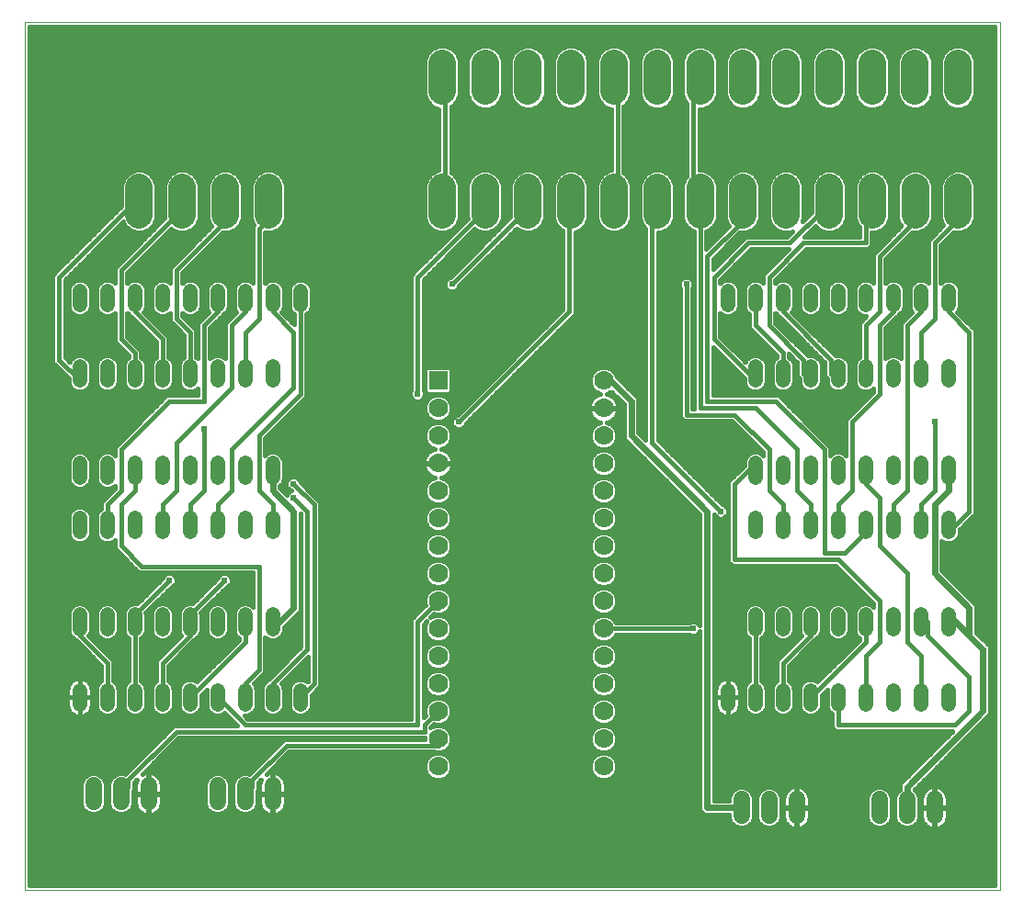
<source format=gbl>
G75*
%MOIN*%
%OFA0B0*%
%FSLAX25Y25*%
%IPPOS*%
%LPD*%
%AMOC8*
5,1,8,0,0,1.08239X$1,22.5*
%
%ADD10C,0.00000*%
%ADD11C,0.05937*%
%ADD12C,0.05200*%
%ADD13R,0.07000X0.07000*%
%ADD14C,0.07000*%
%ADD15C,0.10039*%
%ADD16C,0.09900*%
%ADD17C,0.01600*%
%ADD18C,0.02400*%
%ADD19C,0.02400*%
D10*
X0011800Y0011800D02*
X0011800Y0327076D01*
X0365501Y0327076D01*
X0365501Y0011800D01*
X0011800Y0011800D01*
D11*
X0036800Y0043831D02*
X0036800Y0049769D01*
X0046800Y0049769D02*
X0046800Y0043831D01*
X0056800Y0043831D02*
X0056800Y0049769D01*
X0081800Y0049769D02*
X0081800Y0043831D01*
X0091800Y0043831D02*
X0091800Y0049769D01*
X0101800Y0049769D02*
X0101800Y0043831D01*
X0271800Y0044769D02*
X0271800Y0038831D01*
X0281800Y0038831D02*
X0281800Y0044769D01*
X0291800Y0044769D02*
X0291800Y0038831D01*
X0321800Y0038831D02*
X0321800Y0044769D01*
X0331800Y0044769D02*
X0331800Y0038831D01*
X0341800Y0038831D02*
X0341800Y0044769D01*
D12*
X0336800Y0079200D02*
X0336800Y0084400D01*
X0326800Y0084400D02*
X0326800Y0079200D01*
X0316800Y0079200D02*
X0316800Y0084400D01*
X0306800Y0084400D02*
X0306800Y0079200D01*
X0296800Y0079200D02*
X0296800Y0084400D01*
X0286800Y0084400D02*
X0286800Y0079200D01*
X0276800Y0079200D02*
X0276800Y0084400D01*
X0266800Y0084400D02*
X0266800Y0079200D01*
X0276800Y0106600D02*
X0276800Y0111800D01*
X0286800Y0111800D02*
X0286800Y0106600D01*
X0296800Y0106600D02*
X0296800Y0111800D01*
X0306800Y0111800D02*
X0306800Y0106600D01*
X0316800Y0106600D02*
X0316800Y0111800D01*
X0326800Y0111800D02*
X0326800Y0106600D01*
X0336800Y0106600D02*
X0336800Y0111800D01*
X0346800Y0111800D02*
X0346800Y0106600D01*
X0346800Y0084400D02*
X0346800Y0079200D01*
X0346800Y0141800D02*
X0346800Y0147000D01*
X0336800Y0147000D02*
X0336800Y0141800D01*
X0326800Y0141800D02*
X0326800Y0147000D01*
X0316800Y0147000D02*
X0316800Y0141800D01*
X0306800Y0141800D02*
X0306800Y0147000D01*
X0296800Y0147000D02*
X0296800Y0141800D01*
X0286800Y0141800D02*
X0286800Y0147000D01*
X0276800Y0147000D02*
X0276800Y0141800D01*
X0276800Y0161600D02*
X0276800Y0166800D01*
X0286800Y0166800D02*
X0286800Y0161600D01*
X0296800Y0161600D02*
X0296800Y0166800D01*
X0306800Y0166800D02*
X0306800Y0161600D01*
X0316800Y0161600D02*
X0316800Y0166800D01*
X0326800Y0166800D02*
X0326800Y0161600D01*
X0336800Y0161600D02*
X0336800Y0166800D01*
X0346800Y0166800D02*
X0346800Y0161600D01*
X0346800Y0196800D02*
X0346800Y0202000D01*
X0336800Y0202000D02*
X0336800Y0196800D01*
X0326800Y0196800D02*
X0326800Y0202000D01*
X0316800Y0202000D02*
X0316800Y0196800D01*
X0306800Y0196800D02*
X0306800Y0202000D01*
X0296800Y0202000D02*
X0296800Y0196800D01*
X0286800Y0196800D02*
X0286800Y0202000D01*
X0276800Y0202000D02*
X0276800Y0196800D01*
X0276800Y0224200D02*
X0276800Y0229400D01*
X0286800Y0229400D02*
X0286800Y0224200D01*
X0296800Y0224200D02*
X0296800Y0229400D01*
X0306800Y0229400D02*
X0306800Y0224200D01*
X0316800Y0224200D02*
X0316800Y0229400D01*
X0326800Y0229400D02*
X0326800Y0224200D01*
X0336800Y0224200D02*
X0336800Y0229400D01*
X0346800Y0229400D02*
X0346800Y0224200D01*
X0266800Y0224200D02*
X0266800Y0229400D01*
X0111800Y0229400D02*
X0111800Y0224200D01*
X0101800Y0224200D02*
X0101800Y0229400D01*
X0091800Y0229400D02*
X0091800Y0224200D01*
X0081800Y0224200D02*
X0081800Y0229400D01*
X0071800Y0229400D02*
X0071800Y0224200D01*
X0061800Y0224200D02*
X0061800Y0229400D01*
X0051800Y0229400D02*
X0051800Y0224200D01*
X0041800Y0224200D02*
X0041800Y0229400D01*
X0031800Y0229400D02*
X0031800Y0224200D01*
X0031800Y0202000D02*
X0031800Y0196800D01*
X0041800Y0196800D02*
X0041800Y0202000D01*
X0051800Y0202000D02*
X0051800Y0196800D01*
X0061800Y0196800D02*
X0061800Y0202000D01*
X0071800Y0202000D02*
X0071800Y0196800D01*
X0081800Y0196800D02*
X0081800Y0202000D01*
X0091800Y0202000D02*
X0091800Y0196800D01*
X0101800Y0196800D02*
X0101800Y0202000D01*
X0101800Y0166800D02*
X0101800Y0161600D01*
X0091800Y0161600D02*
X0091800Y0166800D01*
X0081800Y0166800D02*
X0081800Y0161600D01*
X0071800Y0161600D02*
X0071800Y0166800D01*
X0061800Y0166800D02*
X0061800Y0161600D01*
X0051800Y0161600D02*
X0051800Y0166800D01*
X0041800Y0166800D02*
X0041800Y0161600D01*
X0031800Y0161600D02*
X0031800Y0166800D01*
X0031800Y0147000D02*
X0031800Y0141800D01*
X0041800Y0141800D02*
X0041800Y0147000D01*
X0051800Y0147000D02*
X0051800Y0141800D01*
X0061800Y0141800D02*
X0061800Y0147000D01*
X0071800Y0147000D02*
X0071800Y0141800D01*
X0081800Y0141800D02*
X0081800Y0147000D01*
X0091800Y0147000D02*
X0091800Y0141800D01*
X0101800Y0141800D02*
X0101800Y0147000D01*
X0101800Y0111800D02*
X0101800Y0106600D01*
X0091800Y0106600D02*
X0091800Y0111800D01*
X0081800Y0111800D02*
X0081800Y0106600D01*
X0071800Y0106600D02*
X0071800Y0111800D01*
X0061800Y0111800D02*
X0061800Y0106600D01*
X0051800Y0106600D02*
X0051800Y0111800D01*
X0041800Y0111800D02*
X0041800Y0106600D01*
X0031800Y0106600D02*
X0031800Y0111800D01*
X0031800Y0084400D02*
X0031800Y0079200D01*
X0041800Y0079200D02*
X0041800Y0084400D01*
X0051800Y0084400D02*
X0051800Y0079200D01*
X0061800Y0079200D02*
X0061800Y0084400D01*
X0071800Y0084400D02*
X0071800Y0079200D01*
X0081800Y0079200D02*
X0081800Y0084400D01*
X0091800Y0084400D02*
X0091800Y0079200D01*
X0101800Y0079200D02*
X0101800Y0084400D01*
X0111800Y0084400D02*
X0111800Y0079200D01*
D13*
X0161800Y0196800D03*
D14*
X0161800Y0186800D03*
X0161800Y0176800D03*
X0161800Y0166800D03*
X0161800Y0156800D03*
X0161800Y0146800D03*
X0161800Y0136800D03*
X0161800Y0126800D03*
X0161800Y0116800D03*
X0161800Y0106800D03*
X0161800Y0096800D03*
X0161800Y0086800D03*
X0161800Y0076800D03*
X0161800Y0066800D03*
X0161800Y0056800D03*
X0221800Y0056800D03*
X0221800Y0066800D03*
X0221800Y0076800D03*
X0221800Y0086800D03*
X0221800Y0096800D03*
X0221800Y0106800D03*
X0221800Y0116800D03*
X0221800Y0126800D03*
X0221800Y0136800D03*
X0221800Y0146800D03*
X0221800Y0156800D03*
X0221800Y0166800D03*
X0221800Y0176800D03*
X0221800Y0186800D03*
X0221800Y0196800D03*
D15*
X0225619Y0301780D02*
X0225619Y0311820D01*
X0241209Y0311820D02*
X0241209Y0301780D01*
X0256800Y0301780D02*
X0256800Y0311820D01*
X0272391Y0311820D02*
X0272391Y0301780D01*
X0287981Y0301780D02*
X0287981Y0311820D01*
X0303572Y0311820D02*
X0303572Y0301780D01*
X0319162Y0301780D02*
X0319162Y0311820D01*
X0334753Y0311820D02*
X0334753Y0301780D01*
X0350343Y0301780D02*
X0350343Y0311820D01*
X0210028Y0311820D02*
X0210028Y0301780D01*
X0194438Y0301780D02*
X0194438Y0311820D01*
X0178847Y0311820D02*
X0178847Y0301780D01*
X0163257Y0301780D02*
X0163257Y0311820D01*
D16*
X0163200Y0266750D02*
X0163200Y0256850D01*
X0178800Y0256850D02*
X0178800Y0266750D01*
X0194400Y0266750D02*
X0194400Y0256850D01*
X0210000Y0256850D02*
X0210000Y0266750D01*
X0225600Y0266750D02*
X0225600Y0256850D01*
X0241200Y0256850D02*
X0241200Y0266750D01*
X0256800Y0266750D02*
X0256800Y0256850D01*
X0272400Y0256850D02*
X0272400Y0266750D01*
X0288000Y0266750D02*
X0288000Y0256850D01*
X0303600Y0256850D02*
X0303600Y0266750D01*
X0319200Y0266750D02*
X0319200Y0256850D01*
X0334800Y0256850D02*
X0334800Y0266750D01*
X0350400Y0266750D02*
X0350400Y0256850D01*
X0100200Y0256850D02*
X0100200Y0266750D01*
X0084600Y0266750D02*
X0084600Y0256850D01*
X0069000Y0256850D02*
X0069000Y0266750D01*
X0053400Y0266750D02*
X0053400Y0256850D01*
D17*
X0059413Y0254774D02*
X0061662Y0254774D01*
X0062650Y0255761D02*
X0044600Y0237711D01*
X0044600Y0232257D01*
X0044066Y0232791D01*
X0042596Y0233400D01*
X0041004Y0233400D01*
X0039534Y0232791D01*
X0038409Y0231666D01*
X0037800Y0230196D01*
X0037800Y0223404D01*
X0038409Y0221934D01*
X0039534Y0220809D01*
X0041004Y0220200D01*
X0042596Y0220200D01*
X0044066Y0220809D01*
X0044600Y0221343D01*
X0044600Y0210889D01*
X0045889Y0209600D01*
X0049600Y0205889D01*
X0049600Y0205418D01*
X0049534Y0205391D01*
X0048409Y0204266D01*
X0047800Y0202796D01*
X0047800Y0196004D01*
X0048409Y0194534D01*
X0049534Y0193409D01*
X0051004Y0192800D01*
X0052596Y0192800D01*
X0054066Y0193409D01*
X0055191Y0194534D01*
X0055800Y0196004D01*
X0055800Y0202796D01*
X0055191Y0204266D01*
X0054066Y0205391D01*
X0054000Y0205418D01*
X0054000Y0207711D01*
X0049000Y0212711D01*
X0049000Y0221343D01*
X0049534Y0220809D01*
X0049783Y0220706D01*
X0050889Y0219600D01*
X0059600Y0210889D01*
X0059600Y0205418D01*
X0059534Y0205391D01*
X0058409Y0204266D01*
X0057800Y0202796D01*
X0057800Y0196004D01*
X0058409Y0194534D01*
X0059534Y0193409D01*
X0061004Y0192800D01*
X0062596Y0192800D01*
X0064066Y0193409D01*
X0065191Y0194534D01*
X0065800Y0196004D01*
X0065800Y0202796D01*
X0065191Y0204266D01*
X0064066Y0205391D01*
X0064000Y0205418D01*
X0064000Y0212711D01*
X0054984Y0221727D01*
X0055191Y0221934D01*
X0055800Y0223404D01*
X0055800Y0230196D01*
X0055191Y0231666D01*
X0054066Y0232791D01*
X0052596Y0233400D01*
X0051004Y0233400D01*
X0049534Y0232791D01*
X0049000Y0232257D01*
X0049000Y0235889D01*
X0064991Y0251879D01*
X0065403Y0251467D01*
X0067737Y0250500D01*
X0070263Y0250500D01*
X0072597Y0251467D01*
X0074383Y0253253D01*
X0075350Y0255587D01*
X0075350Y0268013D01*
X0074383Y0270347D01*
X0072597Y0272133D01*
X0070263Y0273100D01*
X0067737Y0273100D01*
X0065403Y0272133D01*
X0063617Y0270347D01*
X0062650Y0268013D01*
X0062650Y0255761D01*
X0062650Y0256372D02*
X0059750Y0256372D01*
X0059750Y0255587D02*
X0059750Y0268013D01*
X0058783Y0270347D01*
X0056997Y0272133D01*
X0054663Y0273100D01*
X0052137Y0273100D01*
X0049803Y0272133D01*
X0048017Y0270347D01*
X0047050Y0268013D01*
X0047050Y0260161D01*
X0022100Y0235211D01*
X0022100Y0203389D01*
X0023389Y0202100D01*
X0027800Y0197689D01*
X0027800Y0196004D01*
X0028409Y0194534D01*
X0029534Y0193409D01*
X0031004Y0192800D01*
X0032596Y0192800D01*
X0034066Y0193409D01*
X0035191Y0194534D01*
X0035800Y0196004D01*
X0035800Y0202796D01*
X0035191Y0204266D01*
X0034066Y0205391D01*
X0032596Y0206000D01*
X0031004Y0206000D01*
X0029534Y0205391D01*
X0028409Y0204266D01*
X0028127Y0203584D01*
X0026500Y0205211D01*
X0026500Y0233389D01*
X0047533Y0254421D01*
X0048017Y0253253D01*
X0049803Y0251467D01*
X0052137Y0250500D01*
X0054663Y0250500D01*
X0056997Y0251467D01*
X0058783Y0253253D01*
X0059750Y0255587D01*
X0059750Y0257971D02*
X0062650Y0257971D01*
X0062650Y0259569D02*
X0059750Y0259569D01*
X0059750Y0261168D02*
X0062650Y0261168D01*
X0062650Y0262766D02*
X0059750Y0262766D01*
X0059750Y0264365D02*
X0062650Y0264365D01*
X0062650Y0265963D02*
X0059750Y0265963D01*
X0059750Y0267562D02*
X0062650Y0267562D01*
X0063125Y0269160D02*
X0059275Y0269160D01*
X0058371Y0270759D02*
X0064029Y0270759D01*
X0065944Y0272357D02*
X0056456Y0272357D01*
X0050344Y0272357D02*
X0013600Y0272357D01*
X0013600Y0270759D02*
X0048429Y0270759D01*
X0047525Y0269160D02*
X0013600Y0269160D01*
X0013600Y0267562D02*
X0047050Y0267562D01*
X0047050Y0265963D02*
X0013600Y0265963D01*
X0013600Y0264365D02*
X0047050Y0264365D01*
X0047050Y0262766D02*
X0013600Y0262766D01*
X0013600Y0261168D02*
X0047050Y0261168D01*
X0046458Y0259569D02*
X0013600Y0259569D01*
X0013600Y0257971D02*
X0044859Y0257971D01*
X0043261Y0256372D02*
X0013600Y0256372D01*
X0013600Y0254774D02*
X0041662Y0254774D01*
X0040064Y0253175D02*
X0013600Y0253175D01*
X0013600Y0251577D02*
X0038465Y0251577D01*
X0036867Y0249978D02*
X0013600Y0249978D01*
X0013600Y0248380D02*
X0035268Y0248380D01*
X0033670Y0246781D02*
X0013600Y0246781D01*
X0013600Y0245183D02*
X0032071Y0245183D01*
X0030473Y0243584D02*
X0013600Y0243584D01*
X0013600Y0241986D02*
X0028874Y0241986D01*
X0027276Y0240387D02*
X0013600Y0240387D01*
X0013600Y0238789D02*
X0025677Y0238789D01*
X0024079Y0237190D02*
X0013600Y0237190D01*
X0013600Y0235592D02*
X0022480Y0235592D01*
X0022100Y0233993D02*
X0013600Y0233993D01*
X0013600Y0232395D02*
X0022100Y0232395D01*
X0022100Y0230796D02*
X0013600Y0230796D01*
X0013600Y0229198D02*
X0022100Y0229198D01*
X0022100Y0227599D02*
X0013600Y0227599D01*
X0013600Y0226001D02*
X0022100Y0226001D01*
X0022100Y0224402D02*
X0013600Y0224402D01*
X0013600Y0222803D02*
X0022100Y0222803D01*
X0022100Y0221205D02*
X0013600Y0221205D01*
X0013600Y0219606D02*
X0022100Y0219606D01*
X0022100Y0218008D02*
X0013600Y0218008D01*
X0013600Y0216409D02*
X0022100Y0216409D01*
X0022100Y0214811D02*
X0013600Y0214811D01*
X0013600Y0213212D02*
X0022100Y0213212D01*
X0022100Y0211614D02*
X0013600Y0211614D01*
X0013600Y0210015D02*
X0022100Y0210015D01*
X0022100Y0208417D02*
X0013600Y0208417D01*
X0013600Y0206818D02*
X0022100Y0206818D01*
X0022100Y0205220D02*
X0013600Y0205220D01*
X0013600Y0203621D02*
X0022100Y0203621D01*
X0023466Y0202023D02*
X0013600Y0202023D01*
X0013600Y0200424D02*
X0025064Y0200424D01*
X0026663Y0198826D02*
X0013600Y0198826D01*
X0013600Y0197227D02*
X0027800Y0197227D01*
X0027956Y0195629D02*
X0013600Y0195629D01*
X0013600Y0194030D02*
X0028913Y0194030D01*
X0031800Y0196800D02*
X0024300Y0204300D01*
X0024300Y0234300D01*
X0051800Y0261800D01*
X0053400Y0261800D01*
X0048095Y0253175D02*
X0046286Y0253175D01*
X0044688Y0251577D02*
X0049693Y0251577D01*
X0055268Y0248380D02*
X0041491Y0248380D01*
X0043089Y0249978D02*
X0056867Y0249978D01*
X0057107Y0251577D02*
X0058465Y0251577D01*
X0058705Y0253175D02*
X0060064Y0253175D01*
X0063089Y0249978D02*
X0076867Y0249978D01*
X0075268Y0248380D02*
X0061491Y0248380D01*
X0059892Y0246781D02*
X0073670Y0246781D01*
X0072071Y0245183D02*
X0058294Y0245183D01*
X0056695Y0243584D02*
X0070473Y0243584D01*
X0068874Y0241986D02*
X0055097Y0241986D01*
X0053498Y0240387D02*
X0067276Y0240387D01*
X0065889Y0239000D02*
X0065889Y0239000D01*
X0079679Y0252791D01*
X0079217Y0253253D01*
X0078250Y0255587D01*
X0078250Y0268013D01*
X0079217Y0270347D01*
X0081003Y0272133D01*
X0083337Y0273100D01*
X0085863Y0273100D01*
X0088197Y0272133D01*
X0089983Y0270347D01*
X0090950Y0268013D01*
X0090950Y0255587D01*
X0089983Y0253253D01*
X0088197Y0251467D01*
X0085863Y0250500D01*
X0083611Y0250500D01*
X0069000Y0235889D01*
X0069000Y0232257D01*
X0069534Y0232791D01*
X0071004Y0233400D01*
X0072596Y0233400D01*
X0074066Y0232791D01*
X0075191Y0231666D01*
X0075800Y0230196D01*
X0075800Y0223404D01*
X0075191Y0221934D01*
X0074066Y0220809D01*
X0072596Y0220200D01*
X0071004Y0220200D01*
X0069534Y0220809D01*
X0069000Y0221343D01*
X0069000Y0220211D01*
X0074000Y0215211D01*
X0074000Y0205418D01*
X0074066Y0205391D01*
X0074600Y0204857D01*
X0074600Y0217711D01*
X0078616Y0221727D01*
X0078409Y0221934D01*
X0077800Y0223404D01*
X0077800Y0230196D01*
X0078409Y0231666D01*
X0079534Y0232791D01*
X0081004Y0233400D01*
X0082596Y0233400D01*
X0084066Y0232791D01*
X0085191Y0231666D01*
X0085800Y0230196D01*
X0085800Y0223404D01*
X0085191Y0221934D01*
X0084066Y0220809D01*
X0083817Y0220706D01*
X0079000Y0215889D01*
X0079000Y0204857D01*
X0079534Y0205391D01*
X0081004Y0206000D01*
X0082596Y0206000D01*
X0084066Y0205391D01*
X0084600Y0204857D01*
X0084600Y0217711D01*
X0088616Y0221727D01*
X0088409Y0221934D01*
X0087800Y0223404D01*
X0087800Y0230196D01*
X0088409Y0231666D01*
X0089534Y0232791D01*
X0091004Y0233400D01*
X0092596Y0233400D01*
X0094066Y0232791D01*
X0094600Y0232257D01*
X0094600Y0252711D01*
X0094979Y0253091D01*
X0094817Y0253253D01*
X0093850Y0255587D01*
X0093850Y0268013D01*
X0094817Y0270347D01*
X0096603Y0272133D01*
X0098937Y0273100D01*
X0101463Y0273100D01*
X0103797Y0272133D01*
X0105583Y0270347D01*
X0106550Y0268013D01*
X0106550Y0255587D01*
X0105583Y0253253D01*
X0103797Y0251467D01*
X0101463Y0250500D01*
X0099000Y0250500D01*
X0099000Y0232257D01*
X0099534Y0232791D01*
X0101004Y0233400D01*
X0102596Y0233400D01*
X0104066Y0232791D01*
X0105191Y0231666D01*
X0105800Y0230196D01*
X0105800Y0223404D01*
X0105191Y0221934D01*
X0104984Y0221727D01*
X0109600Y0217111D01*
X0109600Y0220782D01*
X0109534Y0220809D01*
X0108409Y0221934D01*
X0107800Y0223404D01*
X0107800Y0230196D01*
X0108409Y0231666D01*
X0109534Y0232791D01*
X0111004Y0233400D01*
X0112596Y0233400D01*
X0114066Y0232791D01*
X0115191Y0231666D01*
X0115800Y0230196D01*
X0115800Y0223404D01*
X0115191Y0221934D01*
X0114066Y0220809D01*
X0114000Y0220782D01*
X0114000Y0190889D01*
X0112711Y0189600D01*
X0099000Y0175889D01*
X0099000Y0169657D01*
X0099534Y0170191D01*
X0101004Y0170800D01*
X0102596Y0170800D01*
X0104066Y0170191D01*
X0105191Y0169066D01*
X0105800Y0167596D01*
X0105800Y0160804D01*
X0105191Y0159334D01*
X0104400Y0158543D01*
X0104400Y0157877D01*
X0106923Y0155354D01*
X0107096Y0155773D01*
X0107827Y0156504D01*
X0108541Y0156800D01*
X0107827Y0157096D01*
X0107096Y0157827D01*
X0106700Y0158783D01*
X0106700Y0159817D01*
X0107096Y0160773D01*
X0107827Y0161504D01*
X0108783Y0161900D01*
X0109817Y0161900D01*
X0110773Y0161504D01*
X0111504Y0160773D01*
X0111900Y0159817D01*
X0111900Y0159811D01*
X0117711Y0154000D01*
X0119000Y0152711D01*
X0119000Y0085889D01*
X0115800Y0082689D01*
X0115800Y0078404D01*
X0115191Y0076934D01*
X0114066Y0075809D01*
X0112596Y0075200D01*
X0111004Y0075200D01*
X0109534Y0075809D01*
X0108409Y0076934D01*
X0107800Y0078404D01*
X0107800Y0085196D01*
X0108409Y0086666D01*
X0109534Y0087791D01*
X0111004Y0088400D01*
X0112596Y0088400D01*
X0114066Y0087791D01*
X0114373Y0087484D01*
X0114600Y0087711D01*
X0114600Y0096489D01*
X0104984Y0086873D01*
X0105191Y0086666D01*
X0105800Y0085196D01*
X0105800Y0078404D01*
X0105191Y0076934D01*
X0104066Y0075809D01*
X0102596Y0075200D01*
X0101004Y0075200D01*
X0099534Y0075809D01*
X0098409Y0076934D01*
X0097800Y0078404D01*
X0097800Y0085196D01*
X0098409Y0086666D01*
X0099534Y0087791D01*
X0099783Y0087894D01*
X0100889Y0089000D01*
X0112100Y0100211D01*
X0112100Y0148389D01*
X0111900Y0148589D01*
X0111900Y0113783D01*
X0111504Y0112827D01*
X0106504Y0107827D01*
X0105800Y0107123D01*
X0105800Y0105804D01*
X0105191Y0104334D01*
X0104066Y0103209D01*
X0102596Y0102600D01*
X0101004Y0102600D01*
X0099534Y0103209D01*
X0099000Y0103743D01*
X0099000Y0090889D01*
X0094984Y0086873D01*
X0095191Y0086666D01*
X0095800Y0085196D01*
X0095800Y0078404D01*
X0095191Y0076934D01*
X0094066Y0075809D01*
X0092596Y0075200D01*
X0091511Y0075200D01*
X0092711Y0074000D01*
X0152100Y0074000D01*
X0152100Y0110211D01*
X0157100Y0115211D01*
X0157138Y0115250D01*
X0156900Y0115825D01*
X0156900Y0117775D01*
X0157646Y0119576D01*
X0159024Y0120954D01*
X0160825Y0121700D01*
X0162775Y0121700D01*
X0164576Y0120954D01*
X0165954Y0119576D01*
X0166700Y0117775D01*
X0166700Y0115825D01*
X0165954Y0114024D01*
X0164576Y0112646D01*
X0162775Y0111900D01*
X0160825Y0111900D01*
X0160342Y0112100D01*
X0160211Y0112100D01*
X0159094Y0110983D01*
X0160825Y0111700D01*
X0162775Y0111700D01*
X0164576Y0110954D01*
X0165954Y0109576D01*
X0166700Y0107775D01*
X0166700Y0105825D01*
X0165954Y0104024D01*
X0164576Y0102646D01*
X0162775Y0101900D01*
X0160825Y0101900D01*
X0159024Y0102646D01*
X0157646Y0104024D01*
X0156900Y0105825D01*
X0156900Y0107775D01*
X0157617Y0109506D01*
X0156500Y0108389D01*
X0156500Y0074611D01*
X0157100Y0075211D01*
X0157138Y0075250D01*
X0156900Y0075825D01*
X0156900Y0077775D01*
X0157646Y0079576D01*
X0159024Y0080954D01*
X0160825Y0081700D01*
X0162775Y0081700D01*
X0164576Y0080954D01*
X0165954Y0079576D01*
X0166700Y0077775D01*
X0166700Y0075825D01*
X0165954Y0074024D01*
X0164576Y0072646D01*
X0162775Y0071900D01*
X0160825Y0071900D01*
X0160342Y0072100D01*
X0160211Y0072100D01*
X0159094Y0070983D01*
X0160825Y0071700D01*
X0162775Y0071700D01*
X0164576Y0070954D01*
X0165954Y0069576D01*
X0166700Y0067775D01*
X0166700Y0065825D01*
X0165954Y0064024D01*
X0164576Y0062646D01*
X0162775Y0061900D01*
X0160825Y0061900D01*
X0160342Y0062100D01*
X0107711Y0062100D01*
X0099622Y0054010D01*
X0099970Y0054188D01*
X0100683Y0054420D01*
X0101425Y0054537D01*
X0101616Y0054537D01*
X0101616Y0046984D01*
X0101616Y0046616D01*
X0101984Y0046616D01*
X0101984Y0039063D01*
X0102175Y0039063D01*
X0102917Y0039180D01*
X0103630Y0039412D01*
X0104299Y0039753D01*
X0104906Y0040194D01*
X0105437Y0040725D01*
X0105878Y0041332D01*
X0106219Y0042001D01*
X0106451Y0042715D01*
X0106568Y0043456D01*
X0106568Y0046616D01*
X0101984Y0046616D01*
X0101984Y0046984D01*
X0101616Y0046984D01*
X0097031Y0046984D01*
X0097031Y0050144D01*
X0097149Y0050885D01*
X0097381Y0051599D01*
X0097558Y0051947D01*
X0096500Y0050889D01*
X0096500Y0048389D01*
X0096168Y0048057D01*
X0096168Y0042963D01*
X0095503Y0041357D01*
X0094275Y0040128D01*
X0092669Y0039463D01*
X0090931Y0039463D01*
X0089325Y0040128D01*
X0088097Y0041357D01*
X0087431Y0042963D01*
X0087431Y0050637D01*
X0088097Y0052243D01*
X0089325Y0053472D01*
X0090931Y0054137D01*
X0092669Y0054137D01*
X0093275Y0053886D01*
X0104600Y0065211D01*
X0105889Y0066500D01*
X0156900Y0066500D01*
X0156900Y0067100D01*
X0067711Y0067100D01*
X0054622Y0054010D01*
X0054970Y0054188D01*
X0055683Y0054420D01*
X0056425Y0054537D01*
X0056616Y0054537D01*
X0056616Y0046984D01*
X0056616Y0046616D01*
X0056984Y0046616D01*
X0056984Y0039063D01*
X0057175Y0039063D01*
X0057917Y0039180D01*
X0058630Y0039412D01*
X0059299Y0039753D01*
X0059906Y0040194D01*
X0060437Y0040725D01*
X0060878Y0041332D01*
X0061219Y0042001D01*
X0061451Y0042715D01*
X0061568Y0043456D01*
X0061568Y0046616D01*
X0056984Y0046616D01*
X0056984Y0046984D01*
X0056616Y0046984D01*
X0052031Y0046984D01*
X0052031Y0050144D01*
X0052149Y0050885D01*
X0052381Y0051599D01*
X0052558Y0051947D01*
X0051500Y0050889D01*
X0051500Y0048389D01*
X0051168Y0048057D01*
X0051168Y0042963D01*
X0050503Y0041357D01*
X0049275Y0040128D01*
X0047669Y0039463D01*
X0045931Y0039463D01*
X0044325Y0040128D01*
X0043097Y0041357D01*
X0042431Y0042963D01*
X0042431Y0050637D01*
X0043097Y0052243D01*
X0044325Y0053472D01*
X0045931Y0054137D01*
X0047669Y0054137D01*
X0048275Y0053886D01*
X0064600Y0070211D01*
X0065889Y0071500D01*
X0088989Y0071500D01*
X0084373Y0076116D01*
X0084066Y0075809D01*
X0082596Y0075200D01*
X0081004Y0075200D01*
X0079534Y0075809D01*
X0078409Y0076934D01*
X0077800Y0078404D01*
X0077800Y0084689D01*
X0075800Y0082689D01*
X0075800Y0078404D01*
X0075191Y0076934D01*
X0074066Y0075809D01*
X0072596Y0075200D01*
X0071004Y0075200D01*
X0069534Y0075809D01*
X0068409Y0076934D01*
X0067800Y0078404D01*
X0067800Y0085196D01*
X0068409Y0086666D01*
X0069534Y0087791D01*
X0071004Y0088400D01*
X0072596Y0088400D01*
X0074066Y0087791D01*
X0074373Y0087484D01*
X0089600Y0102711D01*
X0089600Y0103182D01*
X0089534Y0103209D01*
X0088409Y0104334D01*
X0087800Y0105804D01*
X0087800Y0112596D01*
X0088409Y0114066D01*
X0089534Y0115191D01*
X0091004Y0115800D01*
X0092596Y0115800D01*
X0094066Y0115191D01*
X0094600Y0114657D01*
X0094600Y0127100D01*
X0053389Y0127100D01*
X0052100Y0128389D01*
X0044600Y0135889D01*
X0044600Y0138943D01*
X0044066Y0138409D01*
X0042596Y0137800D01*
X0041004Y0137800D01*
X0039534Y0138409D01*
X0038409Y0139534D01*
X0037800Y0141004D01*
X0037800Y0147796D01*
X0038409Y0149266D01*
X0039534Y0150391D01*
X0039600Y0150418D01*
X0039600Y0152711D01*
X0044600Y0157711D01*
X0044600Y0158743D01*
X0044066Y0158209D01*
X0042596Y0157600D01*
X0041004Y0157600D01*
X0039534Y0158209D01*
X0038409Y0159334D01*
X0037800Y0160804D01*
X0037800Y0167596D01*
X0038409Y0169066D01*
X0039534Y0170191D01*
X0041004Y0170800D01*
X0042596Y0170800D01*
X0044066Y0170191D01*
X0044600Y0169657D01*
X0044600Y0172711D01*
X0062100Y0190211D01*
X0063389Y0191500D01*
X0074600Y0191500D01*
X0074600Y0193943D01*
X0074066Y0193409D01*
X0072596Y0192800D01*
X0071004Y0192800D01*
X0069534Y0193409D01*
X0068409Y0194534D01*
X0067800Y0196004D01*
X0067800Y0202796D01*
X0068409Y0204266D01*
X0069534Y0205391D01*
X0069600Y0205418D01*
X0069600Y0213389D01*
X0065889Y0217100D01*
X0064600Y0218389D01*
X0064600Y0221343D01*
X0064066Y0220809D01*
X0062596Y0220200D01*
X0061004Y0220200D01*
X0059534Y0220809D01*
X0058409Y0221934D01*
X0057800Y0223404D01*
X0057800Y0230196D01*
X0058409Y0231666D01*
X0059534Y0232791D01*
X0061004Y0233400D01*
X0062596Y0233400D01*
X0064066Y0232791D01*
X0064600Y0232257D01*
X0064600Y0237711D01*
X0065889Y0239000D01*
X0065677Y0238789D02*
X0051900Y0238789D01*
X0050301Y0237190D02*
X0064600Y0237190D01*
X0064600Y0235592D02*
X0049000Y0235592D01*
X0049000Y0233993D02*
X0064600Y0233993D01*
X0064600Y0232395D02*
X0064462Y0232395D01*
X0069000Y0232395D02*
X0069138Y0232395D01*
X0069000Y0233993D02*
X0094600Y0233993D01*
X0094600Y0232395D02*
X0094462Y0232395D01*
X0094600Y0235592D02*
X0069000Y0235592D01*
X0070301Y0237190D02*
X0094600Y0237190D01*
X0094600Y0238789D02*
X0071900Y0238789D01*
X0073498Y0240387D02*
X0094600Y0240387D01*
X0094600Y0241986D02*
X0075097Y0241986D01*
X0076695Y0243584D02*
X0094600Y0243584D01*
X0094600Y0245183D02*
X0078294Y0245183D01*
X0079892Y0246781D02*
X0094600Y0246781D01*
X0094600Y0248380D02*
X0081491Y0248380D01*
X0083089Y0249978D02*
X0094600Y0249978D01*
X0094600Y0251577D02*
X0088307Y0251577D01*
X0089905Y0253175D02*
X0094895Y0253175D01*
X0094187Y0254774D02*
X0090613Y0254774D01*
X0090950Y0256372D02*
X0093850Y0256372D01*
X0093850Y0257971D02*
X0090950Y0257971D01*
X0090950Y0259569D02*
X0093850Y0259569D01*
X0093850Y0261168D02*
X0090950Y0261168D01*
X0090950Y0262766D02*
X0093850Y0262766D01*
X0093850Y0264365D02*
X0090950Y0264365D01*
X0090950Y0265963D02*
X0093850Y0265963D01*
X0093850Y0267562D02*
X0090950Y0267562D01*
X0090475Y0269160D02*
X0094325Y0269160D01*
X0095229Y0270759D02*
X0089571Y0270759D01*
X0087656Y0272357D02*
X0097144Y0272357D01*
X0103256Y0272357D02*
X0160144Y0272357D01*
X0159603Y0272133D02*
X0157817Y0270347D01*
X0156850Y0268013D01*
X0156850Y0255587D01*
X0157817Y0253253D01*
X0159603Y0251467D01*
X0161937Y0250500D01*
X0164463Y0250500D01*
X0166797Y0251467D01*
X0168583Y0253253D01*
X0169550Y0255587D01*
X0169550Y0268013D01*
X0168583Y0270347D01*
X0166797Y0272133D01*
X0166500Y0272256D01*
X0166500Y0296175D01*
X0166893Y0296338D01*
X0168699Y0298144D01*
X0169676Y0300503D01*
X0169676Y0313097D01*
X0168699Y0315456D01*
X0166893Y0317262D01*
X0164534Y0318239D01*
X0161980Y0318239D01*
X0159620Y0317262D01*
X0157814Y0315456D01*
X0156837Y0313097D01*
X0156837Y0300503D01*
X0157814Y0298144D01*
X0159620Y0296338D01*
X0161980Y0295361D01*
X0162100Y0295361D01*
X0162100Y0273100D01*
X0161937Y0273100D01*
X0159603Y0272133D01*
X0158229Y0270759D02*
X0105171Y0270759D01*
X0106075Y0269160D02*
X0157325Y0269160D01*
X0156850Y0267562D02*
X0106550Y0267562D01*
X0106550Y0265963D02*
X0156850Y0265963D01*
X0156850Y0264365D02*
X0106550Y0264365D01*
X0106550Y0262766D02*
X0156850Y0262766D01*
X0156850Y0261168D02*
X0106550Y0261168D01*
X0106550Y0259569D02*
X0156850Y0259569D01*
X0156850Y0257971D02*
X0106550Y0257971D01*
X0106550Y0256372D02*
X0156850Y0256372D01*
X0157187Y0254774D02*
X0106213Y0254774D01*
X0105505Y0253175D02*
X0157895Y0253175D01*
X0159493Y0251577D02*
X0103907Y0251577D01*
X0099000Y0249978D02*
X0166867Y0249978D01*
X0166907Y0251577D02*
X0168465Y0251577D01*
X0168505Y0253175D02*
X0170064Y0253175D01*
X0169213Y0254774D02*
X0171662Y0254774D01*
X0172458Y0255569D02*
X0152100Y0235211D01*
X0152100Y0193277D01*
X0152096Y0193273D01*
X0151700Y0192317D01*
X0151700Y0191283D01*
X0152096Y0190327D01*
X0152827Y0189596D01*
X0153783Y0189200D01*
X0154817Y0189200D01*
X0155773Y0189596D01*
X0156504Y0190327D01*
X0156900Y0191283D01*
X0156900Y0192317D01*
X0156504Y0193273D01*
X0156500Y0193277D01*
X0156500Y0233389D01*
X0174891Y0251779D01*
X0175203Y0251467D01*
X0177537Y0250500D01*
X0180063Y0250500D01*
X0182397Y0251467D01*
X0184183Y0253253D01*
X0185150Y0255587D01*
X0185150Y0268013D01*
X0184183Y0270347D01*
X0182397Y0272133D01*
X0180063Y0273100D01*
X0177537Y0273100D01*
X0175203Y0272133D01*
X0173417Y0270347D01*
X0172450Y0268013D01*
X0172450Y0255587D01*
X0172458Y0255569D01*
X0172450Y0256372D02*
X0169550Y0256372D01*
X0169550Y0257971D02*
X0172450Y0257971D01*
X0172450Y0259569D02*
X0169550Y0259569D01*
X0169550Y0261168D02*
X0172450Y0261168D01*
X0172450Y0262766D02*
X0169550Y0262766D01*
X0169550Y0264365D02*
X0172450Y0264365D01*
X0172450Y0265963D02*
X0169550Y0265963D01*
X0169550Y0267562D02*
X0172450Y0267562D01*
X0172925Y0269160D02*
X0169075Y0269160D01*
X0168171Y0270759D02*
X0173829Y0270759D01*
X0175744Y0272357D02*
X0166500Y0272357D01*
X0166500Y0273956D02*
X0224600Y0273956D01*
X0224600Y0273100D02*
X0224337Y0273100D01*
X0222003Y0272133D01*
X0220217Y0270347D01*
X0219250Y0268013D01*
X0219250Y0255587D01*
X0220217Y0253253D01*
X0222003Y0251467D01*
X0224337Y0250500D01*
X0226863Y0250500D01*
X0229197Y0251467D01*
X0230983Y0253253D01*
X0231950Y0255587D01*
X0231950Y0268013D01*
X0230983Y0270347D01*
X0229197Y0272133D01*
X0229000Y0272215D01*
X0229000Y0296232D01*
X0229255Y0296338D01*
X0231061Y0298144D01*
X0232039Y0300503D01*
X0232039Y0313097D01*
X0231061Y0315456D01*
X0229255Y0317262D01*
X0226896Y0318239D01*
X0224342Y0318239D01*
X0221982Y0317262D01*
X0220177Y0315456D01*
X0219199Y0313097D01*
X0219199Y0300503D01*
X0220177Y0298144D01*
X0221982Y0296338D01*
X0224342Y0295361D01*
X0224600Y0295361D01*
X0224600Y0273100D01*
X0222544Y0272357D02*
X0213056Y0272357D01*
X0213597Y0272133D02*
X0211263Y0273100D01*
X0208737Y0273100D01*
X0206403Y0272133D01*
X0204617Y0270347D01*
X0203650Y0268013D01*
X0203650Y0255587D01*
X0204617Y0253253D01*
X0206403Y0251467D01*
X0207100Y0251178D01*
X0207100Y0222711D01*
X0168789Y0184400D01*
X0168783Y0184400D01*
X0167827Y0184004D01*
X0167096Y0183273D01*
X0166700Y0182317D01*
X0166700Y0181283D01*
X0167096Y0180327D01*
X0167827Y0179596D01*
X0168783Y0179200D01*
X0169817Y0179200D01*
X0170773Y0179596D01*
X0171504Y0180327D01*
X0171900Y0181283D01*
X0171900Y0181289D01*
X0210211Y0219600D01*
X0211500Y0220889D01*
X0211500Y0250598D01*
X0213597Y0251467D01*
X0215383Y0253253D01*
X0216350Y0255587D01*
X0216350Y0268013D01*
X0215383Y0270347D01*
X0213597Y0272133D01*
X0214971Y0270759D02*
X0220629Y0270759D01*
X0219725Y0269160D02*
X0215875Y0269160D01*
X0216350Y0267562D02*
X0219250Y0267562D01*
X0219250Y0265963D02*
X0216350Y0265963D01*
X0216350Y0264365D02*
X0219250Y0264365D01*
X0219250Y0262766D02*
X0216350Y0262766D01*
X0216350Y0261168D02*
X0219250Y0261168D01*
X0219250Y0259569D02*
X0216350Y0259569D01*
X0216350Y0257971D02*
X0219250Y0257971D01*
X0219250Y0256372D02*
X0216350Y0256372D01*
X0216013Y0254774D02*
X0219587Y0254774D01*
X0220295Y0253175D02*
X0215305Y0253175D01*
X0213707Y0251577D02*
X0221893Y0251577D01*
X0229307Y0251577D02*
X0237100Y0251577D01*
X0237100Y0251970D02*
X0237100Y0175177D01*
X0234400Y0177877D01*
X0234400Y0189817D01*
X0234004Y0190773D01*
X0226504Y0198273D01*
X0226486Y0198291D01*
X0225954Y0199576D01*
X0224576Y0200954D01*
X0222775Y0201700D01*
X0220825Y0201700D01*
X0219024Y0200954D01*
X0217646Y0199576D01*
X0216900Y0197775D01*
X0216900Y0195825D01*
X0217646Y0194024D01*
X0219024Y0192646D01*
X0220630Y0191981D01*
X0220559Y0191969D01*
X0219766Y0191712D01*
X0219022Y0191333D01*
X0218347Y0190843D01*
X0217757Y0190253D01*
X0217267Y0189578D01*
X0216888Y0188834D01*
X0216630Y0188041D01*
X0216500Y0187217D01*
X0216500Y0186900D01*
X0221700Y0186900D01*
X0221700Y0186700D01*
X0216500Y0186700D01*
X0216500Y0186383D01*
X0216630Y0185559D01*
X0216888Y0184766D01*
X0217267Y0184022D01*
X0217757Y0183347D01*
X0218347Y0182757D01*
X0219022Y0182267D01*
X0219766Y0181888D01*
X0220559Y0181630D01*
X0220630Y0181619D01*
X0219024Y0180954D01*
X0217646Y0179576D01*
X0216900Y0177775D01*
X0216900Y0175825D01*
X0217646Y0174024D01*
X0219024Y0172646D01*
X0220825Y0171900D01*
X0222775Y0171900D01*
X0224576Y0172646D01*
X0225954Y0174024D01*
X0226700Y0175825D01*
X0226700Y0177775D01*
X0225954Y0179576D01*
X0224576Y0180954D01*
X0222970Y0181619D01*
X0223041Y0181630D01*
X0223834Y0181888D01*
X0224578Y0182267D01*
X0225253Y0182757D01*
X0225843Y0183347D01*
X0226333Y0184022D01*
X0226712Y0184766D01*
X0226969Y0185559D01*
X0227100Y0186383D01*
X0227100Y0186700D01*
X0221900Y0186700D01*
X0221900Y0186900D01*
X0227100Y0186900D01*
X0227100Y0187217D01*
X0226969Y0188041D01*
X0226712Y0188834D01*
X0226333Y0189578D01*
X0225843Y0190253D01*
X0225253Y0190843D01*
X0224578Y0191333D01*
X0223834Y0191712D01*
X0223041Y0191969D01*
X0222970Y0191981D01*
X0224576Y0192646D01*
X0224676Y0192747D01*
X0229200Y0188223D01*
X0229200Y0176283D01*
X0229596Y0175327D01*
X0230327Y0174596D01*
X0256700Y0148223D01*
X0256700Y0107800D01*
X0256504Y0108273D01*
X0255773Y0109004D01*
X0254817Y0109400D01*
X0253783Y0109400D01*
X0252827Y0109004D01*
X0252823Y0109000D01*
X0226192Y0109000D01*
X0225954Y0109576D01*
X0224576Y0110954D01*
X0222775Y0111700D01*
X0220825Y0111700D01*
X0219024Y0110954D01*
X0217646Y0109576D01*
X0216900Y0107775D01*
X0216900Y0105825D01*
X0217646Y0104024D01*
X0219024Y0102646D01*
X0220825Y0101900D01*
X0222775Y0101900D01*
X0224576Y0102646D01*
X0225954Y0104024D01*
X0226192Y0104600D01*
X0252823Y0104600D01*
X0252827Y0104596D01*
X0253783Y0104200D01*
X0254817Y0104200D01*
X0255773Y0104596D01*
X0256504Y0105327D01*
X0256700Y0105800D01*
X0256700Y0041283D01*
X0257096Y0040327D01*
X0257827Y0039596D01*
X0258783Y0039200D01*
X0267431Y0039200D01*
X0267431Y0037963D01*
X0268097Y0036357D01*
X0269325Y0035128D01*
X0270931Y0034463D01*
X0272669Y0034463D01*
X0274275Y0035128D01*
X0275503Y0036357D01*
X0276168Y0037963D01*
X0276168Y0045637D01*
X0275503Y0047243D01*
X0274275Y0048472D01*
X0272669Y0049137D01*
X0270931Y0049137D01*
X0269325Y0048472D01*
X0268097Y0047243D01*
X0267431Y0045637D01*
X0267431Y0044400D01*
X0261900Y0044400D01*
X0261900Y0148300D01*
X0262096Y0147827D01*
X0262827Y0147096D01*
X0263783Y0146700D01*
X0264817Y0146700D01*
X0265773Y0147096D01*
X0266504Y0147827D01*
X0266900Y0148783D01*
X0266900Y0149817D01*
X0266504Y0150773D01*
X0265773Y0151504D01*
X0264817Y0151900D01*
X0264811Y0151900D01*
X0241500Y0175211D01*
X0241500Y0250500D01*
X0242463Y0250500D01*
X0244797Y0251467D01*
X0246583Y0253253D01*
X0247550Y0255587D01*
X0247550Y0268013D01*
X0246583Y0270347D01*
X0244797Y0272133D01*
X0242463Y0273100D01*
X0239937Y0273100D01*
X0237603Y0272133D01*
X0235817Y0270347D01*
X0234850Y0268013D01*
X0234850Y0255587D01*
X0235817Y0253253D01*
X0237100Y0251970D01*
X0235895Y0253175D02*
X0230905Y0253175D01*
X0231613Y0254774D02*
X0235187Y0254774D01*
X0234850Y0256372D02*
X0231950Y0256372D01*
X0231950Y0257971D02*
X0234850Y0257971D01*
X0234850Y0259569D02*
X0231950Y0259569D01*
X0231950Y0261168D02*
X0234850Y0261168D01*
X0234850Y0262766D02*
X0231950Y0262766D01*
X0231950Y0264365D02*
X0234850Y0264365D01*
X0234850Y0265963D02*
X0231950Y0265963D01*
X0231950Y0267562D02*
X0234850Y0267562D01*
X0235325Y0269160D02*
X0231475Y0269160D01*
X0230571Y0270759D02*
X0236229Y0270759D01*
X0238144Y0272357D02*
X0229000Y0272357D01*
X0229000Y0273956D02*
X0252100Y0273956D01*
X0252100Y0275554D02*
X0229000Y0275554D01*
X0229000Y0277153D02*
X0252100Y0277153D01*
X0252100Y0278751D02*
X0229000Y0278751D01*
X0229000Y0280350D02*
X0252100Y0280350D01*
X0252100Y0281948D02*
X0229000Y0281948D01*
X0229000Y0283547D02*
X0252100Y0283547D01*
X0252100Y0285145D02*
X0229000Y0285145D01*
X0229000Y0286744D02*
X0252100Y0286744D01*
X0252100Y0288342D02*
X0229000Y0288342D01*
X0229000Y0289941D02*
X0252100Y0289941D01*
X0252100Y0291539D02*
X0229000Y0291539D01*
X0229000Y0293138D02*
X0252100Y0293138D01*
X0252100Y0294737D02*
X0229000Y0294737D01*
X0229248Y0296335D02*
X0237580Y0296335D01*
X0237573Y0296338D02*
X0239932Y0295361D01*
X0242486Y0295361D01*
X0244846Y0296338D01*
X0246652Y0298144D01*
X0247629Y0300503D01*
X0247629Y0313097D01*
X0246652Y0315456D01*
X0244846Y0317262D01*
X0242486Y0318239D01*
X0239932Y0318239D01*
X0237573Y0317262D01*
X0235767Y0315456D01*
X0234790Y0313097D01*
X0234790Y0300503D01*
X0235767Y0298144D01*
X0237573Y0296338D01*
X0235977Y0297934D02*
X0230851Y0297934D01*
X0231636Y0299532D02*
X0235192Y0299532D01*
X0234790Y0301131D02*
X0232039Y0301131D01*
X0232039Y0302729D02*
X0234790Y0302729D01*
X0234790Y0304328D02*
X0232039Y0304328D01*
X0232039Y0305926D02*
X0234790Y0305926D01*
X0234790Y0307525D02*
X0232039Y0307525D01*
X0232039Y0309123D02*
X0234790Y0309123D01*
X0234790Y0310722D02*
X0232039Y0310722D01*
X0232039Y0312320D02*
X0234790Y0312320D01*
X0235130Y0313919D02*
X0231698Y0313919D01*
X0231000Y0315517D02*
X0235828Y0315517D01*
X0237427Y0317116D02*
X0229402Y0317116D01*
X0221836Y0317116D02*
X0213811Y0317116D01*
X0213665Y0317262D02*
X0211305Y0318239D01*
X0208751Y0318239D01*
X0206392Y0317262D01*
X0204586Y0315456D01*
X0203609Y0313097D01*
X0203609Y0300503D01*
X0204586Y0298144D01*
X0206392Y0296338D01*
X0208751Y0295361D01*
X0211305Y0295361D01*
X0213665Y0296338D01*
X0215471Y0298144D01*
X0216448Y0300503D01*
X0216448Y0313097D01*
X0215471Y0315456D01*
X0213665Y0317262D01*
X0215410Y0315517D02*
X0220238Y0315517D01*
X0219540Y0313919D02*
X0216108Y0313919D01*
X0216448Y0312320D02*
X0219199Y0312320D01*
X0219199Y0310722D02*
X0216448Y0310722D01*
X0216448Y0309123D02*
X0219199Y0309123D01*
X0219199Y0307525D02*
X0216448Y0307525D01*
X0216448Y0305926D02*
X0219199Y0305926D01*
X0219199Y0304328D02*
X0216448Y0304328D01*
X0216448Y0302729D02*
X0219199Y0302729D01*
X0219199Y0301131D02*
X0216448Y0301131D01*
X0216046Y0299532D02*
X0219602Y0299532D01*
X0220387Y0297934D02*
X0215260Y0297934D01*
X0213658Y0296335D02*
X0221990Y0296335D01*
X0224600Y0294737D02*
X0166500Y0294737D01*
X0166500Y0293138D02*
X0224600Y0293138D01*
X0224600Y0291539D02*
X0166500Y0291539D01*
X0166500Y0289941D02*
X0224600Y0289941D01*
X0224600Y0288342D02*
X0166500Y0288342D01*
X0166500Y0286744D02*
X0224600Y0286744D01*
X0224600Y0285145D02*
X0166500Y0285145D01*
X0166500Y0283547D02*
X0224600Y0283547D01*
X0224600Y0281948D02*
X0166500Y0281948D01*
X0166500Y0280350D02*
X0224600Y0280350D01*
X0224600Y0278751D02*
X0166500Y0278751D01*
X0166500Y0277153D02*
X0224600Y0277153D01*
X0224600Y0275554D02*
X0166500Y0275554D01*
X0162100Y0275554D02*
X0013600Y0275554D01*
X0013600Y0273956D02*
X0162100Y0273956D01*
X0162100Y0277153D02*
X0013600Y0277153D01*
X0013600Y0278751D02*
X0162100Y0278751D01*
X0162100Y0280350D02*
X0013600Y0280350D01*
X0013600Y0281948D02*
X0162100Y0281948D01*
X0162100Y0283547D02*
X0013600Y0283547D01*
X0013600Y0285145D02*
X0162100Y0285145D01*
X0162100Y0286744D02*
X0013600Y0286744D01*
X0013600Y0288342D02*
X0162100Y0288342D01*
X0162100Y0289941D02*
X0013600Y0289941D01*
X0013600Y0291539D02*
X0162100Y0291539D01*
X0162100Y0293138D02*
X0013600Y0293138D01*
X0013600Y0294737D02*
X0162100Y0294737D01*
X0159627Y0296335D02*
X0013600Y0296335D01*
X0013600Y0297934D02*
X0158025Y0297934D01*
X0157239Y0299532D02*
X0013600Y0299532D01*
X0013600Y0301131D02*
X0156837Y0301131D01*
X0156837Y0302729D02*
X0013600Y0302729D01*
X0013600Y0304328D02*
X0156837Y0304328D01*
X0156837Y0305926D02*
X0013600Y0305926D01*
X0013600Y0307525D02*
X0156837Y0307525D01*
X0156837Y0309123D02*
X0013600Y0309123D01*
X0013600Y0310722D02*
X0156837Y0310722D01*
X0156837Y0312320D02*
X0013600Y0312320D01*
X0013600Y0313919D02*
X0157177Y0313919D01*
X0157875Y0315517D02*
X0013600Y0315517D01*
X0013600Y0317116D02*
X0159474Y0317116D01*
X0167040Y0317116D02*
X0175064Y0317116D01*
X0175211Y0317262D02*
X0173405Y0315456D01*
X0172428Y0313097D01*
X0172428Y0300503D01*
X0173405Y0298144D01*
X0175211Y0296338D01*
X0177570Y0295361D01*
X0180124Y0295361D01*
X0182484Y0296338D01*
X0184290Y0298144D01*
X0185267Y0300503D01*
X0185267Y0313097D01*
X0184290Y0315456D01*
X0182484Y0317262D01*
X0180124Y0318239D01*
X0177570Y0318239D01*
X0175211Y0317262D01*
X0173466Y0315517D02*
X0168638Y0315517D01*
X0169336Y0313919D02*
X0172768Y0313919D01*
X0172428Y0312320D02*
X0169676Y0312320D01*
X0169676Y0310722D02*
X0172428Y0310722D01*
X0172428Y0309123D02*
X0169676Y0309123D01*
X0169676Y0307525D02*
X0172428Y0307525D01*
X0172428Y0305926D02*
X0169676Y0305926D01*
X0169676Y0304328D02*
X0172428Y0304328D01*
X0172428Y0302729D02*
X0169676Y0302729D01*
X0169676Y0301131D02*
X0172428Y0301131D01*
X0172830Y0299532D02*
X0169274Y0299532D01*
X0168489Y0297934D02*
X0173615Y0297934D01*
X0175218Y0296335D02*
X0166886Y0296335D01*
X0164300Y0306800D02*
X0163257Y0306800D01*
X0164300Y0306800D02*
X0164300Y0261800D01*
X0163200Y0261800D01*
X0176800Y0261800D02*
X0176800Y0256800D01*
X0154300Y0234300D01*
X0154300Y0191800D01*
X0156714Y0190833D02*
X0158904Y0190833D01*
X0159024Y0190954D02*
X0157646Y0189576D01*
X0156900Y0187775D01*
X0156900Y0185825D01*
X0157646Y0184024D01*
X0159024Y0182646D01*
X0160825Y0181900D01*
X0162775Y0181900D01*
X0164576Y0182646D01*
X0165954Y0184024D01*
X0166700Y0185825D01*
X0166700Y0187775D01*
X0165954Y0189576D01*
X0164576Y0190954D01*
X0162775Y0191700D01*
X0160825Y0191700D01*
X0159024Y0190954D01*
X0157720Y0191900D02*
X0156900Y0192720D01*
X0156900Y0200880D01*
X0157720Y0201700D01*
X0165880Y0201700D01*
X0166700Y0200880D01*
X0166700Y0192720D01*
X0165880Y0191900D01*
X0157720Y0191900D01*
X0157188Y0192432D02*
X0156853Y0192432D01*
X0156900Y0194030D02*
X0156500Y0194030D01*
X0156500Y0195629D02*
X0156900Y0195629D01*
X0156900Y0197227D02*
X0156500Y0197227D01*
X0156500Y0198826D02*
X0156900Y0198826D01*
X0156900Y0200424D02*
X0156500Y0200424D01*
X0156500Y0202023D02*
X0186412Y0202023D01*
X0188010Y0203621D02*
X0156500Y0203621D01*
X0156500Y0205220D02*
X0189609Y0205220D01*
X0191207Y0206818D02*
X0156500Y0206818D01*
X0156500Y0208417D02*
X0192806Y0208417D01*
X0194404Y0210015D02*
X0156500Y0210015D01*
X0156500Y0211614D02*
X0196003Y0211614D01*
X0197601Y0213212D02*
X0156500Y0213212D01*
X0156500Y0214811D02*
X0199200Y0214811D01*
X0200798Y0216409D02*
X0156500Y0216409D01*
X0156500Y0218008D02*
X0202397Y0218008D01*
X0203995Y0219606D02*
X0156500Y0219606D01*
X0156500Y0221205D02*
X0205594Y0221205D01*
X0207100Y0222803D02*
X0156500Y0222803D01*
X0156500Y0224402D02*
X0207100Y0224402D01*
X0207100Y0226001D02*
X0156500Y0226001D01*
X0156500Y0227599D02*
X0207100Y0227599D01*
X0207100Y0229198D02*
X0156500Y0229198D01*
X0156500Y0230796D02*
X0164402Y0230796D01*
X0164596Y0230327D02*
X0165327Y0229596D01*
X0166283Y0229200D01*
X0167317Y0229200D01*
X0168273Y0229596D01*
X0169004Y0230327D01*
X0169400Y0231283D01*
X0169400Y0231289D01*
X0190191Y0252079D01*
X0190803Y0251467D01*
X0193137Y0250500D01*
X0195663Y0250500D01*
X0197997Y0251467D01*
X0199783Y0253253D01*
X0200750Y0255587D01*
X0200750Y0268013D01*
X0199783Y0270347D01*
X0197997Y0272133D01*
X0195663Y0273100D01*
X0193137Y0273100D01*
X0190803Y0272133D01*
X0189017Y0270347D01*
X0188050Y0268013D01*
X0188050Y0256161D01*
X0166289Y0234400D01*
X0166283Y0234400D01*
X0165327Y0234004D01*
X0164596Y0233273D01*
X0164200Y0232317D01*
X0164200Y0231283D01*
X0164596Y0230327D01*
X0164232Y0232395D02*
X0156500Y0232395D01*
X0157104Y0233993D02*
X0165316Y0233993D01*
X0166800Y0231800D02*
X0194300Y0259300D01*
X0194300Y0261800D01*
X0194400Y0261800D01*
X0200750Y0261168D02*
X0203650Y0261168D01*
X0203650Y0262766D02*
X0200750Y0262766D01*
X0200750Y0264365D02*
X0203650Y0264365D01*
X0203650Y0265963D02*
X0200750Y0265963D01*
X0200750Y0267562D02*
X0203650Y0267562D01*
X0204125Y0269160D02*
X0200275Y0269160D01*
X0199371Y0270759D02*
X0205029Y0270759D01*
X0206944Y0272357D02*
X0197456Y0272357D01*
X0191344Y0272357D02*
X0181856Y0272357D01*
X0183771Y0270759D02*
X0189429Y0270759D01*
X0188525Y0269160D02*
X0184675Y0269160D01*
X0185150Y0267562D02*
X0188050Y0267562D01*
X0188050Y0265963D02*
X0185150Y0265963D01*
X0185150Y0264365D02*
X0188050Y0264365D01*
X0188050Y0262766D02*
X0185150Y0262766D01*
X0185150Y0261168D02*
X0188050Y0261168D01*
X0188050Y0259569D02*
X0185150Y0259569D01*
X0185150Y0257971D02*
X0188050Y0257971D01*
X0188050Y0256372D02*
X0185150Y0256372D01*
X0184813Y0254774D02*
X0186662Y0254774D01*
X0185064Y0253175D02*
X0184105Y0253175D01*
X0183465Y0251577D02*
X0182507Y0251577D01*
X0181867Y0249978D02*
X0173089Y0249978D01*
X0171491Y0248380D02*
X0180268Y0248380D01*
X0178670Y0246781D02*
X0169892Y0246781D01*
X0168294Y0245183D02*
X0177071Y0245183D01*
X0175473Y0243584D02*
X0166695Y0243584D01*
X0165097Y0241986D02*
X0173874Y0241986D01*
X0172276Y0240387D02*
X0163498Y0240387D01*
X0161900Y0238789D02*
X0170677Y0238789D01*
X0169079Y0237190D02*
X0160301Y0237190D01*
X0158703Y0235592D02*
X0167480Y0235592D01*
X0170506Y0232395D02*
X0207100Y0232395D01*
X0207100Y0233993D02*
X0172104Y0233993D01*
X0173703Y0235592D02*
X0207100Y0235592D01*
X0207100Y0237190D02*
X0175301Y0237190D01*
X0176900Y0238789D02*
X0207100Y0238789D01*
X0207100Y0240387D02*
X0178498Y0240387D01*
X0180097Y0241986D02*
X0207100Y0241986D01*
X0207100Y0243584D02*
X0181695Y0243584D01*
X0183294Y0245183D02*
X0207100Y0245183D01*
X0207100Y0246781D02*
X0184892Y0246781D01*
X0186491Y0248380D02*
X0207100Y0248380D01*
X0207100Y0249978D02*
X0188089Y0249978D01*
X0189688Y0251577D02*
X0190693Y0251577D01*
X0198107Y0251577D02*
X0206293Y0251577D01*
X0204695Y0253175D02*
X0199705Y0253175D01*
X0200413Y0254774D02*
X0203987Y0254774D01*
X0203650Y0256372D02*
X0200750Y0256372D01*
X0200750Y0257971D02*
X0203650Y0257971D01*
X0203650Y0259569D02*
X0200750Y0259569D01*
X0209300Y0261800D02*
X0210000Y0261800D01*
X0209300Y0261800D02*
X0209300Y0221800D01*
X0169300Y0181800D01*
X0166917Y0182841D02*
X0164770Y0182841D01*
X0163880Y0181242D02*
X0166717Y0181242D01*
X0165886Y0179644D02*
X0167779Y0179644D01*
X0165954Y0179576D02*
X0166700Y0177775D01*
X0166700Y0175825D01*
X0165954Y0174024D01*
X0164576Y0172646D01*
X0162970Y0171981D01*
X0163041Y0171969D01*
X0163834Y0171712D01*
X0164578Y0171333D01*
X0165253Y0170843D01*
X0165843Y0170253D01*
X0166333Y0169578D01*
X0166712Y0168834D01*
X0166969Y0168041D01*
X0167100Y0167217D01*
X0167100Y0166900D01*
X0161900Y0166900D01*
X0161900Y0166700D01*
X0167100Y0166700D01*
X0167100Y0166383D01*
X0166969Y0165559D01*
X0166712Y0164766D01*
X0166333Y0164022D01*
X0165843Y0163347D01*
X0165253Y0162757D01*
X0164578Y0162267D01*
X0163834Y0161888D01*
X0163041Y0161630D01*
X0162970Y0161619D01*
X0164576Y0160954D01*
X0165954Y0159576D01*
X0166700Y0157775D01*
X0166700Y0155825D01*
X0165954Y0154024D01*
X0164576Y0152646D01*
X0162775Y0151900D01*
X0160825Y0151900D01*
X0159024Y0152646D01*
X0157646Y0154024D01*
X0156900Y0155825D01*
X0156900Y0157775D01*
X0157646Y0159576D01*
X0159024Y0160954D01*
X0160630Y0161619D01*
X0160559Y0161630D01*
X0159766Y0161888D01*
X0159022Y0162267D01*
X0158347Y0162757D01*
X0157757Y0163347D01*
X0157267Y0164022D01*
X0156888Y0164766D01*
X0156630Y0165559D01*
X0156500Y0166383D01*
X0156500Y0166700D01*
X0161700Y0166700D01*
X0161700Y0166900D01*
X0156500Y0166900D01*
X0156500Y0167217D01*
X0156630Y0168041D01*
X0156888Y0168834D01*
X0157267Y0169578D01*
X0157757Y0170253D01*
X0158347Y0170843D01*
X0159022Y0171333D01*
X0159766Y0171712D01*
X0160559Y0171969D01*
X0160630Y0171981D01*
X0159024Y0172646D01*
X0157646Y0174024D01*
X0156900Y0175825D01*
X0156900Y0177775D01*
X0157646Y0179576D01*
X0159024Y0180954D01*
X0160825Y0181700D01*
X0162775Y0181700D01*
X0164576Y0180954D01*
X0165954Y0179576D01*
X0166588Y0178045D02*
X0217012Y0178045D01*
X0216900Y0176447D02*
X0166700Y0176447D01*
X0166295Y0174848D02*
X0217305Y0174848D01*
X0218421Y0173250D02*
X0165179Y0173250D01*
X0163953Y0171651D02*
X0220707Y0171651D01*
X0220825Y0171700D02*
X0219024Y0170954D01*
X0217646Y0169576D01*
X0216900Y0167775D01*
X0216900Y0165825D01*
X0217646Y0164024D01*
X0219024Y0162646D01*
X0220825Y0161900D01*
X0222775Y0161900D01*
X0224576Y0162646D01*
X0225954Y0164024D01*
X0226700Y0165825D01*
X0226700Y0167775D01*
X0225954Y0169576D01*
X0224576Y0170954D01*
X0222775Y0171700D01*
X0220825Y0171700D01*
X0222893Y0171651D02*
X0233272Y0171651D01*
X0234870Y0170053D02*
X0225477Y0170053D01*
X0226419Y0168454D02*
X0236469Y0168454D01*
X0238067Y0166856D02*
X0226700Y0166856D01*
X0226465Y0165257D02*
X0239666Y0165257D01*
X0241264Y0163659D02*
X0225588Y0163659D01*
X0224576Y0160954D02*
X0222775Y0161700D01*
X0220825Y0161700D01*
X0219024Y0160954D01*
X0217646Y0159576D01*
X0216900Y0157775D01*
X0216900Y0155825D01*
X0217646Y0154024D01*
X0219024Y0152646D01*
X0220825Y0151900D01*
X0222775Y0151900D01*
X0224576Y0152646D01*
X0225954Y0154024D01*
X0226700Y0155825D01*
X0226700Y0157775D01*
X0225954Y0159576D01*
X0224576Y0160954D01*
X0225068Y0160462D02*
X0244461Y0160462D01*
X0242863Y0162060D02*
X0223161Y0162060D01*
X0220439Y0162060D02*
X0164172Y0162060D01*
X0165068Y0160462D02*
X0218532Y0160462D01*
X0217351Y0158863D02*
X0166249Y0158863D01*
X0166700Y0157265D02*
X0216900Y0157265D01*
X0216966Y0155666D02*
X0166634Y0155666D01*
X0165972Y0154068D02*
X0217628Y0154068D01*
X0219452Y0152469D02*
X0164148Y0152469D01*
X0162775Y0151700D02*
X0160825Y0151700D01*
X0159024Y0150954D01*
X0157646Y0149576D01*
X0156900Y0147775D01*
X0156900Y0145825D01*
X0157646Y0144024D01*
X0159024Y0142646D01*
X0160825Y0141900D01*
X0162775Y0141900D01*
X0164576Y0142646D01*
X0165954Y0144024D01*
X0166700Y0145825D01*
X0166700Y0147775D01*
X0165954Y0149576D01*
X0164576Y0150954D01*
X0162775Y0151700D01*
X0164659Y0150870D02*
X0218941Y0150870D01*
X0219024Y0150954D02*
X0217646Y0149576D01*
X0216900Y0147775D01*
X0216900Y0145825D01*
X0217646Y0144024D01*
X0219024Y0142646D01*
X0220825Y0141900D01*
X0222775Y0141900D01*
X0224576Y0142646D01*
X0225954Y0144024D01*
X0226700Y0145825D01*
X0226700Y0147775D01*
X0225954Y0149576D01*
X0224576Y0150954D01*
X0222775Y0151700D01*
X0220825Y0151700D01*
X0219024Y0150954D01*
X0217520Y0149272D02*
X0166080Y0149272D01*
X0166700Y0147673D02*
X0216900Y0147673D01*
X0216900Y0146075D02*
X0166700Y0146075D01*
X0166141Y0144476D02*
X0217459Y0144476D01*
X0218792Y0142878D02*
X0164808Y0142878D01*
X0163790Y0141279D02*
X0219810Y0141279D01*
X0219024Y0140954D02*
X0220825Y0141700D01*
X0222775Y0141700D01*
X0224576Y0140954D01*
X0225954Y0139576D01*
X0226700Y0137775D01*
X0226700Y0135825D01*
X0225954Y0134024D01*
X0224576Y0132646D01*
X0222775Y0131900D01*
X0220825Y0131900D01*
X0219024Y0132646D01*
X0217646Y0134024D01*
X0216900Y0135825D01*
X0216900Y0137775D01*
X0217646Y0139576D01*
X0219024Y0140954D01*
X0217751Y0139681D02*
X0165849Y0139681D01*
X0165954Y0139576D02*
X0164576Y0140954D01*
X0162775Y0141700D01*
X0160825Y0141700D01*
X0159024Y0140954D01*
X0157646Y0139576D01*
X0156900Y0137775D01*
X0156900Y0135825D01*
X0157646Y0134024D01*
X0159024Y0132646D01*
X0160825Y0131900D01*
X0162775Y0131900D01*
X0164576Y0132646D01*
X0165954Y0134024D01*
X0166700Y0135825D01*
X0166700Y0137775D01*
X0165954Y0139576D01*
X0166573Y0138082D02*
X0217027Y0138082D01*
X0216900Y0136484D02*
X0166700Y0136484D01*
X0166311Y0134885D02*
X0217289Y0134885D01*
X0218383Y0133287D02*
X0165216Y0133287D01*
X0164576Y0130954D02*
X0162775Y0131700D01*
X0160825Y0131700D01*
X0159024Y0130954D01*
X0157646Y0129576D01*
X0156900Y0127775D01*
X0156900Y0125825D01*
X0157646Y0124024D01*
X0159024Y0122646D01*
X0160825Y0121900D01*
X0162775Y0121900D01*
X0164576Y0122646D01*
X0165954Y0124024D01*
X0166700Y0125825D01*
X0166700Y0127775D01*
X0165954Y0129576D01*
X0164576Y0130954D01*
X0165440Y0130090D02*
X0218160Y0130090D01*
X0217646Y0129576D02*
X0216900Y0127775D01*
X0216900Y0125825D01*
X0217646Y0124024D01*
X0219024Y0122646D01*
X0220825Y0121900D01*
X0222775Y0121900D01*
X0224576Y0122646D01*
X0225954Y0124024D01*
X0226700Y0125825D01*
X0226700Y0127775D01*
X0225954Y0129576D01*
X0224576Y0130954D01*
X0222775Y0131700D01*
X0220825Y0131700D01*
X0219024Y0130954D01*
X0217646Y0129576D01*
X0217197Y0128491D02*
X0166403Y0128491D01*
X0166700Y0126893D02*
X0216900Y0126893D01*
X0217120Y0125294D02*
X0166480Y0125294D01*
X0165625Y0123696D02*
X0217975Y0123696D01*
X0220349Y0122097D02*
X0163251Y0122097D01*
X0165031Y0120499D02*
X0218569Y0120499D01*
X0219024Y0120954D02*
X0217646Y0119576D01*
X0216900Y0117775D01*
X0216900Y0115825D01*
X0217646Y0114024D01*
X0219024Y0112646D01*
X0220825Y0111900D01*
X0222775Y0111900D01*
X0224576Y0112646D01*
X0225954Y0114024D01*
X0226700Y0115825D01*
X0226700Y0117775D01*
X0225954Y0119576D01*
X0224576Y0120954D01*
X0222775Y0121700D01*
X0220825Y0121700D01*
X0219024Y0120954D01*
X0217366Y0118900D02*
X0166234Y0118900D01*
X0166700Y0117302D02*
X0216900Y0117302D01*
X0216951Y0115703D02*
X0166649Y0115703D01*
X0165987Y0114105D02*
X0217613Y0114105D01*
X0219362Y0112506D02*
X0164238Y0112506D01*
X0164622Y0110908D02*
X0218978Y0110908D01*
X0217536Y0109309D02*
X0166064Y0109309D01*
X0166700Y0107711D02*
X0216900Y0107711D01*
X0216900Y0106112D02*
X0166700Y0106112D01*
X0166157Y0104514D02*
X0217443Y0104514D01*
X0218755Y0102915D02*
X0164845Y0102915D01*
X0163700Y0101317D02*
X0219900Y0101317D01*
X0219024Y0100954D02*
X0220825Y0101700D01*
X0222775Y0101700D01*
X0224576Y0100954D01*
X0225954Y0099576D01*
X0226700Y0097775D01*
X0226700Y0095825D01*
X0225954Y0094024D01*
X0224576Y0092646D01*
X0222775Y0091900D01*
X0220825Y0091900D01*
X0219024Y0092646D01*
X0217646Y0094024D01*
X0216900Y0095825D01*
X0216900Y0097775D01*
X0217646Y0099576D01*
X0219024Y0100954D01*
X0217788Y0099718D02*
X0165812Y0099718D01*
X0165954Y0099576D02*
X0164576Y0100954D01*
X0162775Y0101700D01*
X0160825Y0101700D01*
X0159024Y0100954D01*
X0157646Y0099576D01*
X0156900Y0097775D01*
X0156900Y0095825D01*
X0157646Y0094024D01*
X0159024Y0092646D01*
X0160825Y0091900D01*
X0162775Y0091900D01*
X0164576Y0092646D01*
X0165954Y0094024D01*
X0166700Y0095825D01*
X0166700Y0097775D01*
X0165954Y0099576D01*
X0166557Y0098120D02*
X0217043Y0098120D01*
X0216900Y0096521D02*
X0166700Y0096521D01*
X0166326Y0094923D02*
X0217274Y0094923D01*
X0218346Y0093324D02*
X0165254Y0093324D01*
X0164576Y0090954D02*
X0162775Y0091700D01*
X0160825Y0091700D01*
X0159024Y0090954D01*
X0157646Y0089576D01*
X0156900Y0087775D01*
X0156900Y0085825D01*
X0157646Y0084024D01*
X0159024Y0082646D01*
X0160825Y0081900D01*
X0162775Y0081900D01*
X0164576Y0082646D01*
X0165954Y0084024D01*
X0166700Y0085825D01*
X0166700Y0087775D01*
X0165954Y0089576D01*
X0164576Y0090954D01*
X0165403Y0090127D02*
X0218197Y0090127D01*
X0217646Y0089576D02*
X0216900Y0087775D01*
X0216900Y0085825D01*
X0217646Y0084024D01*
X0219024Y0082646D01*
X0220825Y0081900D01*
X0222775Y0081900D01*
X0224576Y0082646D01*
X0225954Y0084024D01*
X0226700Y0085825D01*
X0226700Y0087775D01*
X0225954Y0089576D01*
X0224576Y0090954D01*
X0222775Y0091700D01*
X0220825Y0091700D01*
X0219024Y0090954D01*
X0217646Y0089576D01*
X0217212Y0088529D02*
X0166388Y0088529D01*
X0166700Y0086930D02*
X0216900Y0086930D01*
X0217105Y0085332D02*
X0166495Y0085332D01*
X0165663Y0083733D02*
X0217937Y0083733D01*
X0220259Y0082134D02*
X0163341Y0082134D01*
X0164994Y0080536D02*
X0218606Y0080536D01*
X0219024Y0080954D02*
X0217646Y0079576D01*
X0216900Y0077775D01*
X0216900Y0075825D01*
X0217646Y0074024D01*
X0219024Y0072646D01*
X0220825Y0071900D01*
X0222775Y0071900D01*
X0224576Y0072646D01*
X0225954Y0074024D01*
X0226700Y0075825D01*
X0226700Y0077775D01*
X0225954Y0079576D01*
X0224576Y0080954D01*
X0222775Y0081700D01*
X0220825Y0081700D01*
X0219024Y0080954D01*
X0217382Y0078937D02*
X0166218Y0078937D01*
X0166700Y0077339D02*
X0216900Y0077339D01*
X0216935Y0075740D02*
X0166665Y0075740D01*
X0166003Y0074142D02*
X0217597Y0074142D01*
X0219272Y0072543D02*
X0164328Y0072543D01*
X0164585Y0070945D02*
X0219015Y0070945D01*
X0219024Y0070954D02*
X0217646Y0069576D01*
X0216900Y0067775D01*
X0216900Y0065825D01*
X0217646Y0064024D01*
X0219024Y0062646D01*
X0220825Y0061900D01*
X0222775Y0061900D01*
X0224576Y0062646D01*
X0225954Y0064024D01*
X0226700Y0065825D01*
X0226700Y0067775D01*
X0225954Y0069576D01*
X0224576Y0070954D01*
X0222775Y0071700D01*
X0220825Y0071700D01*
X0219024Y0070954D01*
X0217551Y0069346D02*
X0166049Y0069346D01*
X0166700Y0067748D02*
X0216900Y0067748D01*
X0216900Y0066149D02*
X0166700Y0066149D01*
X0166172Y0064551D02*
X0217428Y0064551D01*
X0218718Y0062952D02*
X0164882Y0062952D01*
X0164576Y0060954D02*
X0162775Y0061700D01*
X0160825Y0061700D01*
X0159024Y0060954D01*
X0157646Y0059576D01*
X0156900Y0057775D01*
X0156900Y0055825D01*
X0157646Y0054024D01*
X0159024Y0052646D01*
X0160825Y0051900D01*
X0162775Y0051900D01*
X0164576Y0052646D01*
X0165954Y0054024D01*
X0166700Y0055825D01*
X0166700Y0057775D01*
X0165954Y0059576D01*
X0164576Y0060954D01*
X0163610Y0061354D02*
X0219990Y0061354D01*
X0220825Y0061700D02*
X0219024Y0060954D01*
X0217646Y0059576D01*
X0216900Y0057775D01*
X0216900Y0055825D01*
X0217646Y0054024D01*
X0219024Y0052646D01*
X0220825Y0051900D01*
X0222775Y0051900D01*
X0224576Y0052646D01*
X0225954Y0054024D01*
X0226700Y0055825D01*
X0226700Y0057775D01*
X0225954Y0059576D01*
X0224576Y0060954D01*
X0222775Y0061700D01*
X0220825Y0061700D01*
X0223610Y0061354D02*
X0256700Y0061354D01*
X0256700Y0062952D02*
X0224882Y0062952D01*
X0226172Y0064551D02*
X0256700Y0064551D01*
X0256700Y0066149D02*
X0226700Y0066149D01*
X0226700Y0067748D02*
X0256700Y0067748D01*
X0256700Y0069346D02*
X0226049Y0069346D01*
X0224585Y0070945D02*
X0256700Y0070945D01*
X0256700Y0072543D02*
X0224328Y0072543D01*
X0226003Y0074142D02*
X0256700Y0074142D01*
X0256700Y0075740D02*
X0226665Y0075740D01*
X0226700Y0077339D02*
X0256700Y0077339D01*
X0256700Y0078937D02*
X0226218Y0078937D01*
X0224994Y0080536D02*
X0256700Y0080536D01*
X0256700Y0082134D02*
X0223341Y0082134D01*
X0225663Y0083733D02*
X0256700Y0083733D01*
X0256700Y0085332D02*
X0226495Y0085332D01*
X0226700Y0086930D02*
X0256700Y0086930D01*
X0256700Y0088529D02*
X0226388Y0088529D01*
X0225403Y0090127D02*
X0256700Y0090127D01*
X0256700Y0091726D02*
X0156500Y0091726D01*
X0156500Y0093324D02*
X0158346Y0093324D01*
X0157274Y0094923D02*
X0156500Y0094923D01*
X0156500Y0096521D02*
X0156900Y0096521D01*
X0157043Y0098120D02*
X0156500Y0098120D01*
X0156500Y0099718D02*
X0157788Y0099718D01*
X0156500Y0101317D02*
X0159900Y0101317D01*
X0158755Y0102915D02*
X0156500Y0102915D01*
X0156500Y0104514D02*
X0157443Y0104514D01*
X0156900Y0106112D02*
X0156500Y0106112D01*
X0156500Y0107711D02*
X0156900Y0107711D01*
X0157420Y0109309D02*
X0157536Y0109309D01*
X0154300Y0109300D02*
X0159300Y0114300D01*
X0161800Y0114300D01*
X0161800Y0116800D01*
X0157366Y0118900D02*
X0119000Y0118900D01*
X0119000Y0117302D02*
X0156900Y0117302D01*
X0156951Y0115703D02*
X0119000Y0115703D01*
X0119000Y0114105D02*
X0155993Y0114105D01*
X0154395Y0112506D02*
X0119000Y0112506D01*
X0119000Y0110908D02*
X0152796Y0110908D01*
X0152100Y0109309D02*
X0119000Y0109309D01*
X0119000Y0107711D02*
X0152100Y0107711D01*
X0152100Y0106112D02*
X0119000Y0106112D01*
X0119000Y0104514D02*
X0152100Y0104514D01*
X0152100Y0102915D02*
X0119000Y0102915D01*
X0119000Y0101317D02*
X0152100Y0101317D01*
X0152100Y0099718D02*
X0119000Y0099718D01*
X0119000Y0098120D02*
X0152100Y0098120D01*
X0152100Y0096521D02*
X0119000Y0096521D01*
X0119000Y0094923D02*
X0152100Y0094923D01*
X0152100Y0093324D02*
X0119000Y0093324D01*
X0119000Y0091726D02*
X0152100Y0091726D01*
X0152100Y0090127D02*
X0119000Y0090127D01*
X0119000Y0088529D02*
X0152100Y0088529D01*
X0152100Y0086930D02*
X0119000Y0086930D01*
X0118443Y0085332D02*
X0152100Y0085332D01*
X0152100Y0083733D02*
X0116844Y0083733D01*
X0115800Y0082134D02*
X0152100Y0082134D01*
X0152100Y0080536D02*
X0115800Y0080536D01*
X0115800Y0078937D02*
X0152100Y0078937D01*
X0152100Y0077339D02*
X0115359Y0077339D01*
X0113900Y0075740D02*
X0152100Y0075740D01*
X0152100Y0074142D02*
X0092569Y0074142D01*
X0093900Y0075740D02*
X0099700Y0075740D01*
X0098241Y0077339D02*
X0095359Y0077339D01*
X0095800Y0078937D02*
X0097800Y0078937D01*
X0097800Y0080536D02*
X0095800Y0080536D01*
X0095800Y0082134D02*
X0097800Y0082134D01*
X0097800Y0083733D02*
X0095800Y0083733D01*
X0095744Y0085332D02*
X0097856Y0085332D01*
X0098673Y0086930D02*
X0095041Y0086930D01*
X0096640Y0088529D02*
X0100417Y0088529D01*
X0101800Y0086800D02*
X0101800Y0081800D01*
X0105800Y0082134D02*
X0107800Y0082134D01*
X0107800Y0080536D02*
X0105800Y0080536D01*
X0105800Y0078937D02*
X0107800Y0078937D01*
X0108241Y0077339D02*
X0105359Y0077339D01*
X0103900Y0075740D02*
X0109700Y0075740D01*
X0111800Y0081800D02*
X0116800Y0086800D01*
X0116800Y0151800D01*
X0109300Y0159300D01*
X0106967Y0160462D02*
X0105658Y0160462D01*
X0105800Y0162060D02*
X0159428Y0162060D01*
X0158532Y0160462D02*
X0111633Y0160462D01*
X0112848Y0158863D02*
X0157351Y0158863D01*
X0156900Y0157265D02*
X0114447Y0157265D01*
X0116045Y0155666D02*
X0156966Y0155666D01*
X0157628Y0154068D02*
X0117644Y0154068D01*
X0119000Y0152469D02*
X0159452Y0152469D01*
X0158941Y0150870D02*
X0119000Y0150870D01*
X0119000Y0149272D02*
X0157520Y0149272D01*
X0156900Y0147673D02*
X0119000Y0147673D01*
X0119000Y0146075D02*
X0156900Y0146075D01*
X0157459Y0144476D02*
X0119000Y0144476D01*
X0119000Y0142878D02*
X0158792Y0142878D01*
X0159810Y0141279D02*
X0119000Y0141279D01*
X0119000Y0139681D02*
X0157751Y0139681D01*
X0157027Y0138082D02*
X0119000Y0138082D01*
X0119000Y0136484D02*
X0156900Y0136484D01*
X0157289Y0134885D02*
X0119000Y0134885D01*
X0119000Y0133287D02*
X0158383Y0133287D01*
X0160797Y0131688D02*
X0119000Y0131688D01*
X0119000Y0130090D02*
X0158160Y0130090D01*
X0157197Y0128491D02*
X0119000Y0128491D01*
X0119000Y0126893D02*
X0156900Y0126893D01*
X0157120Y0125294D02*
X0119000Y0125294D01*
X0119000Y0123696D02*
X0157975Y0123696D01*
X0160349Y0122097D02*
X0119000Y0122097D01*
X0119000Y0120499D02*
X0158569Y0120499D01*
X0162803Y0131688D02*
X0220797Y0131688D01*
X0222803Y0131688D02*
X0256700Y0131688D01*
X0256700Y0130090D02*
X0225440Y0130090D01*
X0226403Y0128491D02*
X0256700Y0128491D01*
X0256700Y0126893D02*
X0226700Y0126893D01*
X0226480Y0125294D02*
X0256700Y0125294D01*
X0256700Y0123696D02*
X0225625Y0123696D01*
X0223251Y0122097D02*
X0256700Y0122097D01*
X0256700Y0120499D02*
X0225031Y0120499D01*
X0226234Y0118900D02*
X0256700Y0118900D01*
X0256700Y0117302D02*
X0226700Y0117302D01*
X0226649Y0115703D02*
X0256700Y0115703D01*
X0256700Y0114105D02*
X0225987Y0114105D01*
X0224238Y0112506D02*
X0256700Y0112506D01*
X0256700Y0110908D02*
X0224622Y0110908D01*
X0226064Y0109309D02*
X0253564Y0109309D01*
X0255036Y0109309D02*
X0256700Y0109309D01*
X0254300Y0106800D02*
X0221800Y0106800D01*
X0226157Y0104514D02*
X0253026Y0104514D01*
X0255574Y0104514D02*
X0256700Y0104514D01*
X0256700Y0102915D02*
X0224845Y0102915D01*
X0223700Y0101317D02*
X0256700Y0101317D01*
X0256700Y0099718D02*
X0225812Y0099718D01*
X0226557Y0098120D02*
X0256700Y0098120D01*
X0256700Y0096521D02*
X0226700Y0096521D01*
X0226326Y0094923D02*
X0256700Y0094923D01*
X0256700Y0093324D02*
X0225254Y0093324D01*
X0225774Y0059755D02*
X0256700Y0059755D01*
X0256700Y0058157D02*
X0226542Y0058157D01*
X0226700Y0056558D02*
X0256700Y0056558D01*
X0256700Y0054960D02*
X0226341Y0054960D01*
X0225291Y0053361D02*
X0256700Y0053361D01*
X0256700Y0051763D02*
X0106136Y0051763D01*
X0106219Y0051599D02*
X0105878Y0052268D01*
X0105437Y0052875D01*
X0104906Y0053406D01*
X0104299Y0053847D01*
X0103630Y0054188D01*
X0102917Y0054420D01*
X0102175Y0054537D01*
X0101984Y0054537D01*
X0101984Y0046984D01*
X0106568Y0046984D01*
X0106568Y0050144D01*
X0106451Y0050885D01*
X0106219Y0051599D01*
X0106565Y0050164D02*
X0256700Y0050164D01*
X0256700Y0048566D02*
X0106568Y0048566D01*
X0106568Y0045369D02*
X0256700Y0045369D01*
X0256700Y0046967D02*
X0101984Y0046967D01*
X0101616Y0046967D02*
X0096168Y0046967D01*
X0097031Y0046616D02*
X0097031Y0043456D01*
X0097149Y0042715D01*
X0097381Y0042001D01*
X0097722Y0041332D01*
X0098163Y0040725D01*
X0098694Y0040194D01*
X0099301Y0039753D01*
X0099970Y0039412D01*
X0100683Y0039180D01*
X0101425Y0039063D01*
X0101616Y0039063D01*
X0101616Y0046616D01*
X0097031Y0046616D01*
X0097031Y0045369D02*
X0096168Y0045369D01*
X0096168Y0043770D02*
X0097031Y0043770D01*
X0097325Y0042172D02*
X0095841Y0042172D01*
X0094720Y0040573D02*
X0098315Y0040573D01*
X0101616Y0040573D02*
X0101984Y0040573D01*
X0101984Y0042172D02*
X0101616Y0042172D01*
X0101616Y0043770D02*
X0101984Y0043770D01*
X0101984Y0045369D02*
X0101616Y0045369D01*
X0101616Y0048566D02*
X0101984Y0048566D01*
X0101984Y0050164D02*
X0101616Y0050164D01*
X0101616Y0051763D02*
X0101984Y0051763D01*
X0101984Y0053361D02*
X0101616Y0053361D01*
X0100571Y0054960D02*
X0157259Y0054960D01*
X0156900Y0056558D02*
X0102170Y0056558D01*
X0103768Y0058157D02*
X0157058Y0058157D01*
X0157826Y0059755D02*
X0105367Y0059755D01*
X0106965Y0061354D02*
X0159990Y0061354D01*
X0161800Y0064300D02*
X0161800Y0066800D01*
X0161800Y0064300D02*
X0106800Y0064300D01*
X0094300Y0051800D01*
X0094300Y0049300D01*
X0091800Y0046800D01*
X0087431Y0046967D02*
X0086168Y0046967D01*
X0086168Y0045369D02*
X0087431Y0045369D01*
X0087431Y0043770D02*
X0086168Y0043770D01*
X0086168Y0042963D02*
X0086168Y0050637D01*
X0085503Y0052243D01*
X0084275Y0053472D01*
X0082669Y0054137D01*
X0080931Y0054137D01*
X0079325Y0053472D01*
X0078097Y0052243D01*
X0077431Y0050637D01*
X0077431Y0042963D01*
X0078097Y0041357D01*
X0079325Y0040128D01*
X0080931Y0039463D01*
X0082669Y0039463D01*
X0084275Y0040128D01*
X0085503Y0041357D01*
X0086168Y0042963D01*
X0085841Y0042172D02*
X0087759Y0042172D01*
X0088880Y0040573D02*
X0084720Y0040573D01*
X0078880Y0040573D02*
X0060285Y0040573D01*
X0061275Y0042172D02*
X0077759Y0042172D01*
X0077431Y0043770D02*
X0061568Y0043770D01*
X0061568Y0045369D02*
X0077431Y0045369D01*
X0077431Y0046967D02*
X0056984Y0046967D01*
X0056984Y0046984D02*
X0061568Y0046984D01*
X0061568Y0050144D01*
X0061451Y0050885D01*
X0061219Y0051599D01*
X0060878Y0052268D01*
X0060437Y0052875D01*
X0059906Y0053406D01*
X0059299Y0053847D01*
X0058630Y0054188D01*
X0057917Y0054420D01*
X0057175Y0054537D01*
X0056984Y0054537D01*
X0056984Y0046984D01*
X0056616Y0046967D02*
X0051168Y0046967D01*
X0052031Y0046616D02*
X0052031Y0043456D01*
X0052149Y0042715D01*
X0052381Y0042001D01*
X0052722Y0041332D01*
X0053163Y0040725D01*
X0053694Y0040194D01*
X0054301Y0039753D01*
X0054970Y0039412D01*
X0055683Y0039180D01*
X0056425Y0039063D01*
X0056616Y0039063D01*
X0056616Y0046616D01*
X0052031Y0046616D01*
X0052031Y0045369D02*
X0051168Y0045369D01*
X0051168Y0043770D02*
X0052031Y0043770D01*
X0052325Y0042172D02*
X0050841Y0042172D01*
X0049720Y0040573D02*
X0053315Y0040573D01*
X0056616Y0040573D02*
X0056984Y0040573D01*
X0056984Y0042172D02*
X0056616Y0042172D01*
X0056616Y0043770D02*
X0056984Y0043770D01*
X0056984Y0045369D02*
X0056616Y0045369D01*
X0056616Y0048566D02*
X0056984Y0048566D01*
X0056984Y0050164D02*
X0056616Y0050164D01*
X0056616Y0051763D02*
X0056984Y0051763D01*
X0056984Y0053361D02*
X0056616Y0053361D01*
X0055571Y0054960D02*
X0094349Y0054960D01*
X0095947Y0056558D02*
X0057170Y0056558D01*
X0058768Y0058157D02*
X0097546Y0058157D01*
X0099144Y0059755D02*
X0060367Y0059755D01*
X0061965Y0061354D02*
X0100743Y0061354D01*
X0102341Y0062952D02*
X0063564Y0062952D01*
X0065162Y0064551D02*
X0103940Y0064551D01*
X0105538Y0066149D02*
X0066761Y0066149D01*
X0066800Y0069300D02*
X0156800Y0069300D01*
X0156800Y0071800D01*
X0159300Y0074300D01*
X0161800Y0074300D01*
X0161800Y0076800D01*
X0157382Y0078937D02*
X0156500Y0078937D01*
X0156500Y0077339D02*
X0156900Y0077339D01*
X0156935Y0075740D02*
X0156500Y0075740D01*
X0154300Y0071800D02*
X0154300Y0109300D01*
X0156500Y0090127D02*
X0158197Y0090127D01*
X0157212Y0088529D02*
X0156500Y0088529D01*
X0156500Y0086930D02*
X0156900Y0086930D01*
X0157105Y0085332D02*
X0156500Y0085332D01*
X0156500Y0083733D02*
X0157937Y0083733D01*
X0156500Y0082134D02*
X0160259Y0082134D01*
X0158606Y0080536D02*
X0156500Y0080536D01*
X0154300Y0071800D02*
X0091800Y0071800D01*
X0081800Y0081800D01*
X0077800Y0082134D02*
X0075800Y0082134D01*
X0075800Y0080536D02*
X0077800Y0080536D01*
X0077800Y0078937D02*
X0075800Y0078937D01*
X0075359Y0077339D02*
X0078241Y0077339D01*
X0079700Y0075740D02*
X0073900Y0075740D01*
X0069700Y0075740D02*
X0063900Y0075740D01*
X0064066Y0075809D02*
X0065191Y0076934D01*
X0065800Y0078404D01*
X0065800Y0085196D01*
X0065191Y0086666D01*
X0064066Y0087791D01*
X0064000Y0087818D01*
X0064000Y0093389D01*
X0072711Y0102100D01*
X0073647Y0103035D01*
X0074066Y0103209D01*
X0075191Y0104334D01*
X0075800Y0105804D01*
X0075800Y0112596D01*
X0075773Y0112661D01*
X0084811Y0121700D01*
X0084817Y0121700D01*
X0085773Y0122096D01*
X0086504Y0122827D01*
X0086900Y0123783D01*
X0086900Y0124817D01*
X0086504Y0125773D01*
X0085773Y0126504D01*
X0084817Y0126900D01*
X0083783Y0126900D01*
X0082827Y0126504D01*
X0082096Y0125773D01*
X0081700Y0124817D01*
X0081700Y0124811D01*
X0072661Y0115773D01*
X0072596Y0115800D01*
X0071004Y0115800D01*
X0069534Y0115191D01*
X0068409Y0114066D01*
X0067800Y0112596D01*
X0067800Y0105804D01*
X0068409Y0104334D01*
X0068566Y0104177D01*
X0059600Y0095211D01*
X0059600Y0087818D01*
X0059534Y0087791D01*
X0058409Y0086666D01*
X0057800Y0085196D01*
X0057800Y0078404D01*
X0058409Y0076934D01*
X0059534Y0075809D01*
X0061004Y0075200D01*
X0062596Y0075200D01*
X0064066Y0075809D01*
X0065359Y0077339D02*
X0068241Y0077339D01*
X0067800Y0078937D02*
X0065800Y0078937D01*
X0065800Y0080536D02*
X0067800Y0080536D01*
X0067800Y0082134D02*
X0065800Y0082134D01*
X0065800Y0083733D02*
X0067800Y0083733D01*
X0067856Y0085332D02*
X0065744Y0085332D01*
X0064927Y0086930D02*
X0068673Y0086930D01*
X0064000Y0088529D02*
X0075417Y0088529D01*
X0077016Y0090127D02*
X0064000Y0090127D01*
X0064000Y0091726D02*
X0078614Y0091726D01*
X0080213Y0093324D02*
X0064000Y0093324D01*
X0065534Y0094923D02*
X0081811Y0094923D01*
X0083410Y0096521D02*
X0067132Y0096521D01*
X0068731Y0098120D02*
X0085008Y0098120D01*
X0086607Y0099718D02*
X0070329Y0099718D01*
X0071928Y0101317D02*
X0088205Y0101317D01*
X0089600Y0102915D02*
X0083356Y0102915D01*
X0084066Y0103209D02*
X0085191Y0104334D01*
X0085800Y0105804D01*
X0085800Y0112596D01*
X0085191Y0114066D01*
X0084066Y0115191D01*
X0082596Y0115800D01*
X0081004Y0115800D01*
X0079534Y0115191D01*
X0078409Y0114066D01*
X0077800Y0112596D01*
X0077800Y0105804D01*
X0078409Y0104334D01*
X0079534Y0103209D01*
X0081004Y0102600D01*
X0082596Y0102600D01*
X0084066Y0103209D01*
X0085265Y0104514D02*
X0088335Y0104514D01*
X0087800Y0106112D02*
X0085800Y0106112D01*
X0085800Y0107711D02*
X0087800Y0107711D01*
X0087800Y0109309D02*
X0085800Y0109309D01*
X0085800Y0110908D02*
X0087800Y0110908D01*
X0087800Y0112506D02*
X0085800Y0112506D01*
X0085152Y0114105D02*
X0088448Y0114105D01*
X0090771Y0115703D02*
X0082829Y0115703D01*
X0080771Y0115703D02*
X0078815Y0115703D01*
X0078448Y0114105D02*
X0077216Y0114105D01*
X0077800Y0112506D02*
X0075800Y0112506D01*
X0075800Y0110908D02*
X0077800Y0110908D01*
X0077800Y0109309D02*
X0075800Y0109309D01*
X0075800Y0107711D02*
X0077800Y0107711D01*
X0077800Y0106112D02*
X0075800Y0106112D01*
X0075265Y0104514D02*
X0078335Y0104514D01*
X0080244Y0102915D02*
X0073526Y0102915D01*
X0071800Y0104300D02*
X0071800Y0111800D01*
X0084300Y0124300D01*
X0081898Y0125294D02*
X0066702Y0125294D01*
X0066900Y0124817D02*
X0066504Y0125773D01*
X0065773Y0126504D01*
X0064817Y0126900D01*
X0063783Y0126900D01*
X0062827Y0126504D01*
X0062096Y0125773D01*
X0061700Y0124817D01*
X0061700Y0124811D01*
X0052661Y0115773D01*
X0052596Y0115800D01*
X0051004Y0115800D01*
X0049534Y0115191D01*
X0048409Y0114066D01*
X0047800Y0112596D01*
X0047800Y0105804D01*
X0048409Y0104334D01*
X0049534Y0103209D01*
X0049600Y0103182D01*
X0049600Y0087818D01*
X0049534Y0087791D01*
X0048409Y0086666D01*
X0047800Y0085196D01*
X0047800Y0078404D01*
X0048409Y0076934D01*
X0049534Y0075809D01*
X0051004Y0075200D01*
X0052596Y0075200D01*
X0054066Y0075809D01*
X0055191Y0076934D01*
X0055800Y0078404D01*
X0055800Y0085196D01*
X0055191Y0086666D01*
X0054066Y0087791D01*
X0054000Y0087818D01*
X0054000Y0103182D01*
X0054066Y0103209D01*
X0055191Y0104334D01*
X0055800Y0105804D01*
X0055800Y0112596D01*
X0055773Y0112661D01*
X0064811Y0121700D01*
X0064817Y0121700D01*
X0065773Y0122096D01*
X0066504Y0122827D01*
X0066900Y0123783D01*
X0066900Y0124817D01*
X0066864Y0123696D02*
X0080585Y0123696D01*
X0078986Y0122097D02*
X0065774Y0122097D01*
X0064300Y0124300D02*
X0051800Y0111800D01*
X0051800Y0081800D01*
X0055800Y0082134D02*
X0057800Y0082134D01*
X0057800Y0080536D02*
X0055800Y0080536D01*
X0055800Y0078937D02*
X0057800Y0078937D01*
X0058241Y0077339D02*
X0055359Y0077339D01*
X0053900Y0075740D02*
X0059700Y0075740D01*
X0061800Y0081800D02*
X0061800Y0094300D01*
X0071800Y0104300D01*
X0068335Y0104514D02*
X0065265Y0104514D01*
X0065191Y0104334D02*
X0065800Y0105804D01*
X0065800Y0112596D01*
X0065191Y0114066D01*
X0064066Y0115191D01*
X0062596Y0115800D01*
X0061004Y0115800D01*
X0059534Y0115191D01*
X0058409Y0114066D01*
X0057800Y0112596D01*
X0057800Y0105804D01*
X0058409Y0104334D01*
X0059534Y0103209D01*
X0061004Y0102600D01*
X0062596Y0102600D01*
X0064066Y0103209D01*
X0065191Y0104334D01*
X0065800Y0106112D02*
X0067800Y0106112D01*
X0067800Y0107711D02*
X0065800Y0107711D01*
X0065800Y0109309D02*
X0067800Y0109309D01*
X0067800Y0110908D02*
X0065800Y0110908D01*
X0065800Y0112506D02*
X0067800Y0112506D01*
X0068448Y0114105D02*
X0065152Y0114105D01*
X0062829Y0115703D02*
X0070771Y0115703D01*
X0074190Y0117302D02*
X0060413Y0117302D01*
X0060771Y0115703D02*
X0058814Y0115703D01*
X0058448Y0114105D02*
X0057216Y0114105D01*
X0057800Y0112506D02*
X0055800Y0112506D01*
X0055800Y0110908D02*
X0057800Y0110908D01*
X0057800Y0109309D02*
X0055800Y0109309D01*
X0055800Y0107711D02*
X0057800Y0107711D01*
X0057800Y0106112D02*
X0055800Y0106112D01*
X0055265Y0104514D02*
X0058335Y0104514D01*
X0060244Y0102915D02*
X0054000Y0102915D01*
X0054000Y0101317D02*
X0065705Y0101317D01*
X0064107Y0099718D02*
X0054000Y0099718D01*
X0054000Y0098120D02*
X0062508Y0098120D01*
X0060910Y0096521D02*
X0054000Y0096521D01*
X0054000Y0094923D02*
X0059600Y0094923D01*
X0059600Y0093324D02*
X0054000Y0093324D01*
X0054000Y0091726D02*
X0059600Y0091726D01*
X0059600Y0090127D02*
X0054000Y0090127D01*
X0054000Y0088529D02*
X0059600Y0088529D01*
X0058673Y0086930D02*
X0054927Y0086930D01*
X0055744Y0085332D02*
X0057856Y0085332D01*
X0057800Y0083733D02*
X0055800Y0083733D01*
X0048673Y0086930D02*
X0044927Y0086930D01*
X0045191Y0086666D02*
X0044066Y0087791D01*
X0044000Y0087818D01*
X0044000Y0095211D01*
X0035034Y0104177D01*
X0035191Y0104334D01*
X0035800Y0105804D01*
X0035800Y0112596D01*
X0035191Y0114066D01*
X0034066Y0115191D01*
X0032596Y0115800D01*
X0031004Y0115800D01*
X0029534Y0115191D01*
X0028409Y0114066D01*
X0027800Y0112596D01*
X0027800Y0105804D01*
X0028409Y0104334D01*
X0029534Y0103209D01*
X0029953Y0103035D01*
X0030889Y0102100D01*
X0039600Y0093389D01*
X0039600Y0087818D01*
X0039534Y0087791D01*
X0038409Y0086666D01*
X0037800Y0085196D01*
X0037800Y0078404D01*
X0038409Y0076934D01*
X0039534Y0075809D01*
X0041004Y0075200D01*
X0042596Y0075200D01*
X0044066Y0075809D01*
X0045191Y0076934D01*
X0045800Y0078404D01*
X0045800Y0085196D01*
X0045191Y0086666D01*
X0045744Y0085332D02*
X0047856Y0085332D01*
X0047800Y0083733D02*
X0045800Y0083733D01*
X0045800Y0082134D02*
X0047800Y0082134D01*
X0047800Y0080536D02*
X0045800Y0080536D01*
X0045800Y0078937D02*
X0047800Y0078937D01*
X0048241Y0077339D02*
X0045359Y0077339D01*
X0043900Y0075740D02*
X0049700Y0075740D01*
X0041800Y0081800D02*
X0041800Y0094300D01*
X0031800Y0104300D01*
X0031800Y0111800D01*
X0032829Y0115703D02*
X0040771Y0115703D01*
X0041004Y0115800D02*
X0039534Y0115191D01*
X0038409Y0114066D01*
X0037800Y0112596D01*
X0037800Y0105804D01*
X0038409Y0104334D01*
X0039534Y0103209D01*
X0041004Y0102600D01*
X0042596Y0102600D01*
X0044066Y0103209D01*
X0045191Y0104334D01*
X0045800Y0105804D01*
X0045800Y0112596D01*
X0045191Y0114066D01*
X0044066Y0115191D01*
X0042596Y0115800D01*
X0041004Y0115800D01*
X0042829Y0115703D02*
X0050771Y0115703D01*
X0048448Y0114105D02*
X0045152Y0114105D01*
X0045800Y0112506D02*
X0047800Y0112506D01*
X0047800Y0110908D02*
X0045800Y0110908D01*
X0045800Y0109309D02*
X0047800Y0109309D01*
X0047800Y0107711D02*
X0045800Y0107711D01*
X0045800Y0106112D02*
X0047800Y0106112D01*
X0048335Y0104514D02*
X0045265Y0104514D01*
X0043356Y0102915D02*
X0049600Y0102915D01*
X0049600Y0101317D02*
X0037895Y0101317D01*
X0039493Y0099718D02*
X0049600Y0099718D01*
X0049600Y0098120D02*
X0041092Y0098120D01*
X0042690Y0096521D02*
X0049600Y0096521D01*
X0049600Y0094923D02*
X0044000Y0094923D01*
X0044000Y0093324D02*
X0049600Y0093324D01*
X0049600Y0091726D02*
X0044000Y0091726D01*
X0044000Y0090127D02*
X0049600Y0090127D01*
X0049600Y0088529D02*
X0044000Y0088529D01*
X0039600Y0088529D02*
X0033332Y0088529D01*
X0033489Y0088478D02*
X0032830Y0088692D01*
X0032146Y0088800D01*
X0031800Y0088800D01*
X0031800Y0081800D01*
X0036200Y0081800D01*
X0036200Y0084746D01*
X0036092Y0085430D01*
X0035878Y0086089D01*
X0035563Y0086706D01*
X0035156Y0087266D01*
X0034666Y0087756D01*
X0034106Y0088163D01*
X0033489Y0088478D01*
X0031800Y0088529D02*
X0031800Y0088529D01*
X0031800Y0088800D02*
X0031454Y0088800D01*
X0030770Y0088692D01*
X0030111Y0088478D01*
X0029494Y0088163D01*
X0028934Y0087756D01*
X0028444Y0087266D01*
X0028037Y0086706D01*
X0027722Y0086089D01*
X0027508Y0085430D01*
X0027400Y0084746D01*
X0027400Y0081800D01*
X0031800Y0081800D01*
X0031800Y0081800D01*
X0031800Y0081800D01*
X0036200Y0081800D01*
X0036200Y0078854D01*
X0036092Y0078170D01*
X0035878Y0077511D01*
X0035563Y0076894D01*
X0035156Y0076334D01*
X0034666Y0075844D01*
X0034106Y0075437D01*
X0033489Y0075122D01*
X0032830Y0074908D01*
X0032146Y0074800D01*
X0031800Y0074800D01*
X0031800Y0081800D01*
X0031800Y0081800D01*
X0031800Y0081800D01*
X0031800Y0088800D01*
X0030268Y0088529D02*
X0013600Y0088529D01*
X0013600Y0090127D02*
X0039600Y0090127D01*
X0039600Y0091726D02*
X0013600Y0091726D01*
X0013600Y0093324D02*
X0039600Y0093324D01*
X0038066Y0094923D02*
X0013600Y0094923D01*
X0013600Y0096521D02*
X0036468Y0096521D01*
X0034869Y0098120D02*
X0013600Y0098120D01*
X0013600Y0099718D02*
X0033271Y0099718D01*
X0031672Y0101317D02*
X0013600Y0101317D01*
X0013600Y0102915D02*
X0030074Y0102915D01*
X0028335Y0104514D02*
X0013600Y0104514D01*
X0013600Y0106112D02*
X0027800Y0106112D01*
X0027800Y0107711D02*
X0013600Y0107711D01*
X0013600Y0109309D02*
X0027800Y0109309D01*
X0027800Y0110908D02*
X0013600Y0110908D01*
X0013600Y0112506D02*
X0027800Y0112506D01*
X0028448Y0114105D02*
X0013600Y0114105D01*
X0013600Y0115703D02*
X0030771Y0115703D01*
X0035152Y0114105D02*
X0038448Y0114105D01*
X0037800Y0112506D02*
X0035800Y0112506D01*
X0035800Y0110908D02*
X0037800Y0110908D01*
X0037800Y0109309D02*
X0035800Y0109309D01*
X0035800Y0107711D02*
X0037800Y0107711D01*
X0037800Y0106112D02*
X0035800Y0106112D01*
X0035265Y0104514D02*
X0038335Y0104514D01*
X0040244Y0102915D02*
X0036296Y0102915D01*
X0035401Y0086930D02*
X0038673Y0086930D01*
X0037856Y0085332D02*
X0036107Y0085332D01*
X0036200Y0083733D02*
X0037800Y0083733D01*
X0037800Y0082134D02*
X0036200Y0082134D01*
X0036200Y0080536D02*
X0037800Y0080536D01*
X0037800Y0078937D02*
X0036200Y0078937D01*
X0035790Y0077339D02*
X0038241Y0077339D01*
X0039700Y0075740D02*
X0034524Y0075740D01*
X0031800Y0075740D02*
X0031800Y0075740D01*
X0031800Y0074800D02*
X0031800Y0081800D01*
X0027400Y0081800D01*
X0027400Y0078854D01*
X0027508Y0078170D01*
X0027722Y0077511D01*
X0028037Y0076894D01*
X0028444Y0076334D01*
X0028934Y0075844D01*
X0029494Y0075437D01*
X0030111Y0075122D01*
X0030770Y0074908D01*
X0031454Y0074800D01*
X0031800Y0074800D01*
X0031800Y0077339D02*
X0031800Y0077339D01*
X0031800Y0078937D02*
X0031800Y0078937D01*
X0031800Y0080536D02*
X0031800Y0080536D01*
X0031800Y0082134D02*
X0031800Y0082134D01*
X0031800Y0083733D02*
X0031800Y0083733D01*
X0031800Y0085332D02*
X0031800Y0085332D01*
X0031800Y0086930D02*
X0031800Y0086930D01*
X0028199Y0086930D02*
X0013600Y0086930D01*
X0013600Y0085332D02*
X0027493Y0085332D01*
X0027400Y0083733D02*
X0013600Y0083733D01*
X0013600Y0082134D02*
X0027400Y0082134D01*
X0027400Y0080536D02*
X0013600Y0080536D01*
X0013600Y0078937D02*
X0027400Y0078937D01*
X0027810Y0077339D02*
X0013600Y0077339D01*
X0013600Y0075740D02*
X0029076Y0075740D01*
X0013600Y0074142D02*
X0086347Y0074142D01*
X0087945Y0072543D02*
X0013600Y0072543D01*
X0013600Y0070945D02*
X0065334Y0070945D01*
X0066800Y0069300D02*
X0049300Y0051800D01*
X0049300Y0049300D01*
X0046800Y0046800D01*
X0042431Y0046967D02*
X0041168Y0046967D01*
X0041168Y0045369D02*
X0042431Y0045369D01*
X0042431Y0043770D02*
X0041168Y0043770D01*
X0041168Y0042963D02*
X0041168Y0050637D01*
X0040503Y0052243D01*
X0039275Y0053472D01*
X0037669Y0054137D01*
X0035931Y0054137D01*
X0034325Y0053472D01*
X0033097Y0052243D01*
X0032431Y0050637D01*
X0032431Y0042963D01*
X0033097Y0041357D01*
X0034325Y0040128D01*
X0035931Y0039463D01*
X0037669Y0039463D01*
X0039275Y0040128D01*
X0040503Y0041357D01*
X0041168Y0042963D01*
X0040841Y0042172D02*
X0042759Y0042172D01*
X0043880Y0040573D02*
X0039720Y0040573D01*
X0033880Y0040573D02*
X0013600Y0040573D01*
X0013600Y0038975D02*
X0267431Y0038975D01*
X0267674Y0037376D02*
X0013600Y0037376D01*
X0013600Y0035778D02*
X0268676Y0035778D01*
X0274924Y0035778D02*
X0278676Y0035778D01*
X0278097Y0036357D02*
X0279325Y0035128D01*
X0280931Y0034463D01*
X0282669Y0034463D01*
X0284275Y0035128D01*
X0285503Y0036357D01*
X0286168Y0037963D01*
X0286168Y0045637D01*
X0285503Y0047243D01*
X0284275Y0048472D01*
X0282669Y0049137D01*
X0280931Y0049137D01*
X0279325Y0048472D01*
X0278097Y0047243D01*
X0277431Y0045637D01*
X0277431Y0037963D01*
X0278097Y0036357D01*
X0277674Y0037376D02*
X0275926Y0037376D01*
X0276168Y0038975D02*
X0277431Y0038975D01*
X0277431Y0040573D02*
X0276168Y0040573D01*
X0276168Y0042172D02*
X0277431Y0042172D01*
X0277431Y0043770D02*
X0276168Y0043770D01*
X0276168Y0045369D02*
X0277431Y0045369D01*
X0277982Y0046967D02*
X0275618Y0046967D01*
X0274048Y0048566D02*
X0279552Y0048566D01*
X0284048Y0048566D02*
X0288914Y0048566D01*
X0288694Y0048406D02*
X0288163Y0047875D01*
X0287722Y0047268D01*
X0287381Y0046599D01*
X0287149Y0045885D01*
X0287031Y0045144D01*
X0287031Y0041984D01*
X0291616Y0041984D01*
X0291616Y0041616D01*
X0291984Y0041616D01*
X0291984Y0034063D01*
X0292175Y0034063D01*
X0292917Y0034180D01*
X0293630Y0034412D01*
X0294299Y0034753D01*
X0294906Y0035194D01*
X0295437Y0035725D01*
X0295878Y0036332D01*
X0296219Y0037001D01*
X0296451Y0037715D01*
X0296568Y0038456D01*
X0296568Y0041616D01*
X0291984Y0041616D01*
X0291984Y0041984D01*
X0296568Y0041984D01*
X0296568Y0045144D01*
X0296451Y0045885D01*
X0296219Y0046599D01*
X0295878Y0047268D01*
X0295437Y0047875D01*
X0294906Y0048406D01*
X0294299Y0048847D01*
X0293630Y0049188D01*
X0292917Y0049420D01*
X0292175Y0049537D01*
X0291984Y0049537D01*
X0291984Y0041984D01*
X0291616Y0041984D01*
X0291616Y0049537D01*
X0291425Y0049537D01*
X0290683Y0049420D01*
X0289970Y0049188D01*
X0289301Y0048847D01*
X0288694Y0048406D01*
X0287569Y0046967D02*
X0285618Y0046967D01*
X0286168Y0045369D02*
X0287067Y0045369D01*
X0287031Y0043770D02*
X0286168Y0043770D01*
X0286168Y0042172D02*
X0287031Y0042172D01*
X0287031Y0041616D02*
X0287031Y0038456D01*
X0287149Y0037715D01*
X0287381Y0037001D01*
X0287722Y0036332D01*
X0288163Y0035725D01*
X0288694Y0035194D01*
X0289301Y0034753D01*
X0289970Y0034412D01*
X0290683Y0034180D01*
X0291425Y0034063D01*
X0291616Y0034063D01*
X0291616Y0041616D01*
X0287031Y0041616D01*
X0287031Y0040573D02*
X0286168Y0040573D01*
X0286168Y0038975D02*
X0287031Y0038975D01*
X0287259Y0037376D02*
X0285926Y0037376D01*
X0284924Y0035778D02*
X0288125Y0035778D01*
X0290691Y0034179D02*
X0013600Y0034179D01*
X0013600Y0032581D02*
X0363701Y0032581D01*
X0363701Y0034179D02*
X0342909Y0034179D01*
X0342917Y0034180D02*
X0343630Y0034412D01*
X0344299Y0034753D01*
X0344906Y0035194D01*
X0345437Y0035725D01*
X0345878Y0036332D01*
X0346219Y0037001D01*
X0346451Y0037715D01*
X0346568Y0038456D01*
X0346568Y0041616D01*
X0341984Y0041616D01*
X0341984Y0034063D01*
X0342175Y0034063D01*
X0342917Y0034180D01*
X0341984Y0034179D02*
X0341616Y0034179D01*
X0341616Y0034063D02*
X0341616Y0041616D01*
X0341984Y0041616D01*
X0341984Y0041984D01*
X0346568Y0041984D01*
X0346568Y0045144D01*
X0346451Y0045885D01*
X0346219Y0046599D01*
X0345878Y0047268D01*
X0345437Y0047875D01*
X0344906Y0048406D01*
X0344299Y0048847D01*
X0343630Y0049188D01*
X0342917Y0049420D01*
X0342175Y0049537D01*
X0341984Y0049537D01*
X0341984Y0041984D01*
X0341616Y0041984D01*
X0341616Y0041616D01*
X0337031Y0041616D01*
X0337031Y0038456D01*
X0337149Y0037715D01*
X0337381Y0037001D01*
X0337722Y0036332D01*
X0338163Y0035725D01*
X0338694Y0035194D01*
X0339301Y0034753D01*
X0339970Y0034412D01*
X0340683Y0034180D01*
X0341425Y0034063D01*
X0341616Y0034063D01*
X0340691Y0034179D02*
X0292909Y0034179D01*
X0291984Y0034179D02*
X0291616Y0034179D01*
X0291616Y0035778D02*
X0291984Y0035778D01*
X0291984Y0037376D02*
X0291616Y0037376D01*
X0291616Y0038975D02*
X0291984Y0038975D01*
X0291984Y0040573D02*
X0291616Y0040573D01*
X0291616Y0042172D02*
X0291984Y0042172D01*
X0291984Y0043770D02*
X0291616Y0043770D01*
X0291616Y0045369D02*
X0291984Y0045369D01*
X0291984Y0046967D02*
X0291616Y0046967D01*
X0291616Y0048566D02*
X0291984Y0048566D01*
X0294686Y0048566D02*
X0319552Y0048566D01*
X0319325Y0048472D02*
X0318097Y0047243D01*
X0317431Y0045637D01*
X0317431Y0037963D01*
X0318097Y0036357D01*
X0319325Y0035128D01*
X0320931Y0034463D01*
X0322669Y0034463D01*
X0324275Y0035128D01*
X0325503Y0036357D01*
X0326168Y0037963D01*
X0326168Y0045637D01*
X0325503Y0047243D01*
X0324275Y0048472D01*
X0322669Y0049137D01*
X0320931Y0049137D01*
X0319325Y0048472D01*
X0317982Y0046967D02*
X0296031Y0046967D01*
X0296533Y0045369D02*
X0317431Y0045369D01*
X0317431Y0043770D02*
X0296568Y0043770D01*
X0296568Y0042172D02*
X0317431Y0042172D01*
X0317431Y0040573D02*
X0296568Y0040573D01*
X0296568Y0038975D02*
X0317431Y0038975D01*
X0317674Y0037376D02*
X0296341Y0037376D01*
X0295475Y0035778D02*
X0318676Y0035778D01*
X0324924Y0035778D02*
X0328676Y0035778D01*
X0328097Y0036357D02*
X0329325Y0035128D01*
X0330931Y0034463D01*
X0332669Y0034463D01*
X0334275Y0035128D01*
X0335503Y0036357D01*
X0336168Y0037963D01*
X0336168Y0045637D01*
X0335503Y0047243D01*
X0334462Y0048285D01*
X0360773Y0074596D01*
X0361504Y0075327D01*
X0361900Y0076283D01*
X0361900Y0099817D01*
X0361504Y0100773D01*
X0356900Y0105377D01*
X0356900Y0114817D01*
X0356504Y0115773D01*
X0355773Y0116504D01*
X0344400Y0127877D01*
X0344400Y0138543D01*
X0344534Y0138409D01*
X0346004Y0137800D01*
X0347596Y0137800D01*
X0349066Y0138409D01*
X0350191Y0139534D01*
X0350800Y0141004D01*
X0350800Y0142689D01*
X0355211Y0147100D01*
X0355211Y0147100D01*
X0356500Y0148389D01*
X0356500Y0215211D01*
X0349984Y0221727D01*
X0350191Y0221934D01*
X0350800Y0223404D01*
X0350800Y0230196D01*
X0350191Y0231666D01*
X0349066Y0232791D01*
X0347596Y0233400D01*
X0346004Y0233400D01*
X0344534Y0232791D01*
X0344000Y0232257D01*
X0344000Y0245889D01*
X0348765Y0250654D01*
X0349137Y0250500D01*
X0351663Y0250500D01*
X0353997Y0251467D01*
X0355783Y0253253D01*
X0356750Y0255587D01*
X0356750Y0268013D01*
X0355783Y0270347D01*
X0353997Y0272133D01*
X0351663Y0273100D01*
X0349137Y0273100D01*
X0346803Y0272133D01*
X0345017Y0270347D01*
X0344050Y0268013D01*
X0344050Y0255587D01*
X0345017Y0253253D01*
X0345079Y0253191D01*
X0339600Y0247711D01*
X0339600Y0232257D01*
X0339066Y0232791D01*
X0337596Y0233400D01*
X0336004Y0233400D01*
X0334534Y0232791D01*
X0333409Y0231666D01*
X0332800Y0230196D01*
X0332800Y0223404D01*
X0333409Y0221934D01*
X0333616Y0221727D01*
X0329600Y0217711D01*
X0329600Y0204857D01*
X0329066Y0205391D01*
X0327596Y0206000D01*
X0326004Y0206000D01*
X0324534Y0205391D01*
X0324000Y0204857D01*
X0324000Y0215889D01*
X0327711Y0219600D01*
X0328817Y0220706D01*
X0329066Y0220809D01*
X0330191Y0221934D01*
X0330800Y0223404D01*
X0330800Y0230196D01*
X0330191Y0231666D01*
X0329066Y0232791D01*
X0327596Y0233400D01*
X0326004Y0233400D01*
X0324534Y0232791D01*
X0324000Y0232257D01*
X0324000Y0240889D01*
X0333611Y0250500D01*
X0336063Y0250500D01*
X0338397Y0251467D01*
X0340183Y0253253D01*
X0341150Y0255587D01*
X0341150Y0268013D01*
X0340183Y0270347D01*
X0338397Y0272133D01*
X0336063Y0273100D01*
X0333537Y0273100D01*
X0331203Y0272133D01*
X0329417Y0270347D01*
X0328450Y0268013D01*
X0328450Y0255587D01*
X0329417Y0253253D01*
X0329779Y0252891D01*
X0319600Y0242711D01*
X0319600Y0232257D01*
X0319066Y0232791D01*
X0317596Y0233400D01*
X0316004Y0233400D01*
X0314534Y0232791D01*
X0313409Y0231666D01*
X0312800Y0230196D01*
X0312800Y0223404D01*
X0313409Y0221934D01*
X0314534Y0220809D01*
X0316004Y0220200D01*
X0317089Y0220200D01*
X0314600Y0217711D01*
X0314600Y0205418D01*
X0314534Y0205391D01*
X0313409Y0204266D01*
X0312800Y0202796D01*
X0312800Y0196004D01*
X0313409Y0194534D01*
X0314534Y0193409D01*
X0316004Y0192800D01*
X0317596Y0192800D01*
X0319066Y0193409D01*
X0319600Y0193943D01*
X0319600Y0192711D01*
X0309600Y0182711D01*
X0309600Y0169657D01*
X0309066Y0170191D01*
X0307596Y0170800D01*
X0306004Y0170800D01*
X0304534Y0170191D01*
X0304000Y0169657D01*
X0304000Y0172711D01*
X0286500Y0190211D01*
X0285211Y0191500D01*
X0261500Y0191500D01*
X0261500Y0208989D01*
X0272800Y0197689D01*
X0272800Y0196004D01*
X0273409Y0194534D01*
X0274534Y0193409D01*
X0276004Y0192800D01*
X0277596Y0192800D01*
X0279066Y0193409D01*
X0280191Y0194534D01*
X0280800Y0196004D01*
X0280800Y0202796D01*
X0280191Y0204266D01*
X0279066Y0205391D01*
X0277596Y0206000D01*
X0276004Y0206000D01*
X0274534Y0205391D01*
X0273409Y0204266D01*
X0273127Y0203584D01*
X0264000Y0212711D01*
X0264000Y0221343D01*
X0264534Y0220809D01*
X0266004Y0220200D01*
X0267596Y0220200D01*
X0269066Y0220809D01*
X0270191Y0221934D01*
X0270800Y0223404D01*
X0270800Y0230196D01*
X0270191Y0231666D01*
X0269066Y0232791D01*
X0267596Y0233400D01*
X0266004Y0233400D01*
X0264534Y0232791D01*
X0264000Y0232257D01*
X0264000Y0233389D01*
X0275211Y0244600D01*
X0288989Y0244600D01*
X0279600Y0235211D01*
X0279600Y0232257D01*
X0279066Y0232791D01*
X0277596Y0233400D01*
X0276004Y0233400D01*
X0274534Y0232791D01*
X0273409Y0231666D01*
X0272800Y0230196D01*
X0272800Y0223404D01*
X0273409Y0221934D01*
X0274534Y0220809D01*
X0274600Y0220782D01*
X0274600Y0215889D01*
X0275889Y0214600D01*
X0284600Y0205889D01*
X0284600Y0205418D01*
X0284534Y0205391D01*
X0283409Y0204266D01*
X0282800Y0202796D01*
X0282800Y0196004D01*
X0283409Y0194534D01*
X0284534Y0193409D01*
X0286004Y0192800D01*
X0287596Y0192800D01*
X0289066Y0193409D01*
X0290191Y0194534D01*
X0290800Y0196004D01*
X0290800Y0202796D01*
X0290191Y0204266D01*
X0289066Y0205391D01*
X0289000Y0205418D01*
X0289000Y0206489D01*
X0292100Y0203389D01*
X0292100Y0198389D01*
X0292800Y0197689D01*
X0292800Y0196004D01*
X0293409Y0194534D01*
X0294534Y0193409D01*
X0296004Y0192800D01*
X0297596Y0192800D01*
X0299066Y0193409D01*
X0300191Y0194534D01*
X0300800Y0196004D01*
X0300800Y0202796D01*
X0300191Y0204266D01*
X0299066Y0205391D01*
X0297596Y0206000D01*
X0296004Y0206000D01*
X0295797Y0205914D01*
X0284000Y0217711D01*
X0284000Y0221343D01*
X0284534Y0220809D01*
X0284783Y0220706D01*
X0285889Y0219600D01*
X0302100Y0203389D01*
X0302100Y0198389D01*
X0302800Y0197689D01*
X0302800Y0196004D01*
X0303409Y0194534D01*
X0304534Y0193409D01*
X0306004Y0192800D01*
X0307596Y0192800D01*
X0309066Y0193409D01*
X0310191Y0194534D01*
X0310800Y0196004D01*
X0310800Y0202796D01*
X0310191Y0204266D01*
X0309066Y0205391D01*
X0307596Y0206000D01*
X0306004Y0206000D01*
X0305797Y0205914D01*
X0289984Y0221727D01*
X0290191Y0221934D01*
X0290800Y0223404D01*
X0290800Y0230196D01*
X0290191Y0231666D01*
X0289066Y0232791D01*
X0287596Y0233400D01*
X0286004Y0233400D01*
X0284534Y0232791D01*
X0284000Y0232257D01*
X0284000Y0233389D01*
X0295211Y0244600D01*
X0317711Y0244600D01*
X0319000Y0245889D01*
X0319000Y0250500D01*
X0320463Y0250500D01*
X0322797Y0251467D01*
X0324583Y0253253D01*
X0325550Y0255587D01*
X0325550Y0268013D01*
X0324583Y0270347D01*
X0322797Y0272133D01*
X0320463Y0273100D01*
X0317937Y0273100D01*
X0315603Y0272133D01*
X0313817Y0270347D01*
X0312850Y0268013D01*
X0312850Y0255587D01*
X0313817Y0253253D01*
X0314600Y0252470D01*
X0314600Y0249000D01*
X0294611Y0249000D01*
X0298541Y0252929D01*
X0300003Y0251467D01*
X0302337Y0250500D01*
X0304863Y0250500D01*
X0307197Y0251467D01*
X0308983Y0253253D01*
X0309950Y0255587D01*
X0309950Y0268013D01*
X0308983Y0270347D01*
X0307197Y0272133D01*
X0304863Y0273100D01*
X0302337Y0273100D01*
X0300003Y0272133D01*
X0298217Y0270347D01*
X0297250Y0268013D01*
X0297250Y0257861D01*
X0293908Y0254519D01*
X0294350Y0255587D01*
X0294350Y0268013D01*
X0293383Y0270347D01*
X0291597Y0272133D01*
X0289263Y0273100D01*
X0286737Y0273100D01*
X0284403Y0272133D01*
X0282617Y0270347D01*
X0281650Y0268013D01*
X0281650Y0255587D01*
X0282617Y0253253D01*
X0284403Y0251467D01*
X0286737Y0250500D01*
X0289263Y0250500D01*
X0290331Y0250942D01*
X0288389Y0249000D01*
X0273389Y0249000D01*
X0272100Y0247711D01*
X0261500Y0237111D01*
X0261500Y0240889D01*
X0271119Y0250508D01*
X0271137Y0250500D01*
X0273663Y0250500D01*
X0275997Y0251467D01*
X0277783Y0253253D01*
X0278750Y0255587D01*
X0278750Y0268013D01*
X0277783Y0270347D01*
X0275997Y0272133D01*
X0273663Y0273100D01*
X0271137Y0273100D01*
X0268803Y0272133D01*
X0267017Y0270347D01*
X0266050Y0268013D01*
X0266050Y0255587D01*
X0267017Y0253253D01*
X0267329Y0252941D01*
X0259000Y0244611D01*
X0259000Y0250888D01*
X0260397Y0251467D01*
X0262183Y0253253D01*
X0263150Y0255587D01*
X0263150Y0268013D01*
X0262183Y0270347D01*
X0260397Y0272133D01*
X0258063Y0273100D01*
X0256500Y0273100D01*
X0256500Y0295361D01*
X0258077Y0295361D01*
X0260436Y0296338D01*
X0262242Y0298144D01*
X0263220Y0300503D01*
X0263220Y0313097D01*
X0262242Y0315456D01*
X0260436Y0317262D01*
X0258077Y0318239D01*
X0255523Y0318239D01*
X0253164Y0317262D01*
X0251358Y0315456D01*
X0250380Y0313097D01*
X0250380Y0300503D01*
X0251358Y0298144D01*
X0252100Y0297402D01*
X0252100Y0271030D01*
X0251417Y0270347D01*
X0250450Y0268013D01*
X0250450Y0255587D01*
X0251417Y0253253D01*
X0253203Y0251467D01*
X0254600Y0250888D01*
X0254600Y0186500D01*
X0254000Y0186500D01*
X0254000Y0230323D01*
X0254004Y0230327D01*
X0254400Y0231283D01*
X0254400Y0232317D01*
X0254004Y0233273D01*
X0253273Y0234004D01*
X0252317Y0234400D01*
X0251283Y0234400D01*
X0250327Y0234004D01*
X0249596Y0233273D01*
X0249200Y0232317D01*
X0249200Y0231283D01*
X0249596Y0230327D01*
X0249600Y0230323D01*
X0249600Y0183389D01*
X0250889Y0182100D01*
X0268389Y0182100D01*
X0279600Y0170889D01*
X0279600Y0169657D01*
X0279066Y0170191D01*
X0277596Y0170800D01*
X0276004Y0170800D01*
X0274534Y0170191D01*
X0273409Y0169066D01*
X0272800Y0167596D01*
X0272800Y0165911D01*
X0267100Y0160211D01*
X0267100Y0130889D01*
X0268389Y0129600D01*
X0305889Y0129600D01*
X0319600Y0115889D01*
X0319600Y0114657D01*
X0319066Y0115191D01*
X0317596Y0115800D01*
X0316004Y0115800D01*
X0314534Y0115191D01*
X0313409Y0114066D01*
X0312800Y0112596D01*
X0312800Y0105804D01*
X0313409Y0104334D01*
X0314534Y0103209D01*
X0314600Y0103182D01*
X0314600Y0102711D01*
X0299373Y0087484D01*
X0299066Y0087791D01*
X0297596Y0088400D01*
X0296004Y0088400D01*
X0294534Y0087791D01*
X0293409Y0086666D01*
X0292800Y0085196D01*
X0292800Y0078404D01*
X0293409Y0076934D01*
X0294534Y0075809D01*
X0296004Y0075200D01*
X0297596Y0075200D01*
X0299066Y0075809D01*
X0300191Y0076934D01*
X0300800Y0078404D01*
X0300800Y0082689D01*
X0302800Y0084689D01*
X0302800Y0078404D01*
X0303409Y0076934D01*
X0304534Y0075809D01*
X0304600Y0075782D01*
X0304600Y0070889D01*
X0305889Y0069600D01*
X0348423Y0069600D01*
X0330327Y0051504D01*
X0329596Y0050773D01*
X0329200Y0049817D01*
X0329200Y0048346D01*
X0328097Y0047243D01*
X0327431Y0045637D01*
X0327431Y0037963D01*
X0328097Y0036357D01*
X0327674Y0037376D02*
X0325926Y0037376D01*
X0326168Y0038975D02*
X0327431Y0038975D01*
X0327431Y0040573D02*
X0326168Y0040573D01*
X0326168Y0042172D02*
X0327431Y0042172D01*
X0327431Y0043770D02*
X0326168Y0043770D01*
X0326168Y0045369D02*
X0327431Y0045369D01*
X0327982Y0046967D02*
X0325618Y0046967D01*
X0324048Y0048566D02*
X0329200Y0048566D01*
X0329344Y0050164D02*
X0261900Y0050164D01*
X0261900Y0048566D02*
X0269552Y0048566D01*
X0267982Y0046967D02*
X0261900Y0046967D01*
X0261900Y0045369D02*
X0267431Y0045369D01*
X0261900Y0051763D02*
X0330586Y0051763D01*
X0330327Y0051504D02*
X0330327Y0051504D01*
X0332184Y0053361D02*
X0261900Y0053361D01*
X0261900Y0054960D02*
X0333783Y0054960D01*
X0335381Y0056558D02*
X0261900Y0056558D01*
X0261900Y0058157D02*
X0336980Y0058157D01*
X0338578Y0059755D02*
X0261900Y0059755D01*
X0261900Y0061354D02*
X0340177Y0061354D01*
X0341775Y0062952D02*
X0261900Y0062952D01*
X0261900Y0064551D02*
X0343374Y0064551D01*
X0344972Y0066149D02*
X0261900Y0066149D01*
X0261900Y0067748D02*
X0346571Y0067748D01*
X0348169Y0069346D02*
X0261900Y0069346D01*
X0261900Y0070945D02*
X0304600Y0070945D01*
X0304600Y0072543D02*
X0261900Y0072543D01*
X0261900Y0074142D02*
X0304600Y0074142D01*
X0304600Y0075740D02*
X0298900Y0075740D01*
X0300359Y0077339D02*
X0303241Y0077339D01*
X0302800Y0078937D02*
X0300800Y0078937D01*
X0300800Y0080536D02*
X0302800Y0080536D01*
X0302800Y0082134D02*
X0300800Y0082134D01*
X0301844Y0083733D02*
X0302800Y0083733D01*
X0296800Y0081800D02*
X0316800Y0101800D01*
X0316800Y0111800D01*
X0317829Y0115703D02*
X0319600Y0115703D01*
X0318187Y0117302D02*
X0261900Y0117302D01*
X0261900Y0118900D02*
X0316588Y0118900D01*
X0314990Y0120499D02*
X0261900Y0120499D01*
X0261900Y0122097D02*
X0313391Y0122097D01*
X0311793Y0123696D02*
X0261900Y0123696D01*
X0261900Y0125294D02*
X0310194Y0125294D01*
X0308596Y0126893D02*
X0261900Y0126893D01*
X0261900Y0128491D02*
X0306997Y0128491D01*
X0306800Y0131800D02*
X0269300Y0131800D01*
X0269300Y0159300D01*
X0276800Y0166800D01*
X0272800Y0166856D02*
X0249856Y0166856D01*
X0248257Y0168454D02*
X0273156Y0168454D01*
X0274396Y0170053D02*
X0246659Y0170053D01*
X0245060Y0171651D02*
X0278838Y0171651D01*
X0279204Y0170053D02*
X0279600Y0170053D01*
X0281800Y0171800D02*
X0269300Y0184300D01*
X0251800Y0184300D01*
X0251800Y0231800D01*
X0254198Y0230796D02*
X0254600Y0230796D01*
X0254600Y0229198D02*
X0254000Y0229198D01*
X0254000Y0227599D02*
X0254600Y0227599D01*
X0254600Y0226001D02*
X0254000Y0226001D01*
X0254000Y0224402D02*
X0254600Y0224402D01*
X0254600Y0222803D02*
X0254000Y0222803D01*
X0254000Y0221205D02*
X0254600Y0221205D01*
X0254600Y0219606D02*
X0254000Y0219606D01*
X0254000Y0218008D02*
X0254600Y0218008D01*
X0254600Y0216409D02*
X0254000Y0216409D01*
X0254000Y0214811D02*
X0254600Y0214811D01*
X0254600Y0213212D02*
X0254000Y0213212D01*
X0254000Y0211614D02*
X0254600Y0211614D01*
X0254600Y0210015D02*
X0254000Y0210015D01*
X0254000Y0208417D02*
X0254600Y0208417D01*
X0254600Y0206818D02*
X0254000Y0206818D01*
X0254000Y0205220D02*
X0254600Y0205220D01*
X0254600Y0203621D02*
X0254000Y0203621D01*
X0254000Y0202023D02*
X0254600Y0202023D01*
X0254600Y0200424D02*
X0254000Y0200424D01*
X0254000Y0198826D02*
X0254600Y0198826D01*
X0254600Y0197227D02*
X0254000Y0197227D01*
X0254000Y0195629D02*
X0254600Y0195629D01*
X0254600Y0194030D02*
X0254000Y0194030D01*
X0254000Y0192432D02*
X0254600Y0192432D01*
X0254600Y0190833D02*
X0254000Y0190833D01*
X0254000Y0189235D02*
X0254600Y0189235D01*
X0254600Y0187636D02*
X0254000Y0187636D01*
X0256800Y0186800D02*
X0256800Y0261800D01*
X0254300Y0264300D01*
X0254300Y0304300D01*
X0256800Y0306800D01*
X0250380Y0307525D02*
X0247629Y0307525D01*
X0247629Y0309123D02*
X0250380Y0309123D01*
X0250380Y0310722D02*
X0247629Y0310722D01*
X0247629Y0312320D02*
X0250380Y0312320D01*
X0250721Y0313919D02*
X0247289Y0313919D01*
X0246591Y0315517D02*
X0251419Y0315517D01*
X0253017Y0317116D02*
X0244992Y0317116D01*
X0247629Y0305926D02*
X0250380Y0305926D01*
X0250380Y0304328D02*
X0247629Y0304328D01*
X0247629Y0302729D02*
X0250380Y0302729D01*
X0250380Y0301131D02*
X0247629Y0301131D01*
X0247227Y0299532D02*
X0250783Y0299532D01*
X0251568Y0297934D02*
X0246441Y0297934D01*
X0244839Y0296335D02*
X0252100Y0296335D01*
X0256500Y0294737D02*
X0363701Y0294737D01*
X0363701Y0296335D02*
X0353973Y0296335D01*
X0353980Y0296338D02*
X0355786Y0298144D01*
X0356763Y0300503D01*
X0356763Y0313097D01*
X0355786Y0315456D01*
X0353980Y0317262D01*
X0351620Y0318239D01*
X0349066Y0318239D01*
X0346707Y0317262D01*
X0344901Y0315456D01*
X0343924Y0313097D01*
X0343924Y0300503D01*
X0344901Y0298144D01*
X0346707Y0296338D01*
X0349066Y0295361D01*
X0351620Y0295361D01*
X0353980Y0296338D01*
X0355575Y0297934D02*
X0363701Y0297934D01*
X0363701Y0299532D02*
X0356361Y0299532D01*
X0356763Y0301131D02*
X0363701Y0301131D01*
X0363701Y0302729D02*
X0356763Y0302729D01*
X0356763Y0304328D02*
X0363701Y0304328D01*
X0363701Y0305926D02*
X0356763Y0305926D01*
X0356763Y0307525D02*
X0363701Y0307525D01*
X0363701Y0309123D02*
X0356763Y0309123D01*
X0356763Y0310722D02*
X0363701Y0310722D01*
X0363701Y0312320D02*
X0356763Y0312320D01*
X0356423Y0313919D02*
X0363701Y0313919D01*
X0363701Y0315517D02*
X0355725Y0315517D01*
X0354126Y0317116D02*
X0363701Y0317116D01*
X0363701Y0318714D02*
X0013600Y0318714D01*
X0013600Y0320313D02*
X0363701Y0320313D01*
X0363701Y0321911D02*
X0013600Y0321911D01*
X0013600Y0323510D02*
X0363701Y0323510D01*
X0363701Y0325108D02*
X0013600Y0325108D01*
X0013600Y0325276D02*
X0363701Y0325276D01*
X0363701Y0013600D01*
X0013600Y0013600D01*
X0013600Y0325276D01*
X0072056Y0272357D02*
X0081544Y0272357D01*
X0079629Y0270759D02*
X0073971Y0270759D01*
X0074875Y0269160D02*
X0078725Y0269160D01*
X0078250Y0267562D02*
X0075350Y0267562D01*
X0075350Y0265963D02*
X0078250Y0265963D01*
X0078250Y0264365D02*
X0075350Y0264365D01*
X0075350Y0262766D02*
X0078250Y0262766D01*
X0078250Y0261168D02*
X0075350Y0261168D01*
X0075350Y0259569D02*
X0078250Y0259569D01*
X0078250Y0257971D02*
X0075350Y0257971D01*
X0075350Y0256372D02*
X0078250Y0256372D01*
X0078587Y0254774D02*
X0075013Y0254774D01*
X0074305Y0253175D02*
X0079295Y0253175D01*
X0078465Y0251577D02*
X0072707Y0251577D01*
X0065293Y0251577D02*
X0064688Y0251577D01*
X0066800Y0256800D02*
X0066800Y0261800D01*
X0069000Y0261800D01*
X0066800Y0256800D02*
X0046800Y0236800D01*
X0046800Y0211800D01*
X0051800Y0206800D01*
X0051800Y0196800D01*
X0054687Y0194030D02*
X0058913Y0194030D01*
X0057956Y0195629D02*
X0055644Y0195629D01*
X0055800Y0197227D02*
X0057800Y0197227D01*
X0057800Y0198826D02*
X0055800Y0198826D01*
X0055800Y0200424D02*
X0057800Y0200424D01*
X0057800Y0202023D02*
X0055800Y0202023D01*
X0055458Y0203621D02*
X0058142Y0203621D01*
X0059363Y0205220D02*
X0054237Y0205220D01*
X0054000Y0206818D02*
X0059600Y0206818D01*
X0059600Y0208417D02*
X0053294Y0208417D01*
X0051696Y0210015D02*
X0059600Y0210015D01*
X0058875Y0211614D02*
X0050097Y0211614D01*
X0049000Y0213212D02*
X0057276Y0213212D01*
X0055678Y0214811D02*
X0049000Y0214811D01*
X0049000Y0216409D02*
X0054079Y0216409D01*
X0052481Y0218008D02*
X0049000Y0218008D01*
X0049000Y0219606D02*
X0050882Y0219606D01*
X0049138Y0221205D02*
X0049000Y0221205D01*
X0051800Y0221800D02*
X0051800Y0226800D01*
X0055800Y0227599D02*
X0057800Y0227599D01*
X0057800Y0226001D02*
X0055800Y0226001D01*
X0055800Y0224402D02*
X0057800Y0224402D01*
X0058049Y0222803D02*
X0055551Y0222803D01*
X0055506Y0221205D02*
X0059138Y0221205D01*
X0057105Y0219606D02*
X0064600Y0219606D01*
X0064600Y0221205D02*
X0064462Y0221205D01*
X0066800Y0219300D02*
X0066800Y0236800D01*
X0084300Y0254300D01*
X0084300Y0261800D01*
X0084600Y0261800D01*
X0096800Y0251800D02*
X0099300Y0254300D01*
X0099300Y0261800D01*
X0100200Y0261800D01*
X0096800Y0251800D02*
X0096800Y0219300D01*
X0091800Y0214300D01*
X0091800Y0196800D01*
X0086800Y0194300D02*
X0086800Y0216800D01*
X0091800Y0221800D01*
X0091800Y0226800D01*
X0087800Y0227599D02*
X0085800Y0227599D01*
X0085800Y0226001D02*
X0087800Y0226001D01*
X0087800Y0224402D02*
X0085800Y0224402D01*
X0085551Y0222803D02*
X0088049Y0222803D01*
X0088094Y0221205D02*
X0084462Y0221205D01*
X0082718Y0219606D02*
X0086495Y0219606D01*
X0084897Y0218008D02*
X0081119Y0218008D01*
X0079521Y0216409D02*
X0084600Y0216409D01*
X0084600Y0214811D02*
X0079000Y0214811D01*
X0079000Y0213212D02*
X0084600Y0213212D01*
X0084600Y0211614D02*
X0079000Y0211614D01*
X0079000Y0210015D02*
X0084600Y0210015D01*
X0084600Y0208417D02*
X0079000Y0208417D01*
X0079000Y0206818D02*
X0084600Y0206818D01*
X0084600Y0205220D02*
X0084237Y0205220D01*
X0079363Y0205220D02*
X0079000Y0205220D01*
X0074600Y0205220D02*
X0074237Y0205220D01*
X0074000Y0206818D02*
X0074600Y0206818D01*
X0074600Y0208417D02*
X0074000Y0208417D01*
X0074000Y0210015D02*
X0074600Y0210015D01*
X0074600Y0211614D02*
X0074000Y0211614D01*
X0074000Y0213212D02*
X0074600Y0213212D01*
X0074600Y0214811D02*
X0074000Y0214811D01*
X0074600Y0216409D02*
X0072802Y0216409D01*
X0071203Y0218008D02*
X0074897Y0218008D01*
X0076800Y0216800D02*
X0081800Y0221800D01*
X0081800Y0226800D01*
X0077800Y0227599D02*
X0075800Y0227599D01*
X0075800Y0226001D02*
X0077800Y0226001D01*
X0077800Y0224402D02*
X0075800Y0224402D01*
X0075551Y0222803D02*
X0078049Y0222803D01*
X0078094Y0221205D02*
X0074462Y0221205D01*
X0076495Y0219606D02*
X0069605Y0219606D01*
X0069138Y0221205D02*
X0069000Y0221205D01*
X0066800Y0219300D02*
X0071800Y0214300D01*
X0071800Y0196800D01*
X0068913Y0194030D02*
X0064687Y0194030D01*
X0065644Y0195629D02*
X0067956Y0195629D01*
X0067800Y0197227D02*
X0065800Y0197227D01*
X0065800Y0198826D02*
X0067800Y0198826D01*
X0067800Y0200424D02*
X0065800Y0200424D01*
X0065800Y0202023D02*
X0067800Y0202023D01*
X0068142Y0203621D02*
X0065458Y0203621D01*
X0064237Y0205220D02*
X0069363Y0205220D01*
X0069600Y0206818D02*
X0064000Y0206818D01*
X0064000Y0208417D02*
X0069600Y0208417D01*
X0069600Y0210015D02*
X0064000Y0210015D01*
X0064000Y0211614D02*
X0069600Y0211614D01*
X0069600Y0213212D02*
X0063499Y0213212D01*
X0061800Y0211800D02*
X0051800Y0221800D01*
X0044600Y0221205D02*
X0044462Y0221205D01*
X0044600Y0219606D02*
X0026500Y0219606D01*
X0026500Y0218008D02*
X0044600Y0218008D01*
X0044600Y0216409D02*
X0026500Y0216409D01*
X0026500Y0214811D02*
X0044600Y0214811D01*
X0044600Y0213212D02*
X0026500Y0213212D01*
X0026500Y0211614D02*
X0044600Y0211614D01*
X0045473Y0210015D02*
X0026500Y0210015D01*
X0026500Y0208417D02*
X0047072Y0208417D01*
X0048670Y0206818D02*
X0026500Y0206818D01*
X0026500Y0205220D02*
X0029363Y0205220D01*
X0028142Y0203621D02*
X0028090Y0203621D01*
X0034237Y0205220D02*
X0039363Y0205220D01*
X0039534Y0205391D02*
X0038409Y0204266D01*
X0037800Y0202796D01*
X0037800Y0196004D01*
X0038409Y0194534D01*
X0039534Y0193409D01*
X0041004Y0192800D01*
X0042596Y0192800D01*
X0044066Y0193409D01*
X0045191Y0194534D01*
X0045800Y0196004D01*
X0045800Y0202796D01*
X0045191Y0204266D01*
X0044066Y0205391D01*
X0042596Y0206000D01*
X0041004Y0206000D01*
X0039534Y0205391D01*
X0038142Y0203621D02*
X0035458Y0203621D01*
X0035800Y0202023D02*
X0037800Y0202023D01*
X0037800Y0200424D02*
X0035800Y0200424D01*
X0035800Y0198826D02*
X0037800Y0198826D01*
X0037800Y0197227D02*
X0035800Y0197227D01*
X0035644Y0195629D02*
X0037956Y0195629D01*
X0038913Y0194030D02*
X0034687Y0194030D01*
X0044687Y0194030D02*
X0048913Y0194030D01*
X0047956Y0195629D02*
X0045644Y0195629D01*
X0045800Y0197227D02*
X0047800Y0197227D01*
X0047800Y0198826D02*
X0045800Y0198826D01*
X0045800Y0200424D02*
X0047800Y0200424D01*
X0047800Y0202023D02*
X0045800Y0202023D01*
X0045458Y0203621D02*
X0048142Y0203621D01*
X0049363Y0205220D02*
X0044237Y0205220D01*
X0058703Y0218008D02*
X0064981Y0218008D01*
X0066579Y0216409D02*
X0060302Y0216409D01*
X0061900Y0214811D02*
X0068178Y0214811D01*
X0061800Y0211800D02*
X0061800Y0196800D01*
X0062722Y0190833D02*
X0013600Y0190833D01*
X0013600Y0189235D02*
X0061123Y0189235D01*
X0059525Y0187636D02*
X0013600Y0187636D01*
X0013600Y0186038D02*
X0057926Y0186038D01*
X0056328Y0184439D02*
X0013600Y0184439D01*
X0013600Y0182841D02*
X0054729Y0182841D01*
X0053131Y0181242D02*
X0013600Y0181242D01*
X0013600Y0179644D02*
X0051532Y0179644D01*
X0049934Y0178045D02*
X0013600Y0178045D01*
X0013600Y0176447D02*
X0048335Y0176447D01*
X0046737Y0174848D02*
X0013600Y0174848D01*
X0013600Y0173250D02*
X0045138Y0173250D01*
X0044600Y0171651D02*
X0013600Y0171651D01*
X0013600Y0170053D02*
X0029396Y0170053D01*
X0029534Y0170191D02*
X0028409Y0169066D01*
X0027800Y0167596D01*
X0027800Y0160804D01*
X0028409Y0159334D01*
X0029534Y0158209D01*
X0031004Y0157600D01*
X0032596Y0157600D01*
X0034066Y0158209D01*
X0035191Y0159334D01*
X0035800Y0160804D01*
X0035800Y0167596D01*
X0035191Y0169066D01*
X0034066Y0170191D01*
X0032596Y0170800D01*
X0031004Y0170800D01*
X0029534Y0170191D01*
X0028156Y0168454D02*
X0013600Y0168454D01*
X0013600Y0166856D02*
X0027800Y0166856D01*
X0027800Y0165257D02*
X0013600Y0165257D01*
X0013600Y0163659D02*
X0027800Y0163659D01*
X0027800Y0162060D02*
X0013600Y0162060D01*
X0013600Y0160462D02*
X0027942Y0160462D01*
X0028880Y0158863D02*
X0013600Y0158863D01*
X0013600Y0157265D02*
X0044153Y0157265D01*
X0042555Y0155666D02*
X0013600Y0155666D01*
X0013600Y0154068D02*
X0040956Y0154068D01*
X0039600Y0152469D02*
X0013600Y0152469D01*
X0013600Y0150870D02*
X0030692Y0150870D01*
X0031004Y0151000D02*
X0029534Y0150391D01*
X0028409Y0149266D01*
X0027800Y0147796D01*
X0027800Y0141004D01*
X0028409Y0139534D01*
X0029534Y0138409D01*
X0031004Y0137800D01*
X0032596Y0137800D01*
X0034066Y0138409D01*
X0035191Y0139534D01*
X0035800Y0141004D01*
X0035800Y0147796D01*
X0035191Y0149266D01*
X0034066Y0150391D01*
X0032596Y0151000D01*
X0031004Y0151000D01*
X0032908Y0150870D02*
X0039600Y0150870D01*
X0038415Y0149272D02*
X0035185Y0149272D01*
X0035800Y0147673D02*
X0037800Y0147673D01*
X0037800Y0146075D02*
X0035800Y0146075D01*
X0035800Y0144476D02*
X0037800Y0144476D01*
X0037800Y0142878D02*
X0035800Y0142878D01*
X0035800Y0141279D02*
X0037800Y0141279D01*
X0038348Y0139681D02*
X0035252Y0139681D01*
X0033277Y0138082D02*
X0040323Y0138082D01*
X0043277Y0138082D02*
X0044600Y0138082D01*
X0044600Y0136484D02*
X0013600Y0136484D01*
X0013600Y0138082D02*
X0030323Y0138082D01*
X0028348Y0139681D02*
X0013600Y0139681D01*
X0013600Y0141279D02*
X0027800Y0141279D01*
X0027800Y0142878D02*
X0013600Y0142878D01*
X0013600Y0144476D02*
X0027800Y0144476D01*
X0027800Y0146075D02*
X0013600Y0146075D01*
X0013600Y0147673D02*
X0027800Y0147673D01*
X0028415Y0149272D02*
X0013600Y0149272D01*
X0013600Y0134885D02*
X0045603Y0134885D01*
X0046800Y0136800D02*
X0054300Y0129300D01*
X0096800Y0129300D01*
X0096800Y0091800D01*
X0091800Y0086800D01*
X0091800Y0081800D01*
X0084748Y0075740D02*
X0083900Y0075740D01*
X0077800Y0083733D02*
X0076844Y0083733D01*
X0071800Y0081800D02*
X0091800Y0101800D01*
X0091800Y0111800D01*
X0092829Y0115703D02*
X0094600Y0115703D01*
X0094600Y0117302D02*
X0080413Y0117302D01*
X0082012Y0118900D02*
X0094600Y0118900D01*
X0094600Y0120499D02*
X0083610Y0120499D01*
X0085774Y0122097D02*
X0094600Y0122097D01*
X0094600Y0123696D02*
X0086864Y0123696D01*
X0086702Y0125294D02*
X0094600Y0125294D01*
X0094600Y0126893D02*
X0084834Y0126893D01*
X0083766Y0126893D02*
X0064834Y0126893D01*
X0063766Y0126893D02*
X0013600Y0126893D01*
X0013600Y0128491D02*
X0051997Y0128491D01*
X0050399Y0130090D02*
X0013600Y0130090D01*
X0013600Y0131688D02*
X0048800Y0131688D01*
X0047202Y0133287D02*
X0013600Y0133287D01*
X0013600Y0125294D02*
X0061898Y0125294D01*
X0060585Y0123696D02*
X0013600Y0123696D01*
X0013600Y0122097D02*
X0058986Y0122097D01*
X0057388Y0120499D02*
X0013600Y0120499D01*
X0013600Y0118900D02*
X0055789Y0118900D01*
X0054190Y0117302D02*
X0013600Y0117302D01*
X0041800Y0141800D02*
X0041800Y0151800D01*
X0046800Y0156800D01*
X0046800Y0171800D01*
X0064300Y0189300D01*
X0076800Y0189300D01*
X0076800Y0216800D01*
X0075800Y0229198D02*
X0077800Y0229198D01*
X0078049Y0230796D02*
X0075551Y0230796D01*
X0074462Y0232395D02*
X0079138Y0232395D01*
X0084462Y0232395D02*
X0089138Y0232395D01*
X0088049Y0230796D02*
X0085551Y0230796D01*
X0085800Y0229198D02*
X0087800Y0229198D01*
X0099000Y0232395D02*
X0099138Y0232395D01*
X0099000Y0233993D02*
X0152100Y0233993D01*
X0152100Y0232395D02*
X0114462Y0232395D01*
X0115551Y0230796D02*
X0152100Y0230796D01*
X0152100Y0229198D02*
X0115800Y0229198D01*
X0115800Y0227599D02*
X0152100Y0227599D01*
X0152100Y0226001D02*
X0115800Y0226001D01*
X0115800Y0224402D02*
X0152100Y0224402D01*
X0152100Y0222803D02*
X0115551Y0222803D01*
X0114462Y0221205D02*
X0152100Y0221205D01*
X0152100Y0219606D02*
X0114000Y0219606D01*
X0114000Y0218008D02*
X0152100Y0218008D01*
X0152100Y0216409D02*
X0114000Y0216409D01*
X0114000Y0214811D02*
X0152100Y0214811D01*
X0152100Y0213212D02*
X0114000Y0213212D01*
X0114000Y0211614D02*
X0152100Y0211614D01*
X0152100Y0210015D02*
X0114000Y0210015D01*
X0114000Y0208417D02*
X0152100Y0208417D01*
X0152100Y0206818D02*
X0114000Y0206818D01*
X0114000Y0205220D02*
X0152100Y0205220D01*
X0152100Y0203621D02*
X0114000Y0203621D01*
X0114000Y0202023D02*
X0152100Y0202023D01*
X0152100Y0200424D02*
X0114000Y0200424D01*
X0114000Y0198826D02*
X0152100Y0198826D01*
X0152100Y0197227D02*
X0114000Y0197227D01*
X0114000Y0195629D02*
X0152100Y0195629D01*
X0152100Y0194030D02*
X0114000Y0194030D01*
X0114000Y0192432D02*
X0151747Y0192432D01*
X0151886Y0190833D02*
X0113945Y0190833D01*
X0112346Y0189235D02*
X0153699Y0189235D01*
X0154901Y0189235D02*
X0157505Y0189235D01*
X0156900Y0187636D02*
X0110748Y0187636D01*
X0109149Y0186038D02*
X0156900Y0186038D01*
X0157474Y0184439D02*
X0107550Y0184439D01*
X0105952Y0182841D02*
X0158830Y0182841D01*
X0159720Y0181242D02*
X0104353Y0181242D01*
X0102755Y0179644D02*
X0157714Y0179644D01*
X0157012Y0178045D02*
X0101156Y0178045D01*
X0099558Y0176447D02*
X0156900Y0176447D01*
X0157305Y0174848D02*
X0099000Y0174848D01*
X0099000Y0173250D02*
X0158421Y0173250D01*
X0159647Y0171651D02*
X0099000Y0171651D01*
X0099000Y0170053D02*
X0099396Y0170053D01*
X0104204Y0170053D02*
X0157612Y0170053D01*
X0156765Y0168454D02*
X0105444Y0168454D01*
X0105800Y0166856D02*
X0161700Y0166856D01*
X0161900Y0166856D02*
X0216900Y0166856D01*
X0217135Y0165257D02*
X0166871Y0165257D01*
X0166069Y0163659D02*
X0218012Y0163659D01*
X0217181Y0168454D02*
X0166835Y0168454D01*
X0165988Y0170053D02*
X0218123Y0170053D01*
X0225179Y0173250D02*
X0231673Y0173250D01*
X0230075Y0174848D02*
X0226295Y0174848D01*
X0226700Y0176447D02*
X0229200Y0176447D01*
X0229200Y0178045D02*
X0226588Y0178045D01*
X0225886Y0179644D02*
X0229200Y0179644D01*
X0229200Y0181242D02*
X0223880Y0181242D01*
X0225336Y0182841D02*
X0229200Y0182841D01*
X0229200Y0184439D02*
X0226545Y0184439D01*
X0227045Y0186038D02*
X0229200Y0186038D01*
X0229200Y0187636D02*
X0227034Y0187636D01*
X0226508Y0189235D02*
X0228188Y0189235D01*
X0226590Y0190833D02*
X0225262Y0190833D01*
X0224991Y0192432D02*
X0224058Y0192432D01*
X0229148Y0195629D02*
X0237100Y0195629D01*
X0237100Y0197227D02*
X0227550Y0197227D01*
X0226265Y0198826D02*
X0237100Y0198826D01*
X0237100Y0200424D02*
X0225105Y0200424D01*
X0218495Y0200424D02*
X0191036Y0200424D01*
X0192634Y0202023D02*
X0237100Y0202023D01*
X0237100Y0203621D02*
X0194233Y0203621D01*
X0195831Y0205220D02*
X0237100Y0205220D01*
X0237100Y0206818D02*
X0197430Y0206818D01*
X0199028Y0208417D02*
X0237100Y0208417D01*
X0237100Y0210015D02*
X0200627Y0210015D01*
X0202225Y0211614D02*
X0237100Y0211614D01*
X0237100Y0213212D02*
X0203824Y0213212D01*
X0205422Y0214811D02*
X0237100Y0214811D01*
X0237100Y0216409D02*
X0207021Y0216409D01*
X0208619Y0218008D02*
X0237100Y0218008D01*
X0237100Y0219606D02*
X0210218Y0219606D01*
X0211500Y0221205D02*
X0237100Y0221205D01*
X0237100Y0222803D02*
X0211500Y0222803D01*
X0211500Y0224402D02*
X0237100Y0224402D01*
X0237100Y0226001D02*
X0211500Y0226001D01*
X0211500Y0227599D02*
X0237100Y0227599D01*
X0237100Y0229198D02*
X0211500Y0229198D01*
X0211500Y0230796D02*
X0237100Y0230796D01*
X0237100Y0232395D02*
X0211500Y0232395D01*
X0211500Y0233993D02*
X0237100Y0233993D01*
X0237100Y0235592D02*
X0211500Y0235592D01*
X0211500Y0237190D02*
X0237100Y0237190D01*
X0237100Y0238789D02*
X0211500Y0238789D01*
X0211500Y0240387D02*
X0237100Y0240387D01*
X0237100Y0241986D02*
X0211500Y0241986D01*
X0211500Y0243584D02*
X0237100Y0243584D01*
X0237100Y0245183D02*
X0211500Y0245183D01*
X0211500Y0246781D02*
X0237100Y0246781D01*
X0237100Y0248380D02*
X0211500Y0248380D01*
X0211500Y0249978D02*
X0237100Y0249978D01*
X0241500Y0249978D02*
X0254600Y0249978D01*
X0254600Y0248380D02*
X0241500Y0248380D01*
X0241500Y0246781D02*
X0254600Y0246781D01*
X0254600Y0245183D02*
X0241500Y0245183D01*
X0241500Y0243584D02*
X0254600Y0243584D01*
X0254600Y0241986D02*
X0241500Y0241986D01*
X0241500Y0240387D02*
X0254600Y0240387D01*
X0254600Y0238789D02*
X0241500Y0238789D01*
X0241500Y0237190D02*
X0254600Y0237190D01*
X0254600Y0235592D02*
X0241500Y0235592D01*
X0241500Y0233993D02*
X0250316Y0233993D01*
X0249232Y0232395D02*
X0241500Y0232395D01*
X0241500Y0230796D02*
X0249402Y0230796D01*
X0249600Y0229198D02*
X0241500Y0229198D01*
X0241500Y0227599D02*
X0249600Y0227599D01*
X0249600Y0226001D02*
X0241500Y0226001D01*
X0241500Y0224402D02*
X0249600Y0224402D01*
X0249600Y0222803D02*
X0241500Y0222803D01*
X0241500Y0221205D02*
X0249600Y0221205D01*
X0249600Y0219606D02*
X0241500Y0219606D01*
X0241500Y0218008D02*
X0249600Y0218008D01*
X0249600Y0216409D02*
X0241500Y0216409D01*
X0241500Y0214811D02*
X0249600Y0214811D01*
X0249600Y0213212D02*
X0241500Y0213212D01*
X0241500Y0211614D02*
X0249600Y0211614D01*
X0249600Y0210015D02*
X0241500Y0210015D01*
X0241500Y0208417D02*
X0249600Y0208417D01*
X0249600Y0206818D02*
X0241500Y0206818D01*
X0241500Y0205220D02*
X0249600Y0205220D01*
X0249600Y0203621D02*
X0241500Y0203621D01*
X0241500Y0202023D02*
X0249600Y0202023D01*
X0249600Y0200424D02*
X0241500Y0200424D01*
X0241500Y0198826D02*
X0249600Y0198826D01*
X0249600Y0197227D02*
X0241500Y0197227D01*
X0241500Y0195629D02*
X0249600Y0195629D01*
X0249600Y0194030D02*
X0241500Y0194030D01*
X0241500Y0192432D02*
X0249600Y0192432D01*
X0249600Y0190833D02*
X0241500Y0190833D01*
X0241500Y0189235D02*
X0249600Y0189235D01*
X0249600Y0187636D02*
X0241500Y0187636D01*
X0241500Y0186038D02*
X0249600Y0186038D01*
X0249600Y0184439D02*
X0241500Y0184439D01*
X0241500Y0182841D02*
X0250148Y0182841D01*
X0256800Y0186800D02*
X0276800Y0186800D01*
X0291800Y0171800D01*
X0291800Y0156800D01*
X0296800Y0151800D01*
X0296800Y0141800D01*
X0301800Y0134300D02*
X0301800Y0171800D01*
X0284300Y0189300D01*
X0259300Y0189300D01*
X0259300Y0241800D01*
X0271800Y0254300D01*
X0271800Y0261800D01*
X0272400Y0261800D01*
X0266050Y0261168D02*
X0263150Y0261168D01*
X0263150Y0262766D02*
X0266050Y0262766D01*
X0266050Y0264365D02*
X0263150Y0264365D01*
X0263150Y0265963D02*
X0266050Y0265963D01*
X0266050Y0267562D02*
X0263150Y0267562D01*
X0262675Y0269160D02*
X0266525Y0269160D01*
X0267429Y0270759D02*
X0261771Y0270759D01*
X0259856Y0272357D02*
X0269344Y0272357D01*
X0275456Y0272357D02*
X0284944Y0272357D01*
X0283029Y0270759D02*
X0277371Y0270759D01*
X0278275Y0269160D02*
X0282125Y0269160D01*
X0281650Y0267562D02*
X0278750Y0267562D01*
X0278750Y0265963D02*
X0281650Y0265963D01*
X0281650Y0264365D02*
X0278750Y0264365D01*
X0278750Y0262766D02*
X0281650Y0262766D01*
X0281650Y0261168D02*
X0278750Y0261168D01*
X0278750Y0259569D02*
X0281650Y0259569D01*
X0281650Y0257971D02*
X0278750Y0257971D01*
X0278750Y0256372D02*
X0281650Y0256372D01*
X0281987Y0254774D02*
X0278413Y0254774D01*
X0277705Y0253175D02*
X0282695Y0253175D01*
X0284293Y0251577D02*
X0276107Y0251577D01*
X0272768Y0248380D02*
X0268991Y0248380D01*
X0270589Y0249978D02*
X0289367Y0249978D01*
X0289300Y0246800D02*
X0301800Y0259300D01*
X0301800Y0261800D01*
X0303600Y0261800D01*
X0309950Y0261168D02*
X0312850Y0261168D01*
X0312850Y0262766D02*
X0309950Y0262766D01*
X0309950Y0264365D02*
X0312850Y0264365D01*
X0312850Y0265963D02*
X0309950Y0265963D01*
X0309950Y0267562D02*
X0312850Y0267562D01*
X0313325Y0269160D02*
X0309475Y0269160D01*
X0308571Y0270759D02*
X0314229Y0270759D01*
X0316144Y0272357D02*
X0306656Y0272357D01*
X0300544Y0272357D02*
X0291056Y0272357D01*
X0292971Y0270759D02*
X0298629Y0270759D01*
X0297725Y0269160D02*
X0293875Y0269160D01*
X0294350Y0267562D02*
X0297250Y0267562D01*
X0297250Y0265963D02*
X0294350Y0265963D01*
X0294350Y0264365D02*
X0297250Y0264365D01*
X0297250Y0262766D02*
X0294350Y0262766D01*
X0294350Y0261168D02*
X0297250Y0261168D01*
X0297250Y0259569D02*
X0294350Y0259569D01*
X0294350Y0257971D02*
X0297250Y0257971D01*
X0295761Y0256372D02*
X0294350Y0256372D01*
X0294162Y0254774D02*
X0294013Y0254774D01*
X0297188Y0251577D02*
X0299893Y0251577D01*
X0295589Y0249978D02*
X0314600Y0249978D01*
X0314600Y0251577D02*
X0307307Y0251577D01*
X0308905Y0253175D02*
X0313895Y0253175D01*
X0313187Y0254774D02*
X0309613Y0254774D01*
X0309950Y0256372D02*
X0312850Y0256372D01*
X0312850Y0257971D02*
X0309950Y0257971D01*
X0309950Y0259569D02*
X0312850Y0259569D01*
X0316800Y0261800D02*
X0319200Y0261800D01*
X0316800Y0261800D02*
X0316800Y0246800D01*
X0294300Y0246800D01*
X0281800Y0234300D01*
X0281800Y0216800D01*
X0294300Y0204300D01*
X0294300Y0199300D01*
X0296800Y0196800D01*
X0299687Y0194030D02*
X0303913Y0194030D01*
X0302956Y0195629D02*
X0300644Y0195629D01*
X0300800Y0197227D02*
X0302800Y0197227D01*
X0302100Y0198826D02*
X0300800Y0198826D01*
X0300800Y0200424D02*
X0302100Y0200424D01*
X0302100Y0202023D02*
X0300800Y0202023D01*
X0300458Y0203621D02*
X0301867Y0203621D01*
X0300269Y0205220D02*
X0299237Y0205220D01*
X0298670Y0206818D02*
X0294893Y0206818D01*
X0293294Y0208417D02*
X0297072Y0208417D01*
X0295473Y0210015D02*
X0291696Y0210015D01*
X0290097Y0211614D02*
X0293875Y0211614D01*
X0292276Y0213212D02*
X0288499Y0213212D01*
X0286900Y0214811D02*
X0290678Y0214811D01*
X0289079Y0216409D02*
X0285302Y0216409D01*
X0284000Y0218008D02*
X0287481Y0218008D01*
X0285882Y0219606D02*
X0284000Y0219606D01*
X0284000Y0221205D02*
X0284138Y0221205D01*
X0286800Y0221800D02*
X0286800Y0226800D01*
X0290800Y0227599D02*
X0292800Y0227599D01*
X0292800Y0226001D02*
X0290800Y0226001D01*
X0290800Y0224402D02*
X0292800Y0224402D01*
X0292800Y0223404D02*
X0293409Y0221934D01*
X0294534Y0220809D01*
X0296004Y0220200D01*
X0297596Y0220200D01*
X0299066Y0220809D01*
X0300191Y0221934D01*
X0300800Y0223404D01*
X0300800Y0230196D01*
X0300191Y0231666D01*
X0299066Y0232791D01*
X0297596Y0233400D01*
X0296004Y0233400D01*
X0294534Y0232791D01*
X0293409Y0231666D01*
X0292800Y0230196D01*
X0292800Y0223404D01*
X0293049Y0222803D02*
X0290551Y0222803D01*
X0290506Y0221205D02*
X0294138Y0221205D01*
X0292105Y0219606D02*
X0316495Y0219606D01*
X0314897Y0218008D02*
X0293703Y0218008D01*
X0295302Y0216409D02*
X0314600Y0216409D01*
X0314600Y0214811D02*
X0296900Y0214811D01*
X0298499Y0213212D02*
X0314600Y0213212D01*
X0314600Y0211614D02*
X0300097Y0211614D01*
X0301696Y0210015D02*
X0314600Y0210015D01*
X0314600Y0208417D02*
X0303294Y0208417D01*
X0304893Y0206818D02*
X0314600Y0206818D01*
X0314363Y0205220D02*
X0309237Y0205220D01*
X0310458Y0203621D02*
X0313142Y0203621D01*
X0312800Y0202023D02*
X0310800Y0202023D01*
X0310800Y0200424D02*
X0312800Y0200424D01*
X0312800Y0198826D02*
X0310800Y0198826D01*
X0310800Y0197227D02*
X0312800Y0197227D01*
X0312956Y0195629D02*
X0310644Y0195629D01*
X0309687Y0194030D02*
X0313913Y0194030D01*
X0316800Y0196800D02*
X0316800Y0216800D01*
X0321800Y0221800D01*
X0321800Y0241800D01*
X0334300Y0254300D01*
X0334300Y0261800D01*
X0334800Y0261800D01*
X0341150Y0261168D02*
X0344050Y0261168D01*
X0344050Y0262766D02*
X0341150Y0262766D01*
X0341150Y0264365D02*
X0344050Y0264365D01*
X0344050Y0265963D02*
X0341150Y0265963D01*
X0341150Y0267562D02*
X0344050Y0267562D01*
X0344525Y0269160D02*
X0340675Y0269160D01*
X0339771Y0270759D02*
X0345429Y0270759D01*
X0347344Y0272357D02*
X0337856Y0272357D01*
X0331744Y0272357D02*
X0322256Y0272357D01*
X0324171Y0270759D02*
X0329829Y0270759D01*
X0328925Y0269160D02*
X0325075Y0269160D01*
X0325550Y0267562D02*
X0328450Y0267562D01*
X0328450Y0265963D02*
X0325550Y0265963D01*
X0325550Y0264365D02*
X0328450Y0264365D01*
X0328450Y0262766D02*
X0325550Y0262766D01*
X0325550Y0261168D02*
X0328450Y0261168D01*
X0328450Y0259569D02*
X0325550Y0259569D01*
X0325550Y0257971D02*
X0328450Y0257971D01*
X0328450Y0256372D02*
X0325550Y0256372D01*
X0325213Y0254774D02*
X0328787Y0254774D01*
X0329495Y0253175D02*
X0324505Y0253175D01*
X0322907Y0251577D02*
X0328465Y0251577D01*
X0326867Y0249978D02*
X0319000Y0249978D01*
X0319000Y0248380D02*
X0325268Y0248380D01*
X0323670Y0246781D02*
X0319000Y0246781D01*
X0318294Y0245183D02*
X0322071Y0245183D01*
X0320473Y0243584D02*
X0294195Y0243584D01*
X0292597Y0241986D02*
X0319600Y0241986D01*
X0319600Y0240387D02*
X0290998Y0240387D01*
X0289400Y0238789D02*
X0319600Y0238789D01*
X0319600Y0237190D02*
X0287801Y0237190D01*
X0286203Y0235592D02*
X0319600Y0235592D01*
X0319600Y0233993D02*
X0284604Y0233993D01*
X0284138Y0232395D02*
X0284000Y0232395D01*
X0289462Y0232395D02*
X0294138Y0232395D01*
X0293049Y0230796D02*
X0290551Y0230796D01*
X0290800Y0229198D02*
X0292800Y0229198D01*
X0299462Y0232395D02*
X0304138Y0232395D01*
X0304534Y0232791D02*
X0303409Y0231666D01*
X0302800Y0230196D01*
X0302800Y0223404D01*
X0303409Y0221934D01*
X0304534Y0220809D01*
X0306004Y0220200D01*
X0307596Y0220200D01*
X0309066Y0220809D01*
X0310191Y0221934D01*
X0310800Y0223404D01*
X0310800Y0230196D01*
X0310191Y0231666D01*
X0309066Y0232791D01*
X0307596Y0233400D01*
X0306004Y0233400D01*
X0304534Y0232791D01*
X0303049Y0230796D02*
X0300551Y0230796D01*
X0300800Y0229198D02*
X0302800Y0229198D01*
X0302800Y0227599D02*
X0300800Y0227599D01*
X0300800Y0226001D02*
X0302800Y0226001D01*
X0302800Y0224402D02*
X0300800Y0224402D01*
X0300551Y0222803D02*
X0303049Y0222803D01*
X0304138Y0221205D02*
X0299462Y0221205D01*
X0309462Y0221205D02*
X0314138Y0221205D01*
X0313049Y0222803D02*
X0310551Y0222803D01*
X0310800Y0224402D02*
X0312800Y0224402D01*
X0312800Y0226001D02*
X0310800Y0226001D01*
X0310800Y0227599D02*
X0312800Y0227599D01*
X0312800Y0229198D02*
X0310800Y0229198D01*
X0310551Y0230796D02*
X0313049Y0230796D01*
X0314138Y0232395D02*
X0309462Y0232395D01*
X0319462Y0232395D02*
X0319600Y0232395D01*
X0324000Y0232395D02*
X0324138Y0232395D01*
X0324000Y0233993D02*
X0339600Y0233993D01*
X0339600Y0232395D02*
X0339462Y0232395D01*
X0339600Y0235592D02*
X0324000Y0235592D01*
X0324000Y0237190D02*
X0339600Y0237190D01*
X0339600Y0238789D02*
X0324000Y0238789D01*
X0324000Y0240387D02*
X0339600Y0240387D01*
X0339600Y0241986D02*
X0325097Y0241986D01*
X0326695Y0243584D02*
X0339600Y0243584D01*
X0339600Y0245183D02*
X0328294Y0245183D01*
X0329892Y0246781D02*
X0339600Y0246781D01*
X0340268Y0248380D02*
X0331491Y0248380D01*
X0333089Y0249978D02*
X0341867Y0249978D01*
X0343465Y0251577D02*
X0338507Y0251577D01*
X0340105Y0253175D02*
X0345064Y0253175D01*
X0344387Y0254774D02*
X0340813Y0254774D01*
X0341150Y0256372D02*
X0344050Y0256372D01*
X0344050Y0257971D02*
X0341150Y0257971D01*
X0341150Y0259569D02*
X0344050Y0259569D01*
X0349300Y0261800D02*
X0349300Y0254300D01*
X0341800Y0246800D01*
X0341800Y0219300D01*
X0336800Y0214300D01*
X0336800Y0196800D01*
X0329600Y0205220D02*
X0329237Y0205220D01*
X0329600Y0206818D02*
X0324000Y0206818D01*
X0324000Y0205220D02*
X0324363Y0205220D01*
X0324000Y0208417D02*
X0329600Y0208417D01*
X0329600Y0210015D02*
X0324000Y0210015D01*
X0324000Y0211614D02*
X0329600Y0211614D01*
X0329600Y0213212D02*
X0324000Y0213212D01*
X0324000Y0214811D02*
X0329600Y0214811D01*
X0329600Y0216409D02*
X0324521Y0216409D01*
X0326119Y0218008D02*
X0329897Y0218008D01*
X0331800Y0216800D02*
X0336800Y0221800D01*
X0336800Y0226800D01*
X0332800Y0227599D02*
X0330800Y0227599D01*
X0330800Y0226001D02*
X0332800Y0226001D01*
X0332800Y0224402D02*
X0330800Y0224402D01*
X0330551Y0222803D02*
X0333049Y0222803D01*
X0333094Y0221205D02*
X0329462Y0221205D01*
X0327718Y0219606D02*
X0331495Y0219606D01*
X0331800Y0216800D02*
X0331800Y0156800D01*
X0326800Y0151800D01*
X0326800Y0141800D01*
X0321800Y0136800D02*
X0321800Y0154300D01*
X0316800Y0159300D01*
X0316800Y0166800D01*
X0309600Y0170053D02*
X0309204Y0170053D01*
X0309600Y0171651D02*
X0304000Y0171651D01*
X0304000Y0170053D02*
X0304396Y0170053D01*
X0303462Y0173250D02*
X0309600Y0173250D01*
X0309600Y0174848D02*
X0301863Y0174848D01*
X0300265Y0176447D02*
X0309600Y0176447D01*
X0309600Y0178045D02*
X0298666Y0178045D01*
X0297068Y0179644D02*
X0309600Y0179644D01*
X0309600Y0181242D02*
X0295469Y0181242D01*
X0293871Y0182841D02*
X0309729Y0182841D01*
X0311328Y0184439D02*
X0292272Y0184439D01*
X0290674Y0186038D02*
X0312926Y0186038D01*
X0314525Y0187636D02*
X0289075Y0187636D01*
X0287477Y0189235D02*
X0316123Y0189235D01*
X0317722Y0190833D02*
X0285878Y0190833D01*
X0283913Y0194030D02*
X0279687Y0194030D01*
X0280644Y0195629D02*
X0282956Y0195629D01*
X0282800Y0197227D02*
X0280800Y0197227D01*
X0280800Y0198826D02*
X0282800Y0198826D01*
X0282800Y0200424D02*
X0280800Y0200424D01*
X0280800Y0202023D02*
X0282800Y0202023D01*
X0283142Y0203621D02*
X0280458Y0203621D01*
X0279237Y0205220D02*
X0284363Y0205220D01*
X0283670Y0206818D02*
X0269893Y0206818D01*
X0271491Y0205220D02*
X0274363Y0205220D01*
X0273142Y0203621D02*
X0273090Y0203621D01*
X0270064Y0200424D02*
X0261500Y0200424D01*
X0261500Y0198826D02*
X0271663Y0198826D01*
X0272800Y0197227D02*
X0261500Y0197227D01*
X0261500Y0195629D02*
X0272956Y0195629D01*
X0273913Y0194030D02*
X0261500Y0194030D01*
X0261500Y0192432D02*
X0319321Y0192432D01*
X0321800Y0191800D02*
X0321800Y0216800D01*
X0326800Y0221800D01*
X0326800Y0226800D01*
X0330800Y0229198D02*
X0332800Y0229198D01*
X0333049Y0230796D02*
X0330551Y0230796D01*
X0329462Y0232395D02*
X0334138Y0232395D01*
X0344000Y0232395D02*
X0344138Y0232395D01*
X0344000Y0233993D02*
X0363701Y0233993D01*
X0363701Y0232395D02*
X0349462Y0232395D01*
X0350551Y0230796D02*
X0363701Y0230796D01*
X0363701Y0229198D02*
X0350800Y0229198D01*
X0350800Y0227599D02*
X0363701Y0227599D01*
X0363701Y0226001D02*
X0350800Y0226001D01*
X0350800Y0224402D02*
X0363701Y0224402D01*
X0363701Y0222803D02*
X0350551Y0222803D01*
X0350506Y0221205D02*
X0363701Y0221205D01*
X0363701Y0219606D02*
X0352105Y0219606D01*
X0353703Y0218008D02*
X0363701Y0218008D01*
X0363701Y0216409D02*
X0355302Y0216409D01*
X0356500Y0214811D02*
X0363701Y0214811D01*
X0363701Y0213212D02*
X0356500Y0213212D01*
X0356500Y0211614D02*
X0363701Y0211614D01*
X0363701Y0210015D02*
X0356500Y0210015D01*
X0356500Y0208417D02*
X0363701Y0208417D01*
X0363701Y0206818D02*
X0356500Y0206818D01*
X0356500Y0205220D02*
X0363701Y0205220D01*
X0363701Y0203621D02*
X0356500Y0203621D01*
X0356500Y0202023D02*
X0363701Y0202023D01*
X0363701Y0200424D02*
X0356500Y0200424D01*
X0356500Y0198826D02*
X0363701Y0198826D01*
X0363701Y0197227D02*
X0356500Y0197227D01*
X0356500Y0195629D02*
X0363701Y0195629D01*
X0363701Y0194030D02*
X0356500Y0194030D01*
X0356500Y0192432D02*
X0363701Y0192432D01*
X0363701Y0190833D02*
X0356500Y0190833D01*
X0356500Y0189235D02*
X0363701Y0189235D01*
X0363701Y0187636D02*
X0356500Y0187636D01*
X0356500Y0186038D02*
X0363701Y0186038D01*
X0363701Y0184439D02*
X0356500Y0184439D01*
X0356500Y0182841D02*
X0363701Y0182841D01*
X0363701Y0181242D02*
X0356500Y0181242D01*
X0356500Y0179644D02*
X0363701Y0179644D01*
X0363701Y0178045D02*
X0356500Y0178045D01*
X0356500Y0176447D02*
X0363701Y0176447D01*
X0363701Y0174848D02*
X0356500Y0174848D01*
X0356500Y0173250D02*
X0363701Y0173250D01*
X0363701Y0171651D02*
X0356500Y0171651D01*
X0356500Y0170053D02*
X0363701Y0170053D01*
X0363701Y0168454D02*
X0356500Y0168454D01*
X0356500Y0166856D02*
X0363701Y0166856D01*
X0363701Y0165257D02*
X0356500Y0165257D01*
X0356500Y0163659D02*
X0363701Y0163659D01*
X0363701Y0162060D02*
X0356500Y0162060D01*
X0356500Y0160462D02*
X0363701Y0160462D01*
X0363701Y0158863D02*
X0356500Y0158863D01*
X0356500Y0157265D02*
X0363701Y0157265D01*
X0363701Y0155666D02*
X0356500Y0155666D01*
X0356500Y0154068D02*
X0363701Y0154068D01*
X0363701Y0152469D02*
X0356500Y0152469D01*
X0356500Y0150870D02*
X0363701Y0150870D01*
X0363701Y0149272D02*
X0356500Y0149272D01*
X0355785Y0147673D02*
X0363701Y0147673D01*
X0363701Y0146075D02*
X0354186Y0146075D01*
X0352588Y0144476D02*
X0363701Y0144476D01*
X0363701Y0142878D02*
X0350989Y0142878D01*
X0350800Y0141279D02*
X0363701Y0141279D01*
X0363701Y0139681D02*
X0350252Y0139681D01*
X0348277Y0138082D02*
X0363701Y0138082D01*
X0363701Y0136484D02*
X0344400Y0136484D01*
X0344400Y0138082D02*
X0345323Y0138082D01*
X0344400Y0134885D02*
X0363701Y0134885D01*
X0363701Y0133287D02*
X0344400Y0133287D01*
X0344400Y0131688D02*
X0363701Y0131688D01*
X0363701Y0130090D02*
X0344400Y0130090D01*
X0344400Y0128491D02*
X0363701Y0128491D01*
X0363701Y0126893D02*
X0345384Y0126893D01*
X0346983Y0125294D02*
X0363701Y0125294D01*
X0363701Y0123696D02*
X0348581Y0123696D01*
X0350180Y0122097D02*
X0363701Y0122097D01*
X0363701Y0120499D02*
X0351778Y0120499D01*
X0353377Y0118900D02*
X0363701Y0118900D01*
X0363701Y0117302D02*
X0354975Y0117302D01*
X0356533Y0115703D02*
X0363701Y0115703D01*
X0363701Y0114105D02*
X0356900Y0114105D01*
X0356900Y0112506D02*
X0363701Y0112506D01*
X0363701Y0110908D02*
X0356900Y0110908D01*
X0356900Y0109309D02*
X0363701Y0109309D01*
X0363701Y0107711D02*
X0356900Y0107711D01*
X0356900Y0106112D02*
X0363701Y0106112D01*
X0363701Y0104514D02*
X0357763Y0104514D01*
X0359362Y0102915D02*
X0363701Y0102915D01*
X0363701Y0101317D02*
X0360960Y0101317D01*
X0361900Y0099718D02*
X0363701Y0099718D01*
X0363701Y0098120D02*
X0361900Y0098120D01*
X0361900Y0096521D02*
X0363701Y0096521D01*
X0363701Y0094923D02*
X0361900Y0094923D01*
X0361900Y0093324D02*
X0363701Y0093324D01*
X0363701Y0091726D02*
X0361900Y0091726D01*
X0361900Y0090127D02*
X0363701Y0090127D01*
X0363701Y0088529D02*
X0361900Y0088529D01*
X0361900Y0086930D02*
X0363701Y0086930D01*
X0363701Y0085332D02*
X0361900Y0085332D01*
X0361900Y0083733D02*
X0363701Y0083733D01*
X0363701Y0082134D02*
X0361900Y0082134D01*
X0361900Y0080536D02*
X0363701Y0080536D01*
X0363701Y0078937D02*
X0361900Y0078937D01*
X0361900Y0077339D02*
X0363701Y0077339D01*
X0363701Y0075740D02*
X0361675Y0075740D01*
X0360773Y0074596D02*
X0360773Y0074596D01*
X0360319Y0074142D02*
X0363701Y0074142D01*
X0363701Y0072543D02*
X0358720Y0072543D01*
X0357122Y0070945D02*
X0363701Y0070945D01*
X0363701Y0069346D02*
X0355523Y0069346D01*
X0353925Y0067748D02*
X0363701Y0067748D01*
X0363701Y0066149D02*
X0352326Y0066149D01*
X0350728Y0064551D02*
X0363701Y0064551D01*
X0363701Y0062952D02*
X0349129Y0062952D01*
X0347531Y0061354D02*
X0363701Y0061354D01*
X0363701Y0059755D02*
X0345932Y0059755D01*
X0344334Y0058157D02*
X0363701Y0058157D01*
X0363701Y0056558D02*
X0342735Y0056558D01*
X0341137Y0054960D02*
X0363701Y0054960D01*
X0363701Y0053361D02*
X0339538Y0053361D01*
X0337940Y0051763D02*
X0363701Y0051763D01*
X0363701Y0050164D02*
X0336341Y0050164D01*
X0334743Y0048566D02*
X0338914Y0048566D01*
X0338694Y0048406D02*
X0338163Y0047875D01*
X0337722Y0047268D01*
X0337381Y0046599D01*
X0337149Y0045885D01*
X0337031Y0045144D01*
X0337031Y0041984D01*
X0341616Y0041984D01*
X0341616Y0049537D01*
X0341425Y0049537D01*
X0340683Y0049420D01*
X0339970Y0049188D01*
X0339301Y0048847D01*
X0338694Y0048406D01*
X0337569Y0046967D02*
X0335618Y0046967D01*
X0336168Y0045369D02*
X0337067Y0045369D01*
X0337031Y0043770D02*
X0336168Y0043770D01*
X0336168Y0042172D02*
X0337031Y0042172D01*
X0337031Y0040573D02*
X0336168Y0040573D01*
X0336168Y0038975D02*
X0337031Y0038975D01*
X0337259Y0037376D02*
X0335926Y0037376D01*
X0334924Y0035778D02*
X0338125Y0035778D01*
X0341616Y0035778D02*
X0341984Y0035778D01*
X0341984Y0037376D02*
X0341616Y0037376D01*
X0341616Y0038975D02*
X0341984Y0038975D01*
X0341984Y0040573D02*
X0341616Y0040573D01*
X0341616Y0042172D02*
X0341984Y0042172D01*
X0341984Y0043770D02*
X0341616Y0043770D01*
X0341616Y0045369D02*
X0341984Y0045369D01*
X0341984Y0046967D02*
X0341616Y0046967D01*
X0341616Y0048566D02*
X0341984Y0048566D01*
X0344686Y0048566D02*
X0363701Y0048566D01*
X0363701Y0046967D02*
X0346031Y0046967D01*
X0346533Y0045369D02*
X0363701Y0045369D01*
X0363701Y0043770D02*
X0346568Y0043770D01*
X0346568Y0042172D02*
X0363701Y0042172D01*
X0363701Y0040573D02*
X0346568Y0040573D01*
X0346568Y0038975D02*
X0363701Y0038975D01*
X0363701Y0037376D02*
X0346341Y0037376D01*
X0345475Y0035778D02*
X0363701Y0035778D01*
X0363701Y0030982D02*
X0013600Y0030982D01*
X0013600Y0029384D02*
X0363701Y0029384D01*
X0363701Y0027785D02*
X0013600Y0027785D01*
X0013600Y0026187D02*
X0363701Y0026187D01*
X0363701Y0024588D02*
X0013600Y0024588D01*
X0013600Y0022990D02*
X0363701Y0022990D01*
X0363701Y0021391D02*
X0013600Y0021391D01*
X0013600Y0019793D02*
X0363701Y0019793D01*
X0363701Y0018194D02*
X0013600Y0018194D01*
X0013600Y0016596D02*
X0363701Y0016596D01*
X0363701Y0014997D02*
X0013600Y0014997D01*
X0013600Y0042172D02*
X0032759Y0042172D01*
X0032431Y0043770D02*
X0013600Y0043770D01*
X0013600Y0045369D02*
X0032431Y0045369D01*
X0032431Y0046967D02*
X0013600Y0046967D01*
X0013600Y0048566D02*
X0032431Y0048566D01*
X0032431Y0050164D02*
X0013600Y0050164D01*
X0013600Y0051763D02*
X0032898Y0051763D01*
X0034215Y0053361D02*
X0013600Y0053361D01*
X0013600Y0054960D02*
X0049349Y0054960D01*
X0050947Y0056558D02*
X0013600Y0056558D01*
X0013600Y0058157D02*
X0052546Y0058157D01*
X0054144Y0059755D02*
X0013600Y0059755D01*
X0013600Y0061354D02*
X0055743Y0061354D01*
X0057341Y0062952D02*
X0013600Y0062952D01*
X0013600Y0064551D02*
X0058940Y0064551D01*
X0060538Y0066149D02*
X0013600Y0066149D01*
X0013600Y0067748D02*
X0062137Y0067748D01*
X0063735Y0069346D02*
X0013600Y0069346D01*
X0039385Y0053361D02*
X0044215Y0053361D01*
X0042898Y0051763D02*
X0040702Y0051763D01*
X0041168Y0050164D02*
X0042431Y0050164D01*
X0042431Y0048566D02*
X0041168Y0048566D01*
X0051500Y0048566D02*
X0052031Y0048566D01*
X0052035Y0050164D02*
X0051500Y0050164D01*
X0052374Y0051763D02*
X0052464Y0051763D01*
X0059951Y0053361D02*
X0079215Y0053361D01*
X0077898Y0051763D02*
X0061136Y0051763D01*
X0061565Y0050164D02*
X0077431Y0050164D01*
X0077431Y0048566D02*
X0061568Y0048566D01*
X0084385Y0053361D02*
X0089215Y0053361D01*
X0087898Y0051763D02*
X0085702Y0051763D01*
X0086168Y0050164D02*
X0087431Y0050164D01*
X0087431Y0048566D02*
X0086168Y0048566D01*
X0096500Y0048566D02*
X0097031Y0048566D01*
X0097035Y0050164D02*
X0096500Y0050164D01*
X0097374Y0051763D02*
X0097464Y0051763D01*
X0104951Y0053361D02*
X0158309Y0053361D01*
X0165291Y0053361D02*
X0218309Y0053361D01*
X0217259Y0054960D02*
X0166341Y0054960D01*
X0166700Y0056558D02*
X0216900Y0056558D01*
X0217058Y0058157D02*
X0166542Y0058157D01*
X0165774Y0059755D02*
X0217826Y0059755D01*
X0256700Y0043770D02*
X0106568Y0043770D01*
X0106275Y0042172D02*
X0256700Y0042172D01*
X0256994Y0040573D02*
X0105285Y0040573D01*
X0105800Y0083733D02*
X0107800Y0083733D01*
X0107856Y0085332D02*
X0105744Y0085332D01*
X0105041Y0086930D02*
X0108673Y0086930D01*
X0106640Y0088529D02*
X0114600Y0088529D01*
X0114600Y0090127D02*
X0108238Y0090127D01*
X0109837Y0091726D02*
X0114600Y0091726D01*
X0114600Y0093324D02*
X0111435Y0093324D01*
X0113034Y0094923D02*
X0114600Y0094923D01*
X0114300Y0099300D02*
X0101800Y0086800D01*
X0102016Y0090127D02*
X0098238Y0090127D01*
X0099000Y0091726D02*
X0103614Y0091726D01*
X0105213Y0093324D02*
X0099000Y0093324D01*
X0099000Y0094923D02*
X0106811Y0094923D01*
X0108410Y0096521D02*
X0099000Y0096521D01*
X0099000Y0098120D02*
X0110008Y0098120D01*
X0111607Y0099718D02*
X0099000Y0099718D01*
X0099000Y0101317D02*
X0112100Y0101317D01*
X0112100Y0102915D02*
X0103356Y0102915D01*
X0105265Y0104514D02*
X0112100Y0104514D01*
X0112100Y0106112D02*
X0105800Y0106112D01*
X0106388Y0107711D02*
X0112100Y0107711D01*
X0112100Y0109309D02*
X0107986Y0109309D01*
X0109585Y0110908D02*
X0112100Y0110908D01*
X0112100Y0112506D02*
X0111183Y0112506D01*
X0111900Y0114105D02*
X0112100Y0114105D01*
X0112100Y0115703D02*
X0111900Y0115703D01*
X0111900Y0117302D02*
X0112100Y0117302D01*
X0112100Y0118900D02*
X0111900Y0118900D01*
X0111900Y0120499D02*
X0112100Y0120499D01*
X0112100Y0122097D02*
X0111900Y0122097D01*
X0111900Y0123696D02*
X0112100Y0123696D01*
X0112100Y0125294D02*
X0111900Y0125294D01*
X0111900Y0126893D02*
X0112100Y0126893D01*
X0112100Y0128491D02*
X0111900Y0128491D01*
X0111900Y0130090D02*
X0112100Y0130090D01*
X0112100Y0131688D02*
X0111900Y0131688D01*
X0111900Y0133287D02*
X0112100Y0133287D01*
X0112100Y0134885D02*
X0111900Y0134885D01*
X0111900Y0136484D02*
X0112100Y0136484D01*
X0112100Y0138082D02*
X0111900Y0138082D01*
X0111900Y0139681D02*
X0112100Y0139681D01*
X0112100Y0141279D02*
X0111900Y0141279D01*
X0111900Y0142878D02*
X0112100Y0142878D01*
X0112100Y0144476D02*
X0111900Y0144476D01*
X0111900Y0146075D02*
X0112100Y0146075D01*
X0112100Y0147673D02*
X0111900Y0147673D01*
X0114300Y0149300D02*
X0114300Y0099300D01*
X0100244Y0102915D02*
X0099000Y0102915D01*
X0077388Y0120499D02*
X0063610Y0120499D01*
X0062012Y0118900D02*
X0075789Y0118900D01*
X0067304Y0102915D02*
X0063356Y0102915D01*
X0046800Y0136800D02*
X0046800Y0151800D01*
X0051800Y0156800D01*
X0051800Y0166800D01*
X0044600Y0170053D02*
X0044204Y0170053D01*
X0039396Y0170053D02*
X0034204Y0170053D01*
X0035444Y0168454D02*
X0038156Y0168454D01*
X0037800Y0166856D02*
X0035800Y0166856D01*
X0035800Y0165257D02*
X0037800Y0165257D01*
X0037800Y0163659D02*
X0035800Y0163659D01*
X0035800Y0162060D02*
X0037800Y0162060D01*
X0037942Y0160462D02*
X0035658Y0160462D01*
X0034720Y0158863D02*
X0038880Y0158863D01*
X0061800Y0151800D02*
X0061800Y0141800D01*
X0071800Y0141800D02*
X0071800Y0151800D01*
X0076800Y0156800D01*
X0076800Y0179300D01*
X0086800Y0171800D02*
X0109300Y0194300D01*
X0109300Y0214300D01*
X0101800Y0221800D01*
X0101800Y0226800D01*
X0105800Y0227599D02*
X0107800Y0227599D01*
X0107800Y0226001D02*
X0105800Y0226001D01*
X0105800Y0224402D02*
X0107800Y0224402D01*
X0108049Y0222803D02*
X0105551Y0222803D01*
X0105506Y0221205D02*
X0109138Y0221205D01*
X0109600Y0219606D02*
X0107105Y0219606D01*
X0108703Y0218008D02*
X0109600Y0218008D01*
X0111800Y0226800D02*
X0111800Y0191800D01*
X0096800Y0176800D01*
X0096800Y0156800D01*
X0101800Y0151800D01*
X0101800Y0141800D01*
X0114300Y0149300D02*
X0109300Y0154300D01*
X0107052Y0155666D02*
X0106611Y0155666D01*
X0107659Y0157265D02*
X0105012Y0157265D01*
X0104720Y0158863D02*
X0106700Y0158863D01*
X0105800Y0163659D02*
X0157531Y0163659D01*
X0156729Y0165257D02*
X0105800Y0165257D01*
X0086800Y0171800D02*
X0086800Y0156800D01*
X0081800Y0151800D01*
X0081800Y0141800D01*
X0066800Y0156800D02*
X0066800Y0174300D01*
X0086800Y0194300D01*
X0074600Y0192432D02*
X0013600Y0192432D01*
X0026500Y0221205D02*
X0029138Y0221205D01*
X0029534Y0220809D02*
X0031004Y0220200D01*
X0032596Y0220200D01*
X0034066Y0220809D01*
X0035191Y0221934D01*
X0035800Y0223404D01*
X0035800Y0230196D01*
X0035191Y0231666D01*
X0034066Y0232791D01*
X0032596Y0233400D01*
X0031004Y0233400D01*
X0029534Y0232791D01*
X0028409Y0231666D01*
X0027800Y0230196D01*
X0027800Y0223404D01*
X0028409Y0221934D01*
X0029534Y0220809D01*
X0028049Y0222803D02*
X0026500Y0222803D01*
X0026500Y0224402D02*
X0027800Y0224402D01*
X0027800Y0226001D02*
X0026500Y0226001D01*
X0026500Y0227599D02*
X0027800Y0227599D01*
X0027800Y0229198D02*
X0026500Y0229198D01*
X0026500Y0230796D02*
X0028049Y0230796D01*
X0029138Y0232395D02*
X0026500Y0232395D01*
X0027104Y0233993D02*
X0044600Y0233993D01*
X0044600Y0232395D02*
X0044462Y0232395D01*
X0044600Y0235592D02*
X0028703Y0235592D01*
X0030301Y0237190D02*
X0044600Y0237190D01*
X0045677Y0238789D02*
X0031900Y0238789D01*
X0033498Y0240387D02*
X0047276Y0240387D01*
X0048874Y0241986D02*
X0035097Y0241986D01*
X0036695Y0243584D02*
X0050473Y0243584D01*
X0052071Y0245183D02*
X0038294Y0245183D01*
X0039892Y0246781D02*
X0053670Y0246781D01*
X0054462Y0232395D02*
X0059138Y0232395D01*
X0058049Y0230796D02*
X0055551Y0230796D01*
X0055800Y0229198D02*
X0057800Y0229198D01*
X0049138Y0232395D02*
X0049000Y0232395D01*
X0039138Y0232395D02*
X0034462Y0232395D01*
X0035551Y0230796D02*
X0038049Y0230796D01*
X0037800Y0229198D02*
X0035800Y0229198D01*
X0035800Y0227599D02*
X0037800Y0227599D01*
X0037800Y0226001D02*
X0035800Y0226001D01*
X0035800Y0224402D02*
X0037800Y0224402D01*
X0038049Y0222803D02*
X0035551Y0222803D01*
X0034462Y0221205D02*
X0039138Y0221205D01*
X0099000Y0235592D02*
X0152480Y0235592D01*
X0154079Y0237190D02*
X0099000Y0237190D01*
X0099000Y0238789D02*
X0155677Y0238789D01*
X0157276Y0240387D02*
X0099000Y0240387D01*
X0099000Y0241986D02*
X0158874Y0241986D01*
X0160473Y0243584D02*
X0099000Y0243584D01*
X0099000Y0245183D02*
X0162071Y0245183D01*
X0163670Y0246781D02*
X0099000Y0246781D01*
X0099000Y0248380D02*
X0165268Y0248380D01*
X0174688Y0251577D02*
X0175093Y0251577D01*
X0176800Y0261800D02*
X0178800Y0261800D01*
X0169198Y0230796D02*
X0207100Y0230796D01*
X0225600Y0261800D02*
X0226800Y0261800D01*
X0226800Y0306800D01*
X0225619Y0306800D01*
X0206399Y0296335D02*
X0198067Y0296335D01*
X0198074Y0296338D02*
X0199880Y0298144D01*
X0200857Y0300503D01*
X0200857Y0313097D01*
X0199880Y0315456D01*
X0198074Y0317262D01*
X0195715Y0318239D01*
X0193161Y0318239D01*
X0190801Y0317262D01*
X0188995Y0315456D01*
X0188018Y0313097D01*
X0188018Y0300503D01*
X0188995Y0298144D01*
X0190801Y0296338D01*
X0193161Y0295361D01*
X0195715Y0295361D01*
X0198074Y0296338D01*
X0199670Y0297934D02*
X0204796Y0297934D01*
X0204011Y0299532D02*
X0200455Y0299532D01*
X0200857Y0301131D02*
X0203609Y0301131D01*
X0203609Y0302729D02*
X0200857Y0302729D01*
X0200857Y0304328D02*
X0203609Y0304328D01*
X0203609Y0305926D02*
X0200857Y0305926D01*
X0200857Y0307525D02*
X0203609Y0307525D01*
X0203609Y0309123D02*
X0200857Y0309123D01*
X0200857Y0310722D02*
X0203609Y0310722D01*
X0203609Y0312320D02*
X0200857Y0312320D01*
X0200517Y0313919D02*
X0203949Y0313919D01*
X0204647Y0315517D02*
X0199819Y0315517D01*
X0198221Y0317116D02*
X0206246Y0317116D01*
X0190655Y0317116D02*
X0182630Y0317116D01*
X0184229Y0315517D02*
X0189056Y0315517D01*
X0188359Y0313919D02*
X0184926Y0313919D01*
X0185267Y0312320D02*
X0188018Y0312320D01*
X0188018Y0310722D02*
X0185267Y0310722D01*
X0185267Y0309123D02*
X0188018Y0309123D01*
X0188018Y0307525D02*
X0185267Y0307525D01*
X0185267Y0305926D02*
X0188018Y0305926D01*
X0188018Y0304328D02*
X0185267Y0304328D01*
X0185267Y0302729D02*
X0188018Y0302729D01*
X0188018Y0301131D02*
X0185267Y0301131D01*
X0184865Y0299532D02*
X0188420Y0299532D01*
X0189206Y0297934D02*
X0184079Y0297934D01*
X0182477Y0296335D02*
X0190808Y0296335D01*
X0239300Y0261800D02*
X0241200Y0261800D01*
X0239300Y0261800D02*
X0239300Y0174300D01*
X0264300Y0149300D01*
X0266900Y0149272D02*
X0267100Y0149272D01*
X0267100Y0150870D02*
X0266406Y0150870D01*
X0267100Y0152469D02*
X0264242Y0152469D01*
X0262644Y0154068D02*
X0267100Y0154068D01*
X0267100Y0155666D02*
X0261045Y0155666D01*
X0259447Y0157265D02*
X0267100Y0157265D01*
X0267100Y0158863D02*
X0257848Y0158863D01*
X0256250Y0160462D02*
X0267350Y0160462D01*
X0268949Y0162060D02*
X0254651Y0162060D01*
X0253053Y0163659D02*
X0270547Y0163659D01*
X0272146Y0165257D02*
X0251454Y0165257D01*
X0246060Y0158863D02*
X0226249Y0158863D01*
X0226700Y0157265D02*
X0247659Y0157265D01*
X0249257Y0155666D02*
X0226634Y0155666D01*
X0225972Y0154068D02*
X0250856Y0154068D01*
X0252454Y0152469D02*
X0224148Y0152469D01*
X0224659Y0150870D02*
X0254053Y0150870D01*
X0255651Y0149272D02*
X0226080Y0149272D01*
X0226700Y0147673D02*
X0256700Y0147673D01*
X0256700Y0146075D02*
X0226700Y0146075D01*
X0226141Y0144476D02*
X0256700Y0144476D01*
X0256700Y0142878D02*
X0224808Y0142878D01*
X0223790Y0141279D02*
X0256700Y0141279D01*
X0256700Y0139681D02*
X0225849Y0139681D01*
X0226573Y0138082D02*
X0256700Y0138082D01*
X0256700Y0136484D02*
X0226700Y0136484D01*
X0226311Y0134885D02*
X0256700Y0134885D01*
X0256700Y0133287D02*
X0225216Y0133287D01*
X0261900Y0133287D02*
X0267100Y0133287D01*
X0267100Y0134885D02*
X0261900Y0134885D01*
X0261900Y0136484D02*
X0267100Y0136484D01*
X0267100Y0138082D02*
X0261900Y0138082D01*
X0261900Y0139681D02*
X0267100Y0139681D01*
X0267100Y0141279D02*
X0261900Y0141279D01*
X0261900Y0142878D02*
X0267100Y0142878D01*
X0267100Y0144476D02*
X0261900Y0144476D01*
X0261900Y0146075D02*
X0267100Y0146075D01*
X0267100Y0147673D02*
X0266350Y0147673D01*
X0262250Y0147673D02*
X0261900Y0147673D01*
X0261900Y0131688D02*
X0267100Y0131688D01*
X0267899Y0130090D02*
X0261900Y0130090D01*
X0261900Y0115703D02*
X0275771Y0115703D01*
X0276004Y0115800D02*
X0274534Y0115191D01*
X0273409Y0114066D01*
X0272800Y0112596D01*
X0272800Y0105804D01*
X0273409Y0104334D01*
X0274534Y0103209D01*
X0274600Y0103182D01*
X0274600Y0087818D01*
X0274534Y0087791D01*
X0273409Y0086666D01*
X0272800Y0085196D01*
X0272800Y0078404D01*
X0273409Y0076934D01*
X0274534Y0075809D01*
X0276004Y0075200D01*
X0277596Y0075200D01*
X0279066Y0075809D01*
X0280191Y0076934D01*
X0280800Y0078404D01*
X0280800Y0085196D01*
X0280191Y0086666D01*
X0279066Y0087791D01*
X0279000Y0087818D01*
X0279000Y0103182D01*
X0279066Y0103209D01*
X0280191Y0104334D01*
X0280800Y0105804D01*
X0280800Y0112596D01*
X0280191Y0114066D01*
X0279066Y0115191D01*
X0277596Y0115800D01*
X0276004Y0115800D01*
X0277829Y0115703D02*
X0285771Y0115703D01*
X0286004Y0115800D02*
X0284534Y0115191D01*
X0283409Y0114066D01*
X0282800Y0112596D01*
X0282800Y0105804D01*
X0283409Y0104334D01*
X0284534Y0103209D01*
X0286004Y0102600D01*
X0287596Y0102600D01*
X0289066Y0103209D01*
X0290191Y0104334D01*
X0290800Y0105804D01*
X0290800Y0112596D01*
X0290191Y0114066D01*
X0289066Y0115191D01*
X0287596Y0115800D01*
X0286004Y0115800D01*
X0287829Y0115703D02*
X0295771Y0115703D01*
X0296004Y0115800D02*
X0294534Y0115191D01*
X0293409Y0114066D01*
X0292800Y0112596D01*
X0292800Y0105804D01*
X0293409Y0104334D01*
X0293566Y0104177D01*
X0284600Y0095211D01*
X0284600Y0087818D01*
X0284534Y0087791D01*
X0283409Y0086666D01*
X0282800Y0085196D01*
X0282800Y0078404D01*
X0283409Y0076934D01*
X0284534Y0075809D01*
X0286004Y0075200D01*
X0287596Y0075200D01*
X0289066Y0075809D01*
X0290191Y0076934D01*
X0290800Y0078404D01*
X0290800Y0085196D01*
X0290191Y0086666D01*
X0289066Y0087791D01*
X0289000Y0087818D01*
X0289000Y0093389D01*
X0297711Y0102100D01*
X0298647Y0103035D01*
X0299066Y0103209D01*
X0300191Y0104334D01*
X0300800Y0105804D01*
X0300800Y0112596D01*
X0300191Y0114066D01*
X0299066Y0115191D01*
X0297596Y0115800D01*
X0296004Y0115800D01*
X0297829Y0115703D02*
X0305771Y0115703D01*
X0306004Y0115800D02*
X0304534Y0115191D01*
X0303409Y0114066D01*
X0302800Y0112596D01*
X0302800Y0105804D01*
X0303409Y0104334D01*
X0304534Y0103209D01*
X0306004Y0102600D01*
X0307596Y0102600D01*
X0309066Y0103209D01*
X0310191Y0104334D01*
X0310800Y0105804D01*
X0310800Y0112596D01*
X0310191Y0114066D01*
X0309066Y0115191D01*
X0307596Y0115800D01*
X0306004Y0115800D01*
X0307829Y0115703D02*
X0315771Y0115703D01*
X0313448Y0114105D02*
X0310152Y0114105D01*
X0310800Y0112506D02*
X0312800Y0112506D01*
X0312800Y0110908D02*
X0310800Y0110908D01*
X0310800Y0109309D02*
X0312800Y0109309D01*
X0312800Y0107711D02*
X0310800Y0107711D01*
X0310800Y0106112D02*
X0312800Y0106112D01*
X0313335Y0104514D02*
X0310265Y0104514D01*
X0308356Y0102915D02*
X0314600Y0102915D01*
X0313205Y0101317D02*
X0296928Y0101317D01*
X0298526Y0102915D02*
X0305244Y0102915D01*
X0303335Y0104514D02*
X0300265Y0104514D01*
X0300800Y0106112D02*
X0302800Y0106112D01*
X0302800Y0107711D02*
X0300800Y0107711D01*
X0300800Y0109309D02*
X0302800Y0109309D01*
X0302800Y0110908D02*
X0300800Y0110908D01*
X0300800Y0112506D02*
X0302800Y0112506D01*
X0303448Y0114105D02*
X0300152Y0114105D01*
X0296800Y0111800D02*
X0296800Y0104300D01*
X0286800Y0094300D01*
X0286800Y0081800D01*
X0290800Y0082134D02*
X0292800Y0082134D01*
X0292800Y0080536D02*
X0290800Y0080536D01*
X0290800Y0078937D02*
X0292800Y0078937D01*
X0293241Y0077339D02*
X0290359Y0077339D01*
X0288900Y0075740D02*
X0294700Y0075740D01*
X0292800Y0083733D02*
X0290800Y0083733D01*
X0290744Y0085332D02*
X0292856Y0085332D01*
X0293673Y0086930D02*
X0289927Y0086930D01*
X0289000Y0088529D02*
X0300417Y0088529D01*
X0302016Y0090127D02*
X0289000Y0090127D01*
X0289000Y0091726D02*
X0303614Y0091726D01*
X0305213Y0093324D02*
X0289000Y0093324D01*
X0290534Y0094923D02*
X0306811Y0094923D01*
X0308410Y0096521D02*
X0292132Y0096521D01*
X0293731Y0098120D02*
X0310008Y0098120D01*
X0311607Y0099718D02*
X0295329Y0099718D01*
X0292304Y0102915D02*
X0288356Y0102915D01*
X0290265Y0104514D02*
X0293335Y0104514D01*
X0292800Y0106112D02*
X0290800Y0106112D01*
X0290800Y0107711D02*
X0292800Y0107711D01*
X0292800Y0109309D02*
X0290800Y0109309D01*
X0290800Y0110908D02*
X0292800Y0110908D01*
X0292800Y0112506D02*
X0290800Y0112506D01*
X0290152Y0114105D02*
X0293448Y0114105D01*
X0283448Y0114105D02*
X0280152Y0114105D01*
X0280800Y0112506D02*
X0282800Y0112506D01*
X0282800Y0110908D02*
X0280800Y0110908D01*
X0280800Y0109309D02*
X0282800Y0109309D01*
X0282800Y0107711D02*
X0280800Y0107711D01*
X0280800Y0106112D02*
X0282800Y0106112D01*
X0283335Y0104514D02*
X0280265Y0104514D01*
X0279000Y0102915D02*
X0285244Y0102915D01*
X0289107Y0099718D02*
X0279000Y0099718D01*
X0279000Y0098120D02*
X0287508Y0098120D01*
X0285910Y0096521D02*
X0279000Y0096521D01*
X0279000Y0094923D02*
X0284600Y0094923D01*
X0284600Y0093324D02*
X0279000Y0093324D01*
X0279000Y0091726D02*
X0284600Y0091726D01*
X0284600Y0090127D02*
X0279000Y0090127D01*
X0279000Y0088529D02*
X0284600Y0088529D01*
X0283673Y0086930D02*
X0279927Y0086930D01*
X0280744Y0085332D02*
X0282856Y0085332D01*
X0282800Y0083733D02*
X0280800Y0083733D01*
X0280800Y0082134D02*
X0282800Y0082134D01*
X0282800Y0080536D02*
X0280800Y0080536D01*
X0280800Y0078937D02*
X0282800Y0078937D01*
X0283241Y0077339D02*
X0280359Y0077339D01*
X0278900Y0075740D02*
X0284700Y0075740D01*
X0276800Y0081800D02*
X0276800Y0111800D01*
X0272800Y0112506D02*
X0261900Y0112506D01*
X0261900Y0110908D02*
X0272800Y0110908D01*
X0272800Y0109309D02*
X0261900Y0109309D01*
X0261900Y0107711D02*
X0272800Y0107711D01*
X0272800Y0106112D02*
X0261900Y0106112D01*
X0261900Y0104514D02*
X0273335Y0104514D01*
X0274600Y0102915D02*
X0261900Y0102915D01*
X0261900Y0101317D02*
X0274600Y0101317D01*
X0274600Y0099718D02*
X0261900Y0099718D01*
X0261900Y0098120D02*
X0274600Y0098120D01*
X0274600Y0096521D02*
X0261900Y0096521D01*
X0261900Y0094923D02*
X0274600Y0094923D01*
X0274600Y0093324D02*
X0261900Y0093324D01*
X0261900Y0091726D02*
X0274600Y0091726D01*
X0274600Y0090127D02*
X0261900Y0090127D01*
X0261900Y0088529D02*
X0265268Y0088529D01*
X0265111Y0088478D02*
X0264494Y0088163D01*
X0263934Y0087756D01*
X0263444Y0087266D01*
X0263037Y0086706D01*
X0262722Y0086089D01*
X0262508Y0085430D01*
X0262400Y0084746D01*
X0262400Y0081800D01*
X0266800Y0081800D01*
X0271200Y0081800D01*
X0271200Y0084746D01*
X0271092Y0085430D01*
X0270878Y0086089D01*
X0270563Y0086706D01*
X0270156Y0087266D01*
X0269666Y0087756D01*
X0269106Y0088163D01*
X0268489Y0088478D01*
X0267830Y0088692D01*
X0267146Y0088800D01*
X0266800Y0088800D01*
X0266800Y0081800D01*
X0266800Y0081800D01*
X0266800Y0081800D01*
X0271200Y0081800D01*
X0271200Y0078854D01*
X0271092Y0078170D01*
X0270878Y0077511D01*
X0270563Y0076894D01*
X0270156Y0076334D01*
X0269666Y0075844D01*
X0269106Y0075437D01*
X0268489Y0075122D01*
X0267830Y0074908D01*
X0267146Y0074800D01*
X0266800Y0074800D01*
X0266800Y0081800D01*
X0266800Y0081800D01*
X0266800Y0081800D01*
X0266800Y0088800D01*
X0266454Y0088800D01*
X0265770Y0088692D01*
X0265111Y0088478D01*
X0266800Y0088529D02*
X0266800Y0088529D01*
X0268332Y0088529D02*
X0274600Y0088529D01*
X0273673Y0086930D02*
X0270401Y0086930D01*
X0271107Y0085332D02*
X0272856Y0085332D01*
X0272800Y0083733D02*
X0271200Y0083733D01*
X0271200Y0082134D02*
X0272800Y0082134D01*
X0272800Y0080536D02*
X0271200Y0080536D01*
X0271200Y0078937D02*
X0272800Y0078937D01*
X0273241Y0077339D02*
X0270790Y0077339D01*
X0269524Y0075740D02*
X0274700Y0075740D01*
X0266800Y0075740D02*
X0266800Y0075740D01*
X0266800Y0074800D02*
X0266800Y0081800D01*
X0262400Y0081800D01*
X0262400Y0078854D01*
X0262508Y0078170D01*
X0262722Y0077511D01*
X0263037Y0076894D01*
X0263444Y0076334D01*
X0263934Y0075844D01*
X0264494Y0075437D01*
X0265111Y0075122D01*
X0265770Y0074908D01*
X0266454Y0074800D01*
X0266800Y0074800D01*
X0266800Y0077339D02*
X0266800Y0077339D01*
X0266800Y0078937D02*
X0266800Y0078937D01*
X0266800Y0080536D02*
X0266800Y0080536D01*
X0266800Y0082134D02*
X0266800Y0082134D01*
X0266800Y0083733D02*
X0266800Y0083733D01*
X0266800Y0085332D02*
X0266800Y0085332D01*
X0266800Y0086930D02*
X0266800Y0086930D01*
X0263199Y0086930D02*
X0261900Y0086930D01*
X0261900Y0085332D02*
X0262493Y0085332D01*
X0262400Y0083733D02*
X0261900Y0083733D01*
X0261900Y0082134D02*
X0262400Y0082134D01*
X0262400Y0080536D02*
X0261900Y0080536D01*
X0261900Y0078937D02*
X0262400Y0078937D01*
X0262810Y0077339D02*
X0261900Y0077339D01*
X0261900Y0075740D02*
X0264076Y0075740D01*
X0279000Y0101317D02*
X0290705Y0101317D01*
X0273448Y0114105D02*
X0261900Y0114105D01*
X0286800Y0141800D02*
X0286800Y0151800D01*
X0281800Y0156800D01*
X0281800Y0171800D01*
X0277239Y0173250D02*
X0243462Y0173250D01*
X0241863Y0174848D02*
X0275641Y0174848D01*
X0274042Y0176447D02*
X0241500Y0176447D01*
X0241500Y0178045D02*
X0272444Y0178045D01*
X0270845Y0179644D02*
X0241500Y0179644D01*
X0241500Y0181242D02*
X0269247Y0181242D01*
X0276800Y0196800D02*
X0261800Y0211800D01*
X0261800Y0234300D01*
X0274300Y0246800D01*
X0289300Y0246800D01*
X0287973Y0243584D02*
X0274195Y0243584D01*
X0272597Y0241986D02*
X0286374Y0241986D01*
X0284776Y0240387D02*
X0270998Y0240387D01*
X0269400Y0238789D02*
X0283177Y0238789D01*
X0281579Y0237190D02*
X0267801Y0237190D01*
X0266203Y0235592D02*
X0279980Y0235592D01*
X0279600Y0233993D02*
X0264604Y0233993D01*
X0264138Y0232395D02*
X0264000Y0232395D01*
X0261579Y0237190D02*
X0261500Y0237190D01*
X0261500Y0238789D02*
X0263177Y0238789D01*
X0264776Y0240387D02*
X0261500Y0240387D01*
X0262597Y0241986D02*
X0266374Y0241986D01*
X0267973Y0243584D02*
X0264195Y0243584D01*
X0265794Y0245183D02*
X0269571Y0245183D01*
X0271170Y0246781D02*
X0267392Y0246781D01*
X0264367Y0249978D02*
X0259000Y0249978D01*
X0259000Y0248380D02*
X0262768Y0248380D01*
X0261170Y0246781D02*
X0259000Y0246781D01*
X0259000Y0245183D02*
X0259571Y0245183D01*
X0260507Y0251577D02*
X0265965Y0251577D01*
X0267095Y0253175D02*
X0262105Y0253175D01*
X0262813Y0254774D02*
X0266387Y0254774D01*
X0266050Y0256372D02*
X0263150Y0256372D01*
X0263150Y0257971D02*
X0266050Y0257971D01*
X0266050Y0259569D02*
X0263150Y0259569D01*
X0250450Y0259569D02*
X0247550Y0259569D01*
X0247550Y0257971D02*
X0250450Y0257971D01*
X0250450Y0256372D02*
X0247550Y0256372D01*
X0247213Y0254774D02*
X0250787Y0254774D01*
X0251495Y0253175D02*
X0246505Y0253175D01*
X0244907Y0251577D02*
X0253093Y0251577D01*
X0250450Y0261168D02*
X0247550Y0261168D01*
X0247550Y0262766D02*
X0250450Y0262766D01*
X0250450Y0264365D02*
X0247550Y0264365D01*
X0247550Y0265963D02*
X0250450Y0265963D01*
X0250450Y0267562D02*
X0247550Y0267562D01*
X0247075Y0269160D02*
X0250925Y0269160D01*
X0251829Y0270759D02*
X0246171Y0270759D01*
X0244256Y0272357D02*
X0252100Y0272357D01*
X0256500Y0273956D02*
X0363701Y0273956D01*
X0363701Y0275554D02*
X0256500Y0275554D01*
X0256500Y0277153D02*
X0363701Y0277153D01*
X0363701Y0278751D02*
X0256500Y0278751D01*
X0256500Y0280350D02*
X0363701Y0280350D01*
X0363701Y0281948D02*
X0256500Y0281948D01*
X0256500Y0283547D02*
X0363701Y0283547D01*
X0363701Y0285145D02*
X0256500Y0285145D01*
X0256500Y0286744D02*
X0363701Y0286744D01*
X0363701Y0288342D02*
X0256500Y0288342D01*
X0256500Y0289941D02*
X0363701Y0289941D01*
X0363701Y0291539D02*
X0256500Y0291539D01*
X0256500Y0293138D02*
X0363701Y0293138D01*
X0346714Y0296335D02*
X0338382Y0296335D01*
X0338389Y0296338D02*
X0340195Y0298144D01*
X0341172Y0300503D01*
X0341172Y0313097D01*
X0340195Y0315456D01*
X0338389Y0317262D01*
X0336030Y0318239D01*
X0333476Y0318239D01*
X0331116Y0317262D01*
X0329310Y0315456D01*
X0328333Y0313097D01*
X0328333Y0300503D01*
X0329310Y0298144D01*
X0331116Y0296338D01*
X0333476Y0295361D01*
X0336030Y0295361D01*
X0338389Y0296338D01*
X0339985Y0297934D02*
X0345111Y0297934D01*
X0344326Y0299532D02*
X0340770Y0299532D01*
X0341172Y0301131D02*
X0343924Y0301131D01*
X0343924Y0302729D02*
X0341172Y0302729D01*
X0341172Y0304328D02*
X0343924Y0304328D01*
X0343924Y0305926D02*
X0341172Y0305926D01*
X0341172Y0307525D02*
X0343924Y0307525D01*
X0343924Y0309123D02*
X0341172Y0309123D01*
X0341172Y0310722D02*
X0343924Y0310722D01*
X0343924Y0312320D02*
X0341172Y0312320D01*
X0340832Y0313919D02*
X0344264Y0313919D01*
X0344962Y0315517D02*
X0340134Y0315517D01*
X0338536Y0317116D02*
X0346560Y0317116D01*
X0330970Y0317116D02*
X0322945Y0317116D01*
X0322799Y0317262D02*
X0320439Y0318239D01*
X0317885Y0318239D01*
X0315526Y0317262D01*
X0313720Y0315456D01*
X0312743Y0313097D01*
X0312743Y0300503D01*
X0313720Y0298144D01*
X0315526Y0296338D01*
X0317885Y0295361D01*
X0320439Y0295361D01*
X0322799Y0296338D01*
X0324605Y0298144D01*
X0325582Y0300503D01*
X0325582Y0313097D01*
X0324605Y0315456D01*
X0322799Y0317262D01*
X0324544Y0315517D02*
X0329371Y0315517D01*
X0328674Y0313919D02*
X0325241Y0313919D01*
X0325582Y0312320D02*
X0328333Y0312320D01*
X0328333Y0310722D02*
X0325582Y0310722D01*
X0325582Y0309123D02*
X0328333Y0309123D01*
X0328333Y0307525D02*
X0325582Y0307525D01*
X0325582Y0305926D02*
X0328333Y0305926D01*
X0328333Y0304328D02*
X0325582Y0304328D01*
X0325582Y0302729D02*
X0328333Y0302729D01*
X0328333Y0301131D02*
X0325582Y0301131D01*
X0325180Y0299532D02*
X0328735Y0299532D01*
X0329521Y0297934D02*
X0324394Y0297934D01*
X0322792Y0296335D02*
X0331123Y0296335D01*
X0315533Y0296335D02*
X0307201Y0296335D01*
X0307208Y0296338D02*
X0309014Y0298144D01*
X0309991Y0300503D01*
X0309991Y0313097D01*
X0309014Y0315456D01*
X0307208Y0317262D01*
X0304849Y0318239D01*
X0302295Y0318239D01*
X0299935Y0317262D01*
X0298129Y0315456D01*
X0297152Y0313097D01*
X0297152Y0300503D01*
X0298129Y0298144D01*
X0299935Y0296338D01*
X0302295Y0295361D01*
X0304849Y0295361D01*
X0307208Y0296338D01*
X0308804Y0297934D02*
X0313930Y0297934D01*
X0313145Y0299532D02*
X0309589Y0299532D01*
X0309991Y0301131D02*
X0312743Y0301131D01*
X0312743Y0302729D02*
X0309991Y0302729D01*
X0309991Y0304328D02*
X0312743Y0304328D01*
X0312743Y0305926D02*
X0309991Y0305926D01*
X0309991Y0307525D02*
X0312743Y0307525D01*
X0312743Y0309123D02*
X0309991Y0309123D01*
X0309991Y0310722D02*
X0312743Y0310722D01*
X0312743Y0312320D02*
X0309991Y0312320D01*
X0309651Y0313919D02*
X0313083Y0313919D01*
X0313781Y0315517D02*
X0308953Y0315517D01*
X0307354Y0317116D02*
X0315379Y0317116D01*
X0299789Y0317116D02*
X0291764Y0317116D01*
X0291618Y0317262D02*
X0289258Y0318239D01*
X0286704Y0318239D01*
X0284345Y0317262D01*
X0282539Y0315456D01*
X0281561Y0313097D01*
X0281561Y0300503D01*
X0282539Y0298144D01*
X0284345Y0296338D01*
X0286704Y0295361D01*
X0289258Y0295361D01*
X0291618Y0296338D01*
X0293423Y0298144D01*
X0294401Y0300503D01*
X0294401Y0313097D01*
X0293423Y0315456D01*
X0291618Y0317262D01*
X0293362Y0315517D02*
X0298190Y0315517D01*
X0297492Y0313919D02*
X0294060Y0313919D01*
X0294401Y0312320D02*
X0297152Y0312320D01*
X0297152Y0310722D02*
X0294401Y0310722D01*
X0294401Y0309123D02*
X0297152Y0309123D01*
X0297152Y0307525D02*
X0294401Y0307525D01*
X0294401Y0305926D02*
X0297152Y0305926D01*
X0297152Y0304328D02*
X0294401Y0304328D01*
X0294401Y0302729D02*
X0297152Y0302729D01*
X0297152Y0301131D02*
X0294401Y0301131D01*
X0293998Y0299532D02*
X0297554Y0299532D01*
X0298340Y0297934D02*
X0293213Y0297934D01*
X0291610Y0296335D02*
X0299942Y0296335D01*
X0284352Y0296335D02*
X0276020Y0296335D01*
X0276027Y0296338D02*
X0277833Y0298144D01*
X0278810Y0300503D01*
X0278810Y0313097D01*
X0277833Y0315456D01*
X0276027Y0317262D01*
X0273668Y0318239D01*
X0271114Y0318239D01*
X0268754Y0317262D01*
X0266948Y0315456D01*
X0265971Y0313097D01*
X0265971Y0300503D01*
X0266948Y0298144D01*
X0268754Y0296338D01*
X0271114Y0295361D01*
X0273668Y0295361D01*
X0276027Y0296338D01*
X0277623Y0297934D02*
X0282749Y0297934D01*
X0281964Y0299532D02*
X0278408Y0299532D01*
X0278810Y0301131D02*
X0281561Y0301131D01*
X0281561Y0302729D02*
X0278810Y0302729D01*
X0278810Y0304328D02*
X0281561Y0304328D01*
X0281561Y0305926D02*
X0278810Y0305926D01*
X0278810Y0307525D02*
X0281561Y0307525D01*
X0281561Y0309123D02*
X0278810Y0309123D01*
X0278810Y0310722D02*
X0281561Y0310722D01*
X0281561Y0312320D02*
X0278810Y0312320D01*
X0278470Y0313919D02*
X0281902Y0313919D01*
X0282600Y0315517D02*
X0277772Y0315517D01*
X0276173Y0317116D02*
X0284198Y0317116D01*
X0268608Y0317116D02*
X0260583Y0317116D01*
X0262181Y0315517D02*
X0267009Y0315517D01*
X0266311Y0313919D02*
X0262879Y0313919D01*
X0263220Y0312320D02*
X0265971Y0312320D01*
X0265971Y0310722D02*
X0263220Y0310722D01*
X0263220Y0309123D02*
X0265971Y0309123D01*
X0265971Y0307525D02*
X0263220Y0307525D01*
X0263220Y0305926D02*
X0265971Y0305926D01*
X0265971Y0304328D02*
X0263220Y0304328D01*
X0263220Y0302729D02*
X0265971Y0302729D01*
X0265971Y0301131D02*
X0263220Y0301131D01*
X0262817Y0299532D02*
X0266373Y0299532D01*
X0267159Y0297934D02*
X0262032Y0297934D01*
X0260429Y0296335D02*
X0268761Y0296335D01*
X0254600Y0233993D02*
X0253284Y0233993D01*
X0254368Y0232395D02*
X0254600Y0232395D01*
X0264000Y0221205D02*
X0264138Y0221205D01*
X0264000Y0219606D02*
X0274600Y0219606D01*
X0274600Y0218008D02*
X0264000Y0218008D01*
X0264000Y0216409D02*
X0274600Y0216409D01*
X0275678Y0214811D02*
X0264000Y0214811D01*
X0264000Y0213212D02*
X0277276Y0213212D01*
X0278875Y0211614D02*
X0265097Y0211614D01*
X0266696Y0210015D02*
X0280473Y0210015D01*
X0282072Y0208417D02*
X0268294Y0208417D01*
X0265269Y0205220D02*
X0261500Y0205220D01*
X0261500Y0206818D02*
X0263670Y0206818D01*
X0262072Y0208417D02*
X0261500Y0208417D01*
X0261500Y0203621D02*
X0266867Y0203621D01*
X0268466Y0202023D02*
X0261500Y0202023D01*
X0276800Y0216800D02*
X0276800Y0226800D01*
X0272800Y0227599D02*
X0270800Y0227599D01*
X0270800Y0226001D02*
X0272800Y0226001D01*
X0272800Y0224402D02*
X0270800Y0224402D01*
X0270551Y0222803D02*
X0273049Y0222803D01*
X0274138Y0221205D02*
X0269462Y0221205D01*
X0270800Y0229198D02*
X0272800Y0229198D01*
X0273049Y0230796D02*
X0270551Y0230796D01*
X0269462Y0232395D02*
X0274138Y0232395D01*
X0279462Y0232395D02*
X0279600Y0232395D01*
X0286800Y0221800D02*
X0304300Y0204300D01*
X0304300Y0199300D01*
X0306800Y0196800D01*
X0321800Y0191800D02*
X0311800Y0181800D01*
X0311800Y0156800D01*
X0306800Y0151800D01*
X0306800Y0141800D01*
X0309300Y0134300D02*
X0301800Y0134300D01*
X0306800Y0131800D02*
X0321800Y0116800D01*
X0321800Y0101800D01*
X0316800Y0096800D01*
X0316800Y0081800D01*
X0306800Y0081800D02*
X0306800Y0071800D01*
X0349300Y0071800D01*
X0354300Y0076800D01*
X0354300Y0089300D01*
X0339300Y0104300D01*
X0339300Y0109300D01*
X0336800Y0111800D01*
X0331800Y0101800D02*
X0331800Y0126800D01*
X0321800Y0136800D01*
X0316800Y0141800D02*
X0309300Y0134300D01*
X0336800Y0141800D02*
X0336800Y0151800D01*
X0341800Y0156800D01*
X0341800Y0181800D01*
X0354300Y0214300D02*
X0354300Y0149300D01*
X0346800Y0141800D01*
X0331800Y0101800D02*
X0336800Y0096800D01*
X0336800Y0081800D01*
X0237100Y0176447D02*
X0235830Y0176447D01*
X0237100Y0178045D02*
X0234400Y0178045D01*
X0234400Y0179644D02*
X0237100Y0179644D01*
X0237100Y0181242D02*
X0234400Y0181242D01*
X0234400Y0182841D02*
X0237100Y0182841D01*
X0237100Y0184439D02*
X0234400Y0184439D01*
X0234400Y0186038D02*
X0237100Y0186038D01*
X0237100Y0187636D02*
X0234400Y0187636D01*
X0234400Y0189235D02*
X0237100Y0189235D01*
X0237100Y0190833D02*
X0233944Y0190833D01*
X0232345Y0192432D02*
X0237100Y0192432D01*
X0237100Y0194030D02*
X0230747Y0194030D01*
X0219541Y0192432D02*
X0183043Y0192432D01*
X0184642Y0194030D02*
X0217644Y0194030D01*
X0216981Y0195629D02*
X0186240Y0195629D01*
X0187839Y0197227D02*
X0216900Y0197227D01*
X0217335Y0198826D02*
X0189437Y0198826D01*
X0184813Y0200424D02*
X0166700Y0200424D01*
X0166700Y0198826D02*
X0183215Y0198826D01*
X0181616Y0197227D02*
X0166700Y0197227D01*
X0166700Y0195629D02*
X0180018Y0195629D01*
X0178419Y0194030D02*
X0166700Y0194030D01*
X0166412Y0192432D02*
X0176821Y0192432D01*
X0175222Y0190833D02*
X0164696Y0190833D01*
X0166095Y0189235D02*
X0173623Y0189235D01*
X0172025Y0187636D02*
X0166700Y0187636D01*
X0166700Y0186038D02*
X0170426Y0186038D01*
X0168828Y0184439D02*
X0166126Y0184439D01*
X0171883Y0181242D02*
X0219720Y0181242D01*
X0218264Y0182841D02*
X0173452Y0182841D01*
X0175050Y0184439D02*
X0217055Y0184439D01*
X0216555Y0186038D02*
X0176649Y0186038D01*
X0178248Y0187636D02*
X0216566Y0187636D01*
X0217092Y0189235D02*
X0179846Y0189235D01*
X0181445Y0190833D02*
X0218338Y0190833D01*
X0217714Y0179644D02*
X0170821Y0179644D01*
X0107800Y0229198D02*
X0105800Y0229198D01*
X0105551Y0230796D02*
X0108049Y0230796D01*
X0109138Y0232395D02*
X0104462Y0232395D01*
X0066800Y0156800D02*
X0061800Y0151800D01*
X0276800Y0216800D02*
X0286800Y0206800D01*
X0286800Y0196800D01*
X0289687Y0194030D02*
X0293913Y0194030D01*
X0292956Y0195629D02*
X0290644Y0195629D01*
X0290800Y0197227D02*
X0292800Y0197227D01*
X0292100Y0198826D02*
X0290800Y0198826D01*
X0290800Y0200424D02*
X0292100Y0200424D01*
X0292100Y0202023D02*
X0290800Y0202023D01*
X0290458Y0203621D02*
X0291867Y0203621D01*
X0290269Y0205220D02*
X0289237Y0205220D01*
X0344000Y0235592D02*
X0363701Y0235592D01*
X0363701Y0237190D02*
X0344000Y0237190D01*
X0344000Y0238789D02*
X0363701Y0238789D01*
X0363701Y0240387D02*
X0344000Y0240387D01*
X0344000Y0241986D02*
X0363701Y0241986D01*
X0363701Y0243584D02*
X0344000Y0243584D01*
X0344000Y0245183D02*
X0363701Y0245183D01*
X0363701Y0246781D02*
X0344892Y0246781D01*
X0346491Y0248380D02*
X0363701Y0248380D01*
X0363701Y0249978D02*
X0348089Y0249978D01*
X0354107Y0251577D02*
X0363701Y0251577D01*
X0363701Y0253175D02*
X0355705Y0253175D01*
X0356413Y0254774D02*
X0363701Y0254774D01*
X0363701Y0256372D02*
X0356750Y0256372D01*
X0356750Y0257971D02*
X0363701Y0257971D01*
X0363701Y0259569D02*
X0356750Y0259569D01*
X0356750Y0261168D02*
X0363701Y0261168D01*
X0363701Y0262766D02*
X0356750Y0262766D01*
X0356750Y0264365D02*
X0363701Y0264365D01*
X0363701Y0265963D02*
X0356750Y0265963D01*
X0356750Y0267562D02*
X0363701Y0267562D01*
X0363701Y0269160D02*
X0356275Y0269160D01*
X0355371Y0270759D02*
X0363701Y0270759D01*
X0363701Y0272357D02*
X0353456Y0272357D01*
X0350400Y0261800D02*
X0349300Y0261800D01*
X0346800Y0226800D02*
X0346800Y0221800D01*
X0354300Y0214300D01*
D18*
X0341800Y0181800D03*
X0264300Y0149300D03*
X0254300Y0106800D03*
X0169300Y0181800D03*
X0154300Y0191800D03*
X0166800Y0231800D03*
X0109300Y0159300D03*
X0109300Y0154300D03*
X0076800Y0179300D03*
X0084300Y0124300D03*
X0064300Y0124300D03*
X0251800Y0231800D03*
D19*
X0224300Y0196800D02*
X0221800Y0196800D01*
X0224300Y0196800D02*
X0231800Y0189300D01*
X0231800Y0176800D01*
X0259300Y0149300D01*
X0259300Y0041800D01*
X0271800Y0041800D01*
X0331800Y0041800D02*
X0331800Y0049300D01*
X0359300Y0076800D01*
X0359300Y0099300D01*
X0354300Y0104300D01*
X0354300Y0114300D01*
X0341800Y0126800D01*
X0341800Y0151800D01*
X0346800Y0156800D01*
X0346800Y0166800D01*
X0346800Y0111800D02*
X0354300Y0104300D01*
X0109300Y0114300D02*
X0104300Y0109300D01*
X0101800Y0109300D01*
X0101800Y0111800D01*
X0109300Y0114300D02*
X0109300Y0149300D01*
X0101800Y0156800D01*
X0101800Y0166800D01*
M02*

</source>
